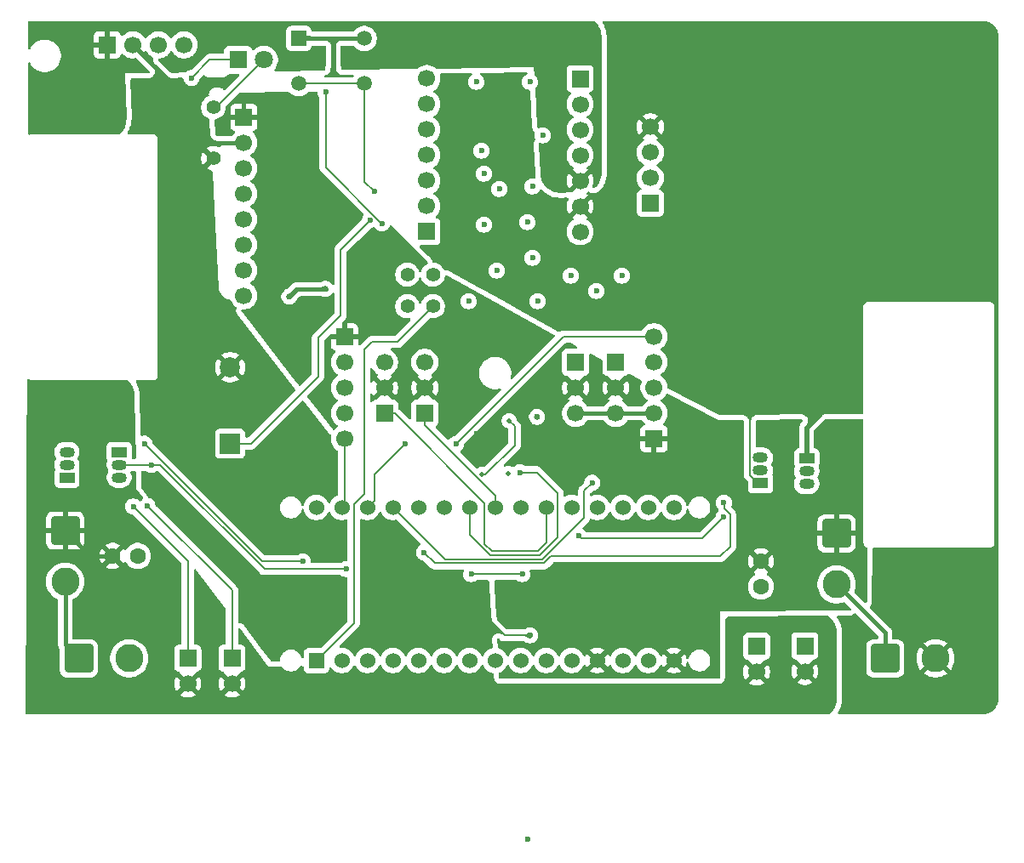
<source format=gbr>
%TF.GenerationSoftware,KiCad,Pcbnew,9.0.3*%
%TF.CreationDate,2025-11-23T12:22:54-05:00*%
%TF.ProjectId,Caretaker,43617265-7461-46b6-9572-2e6b69636164,rev?*%
%TF.SameCoordinates,Original*%
%TF.FileFunction,Copper,L2,Bot*%
%TF.FilePolarity,Positive*%
%FSLAX46Y46*%
G04 Gerber Fmt 4.6, Leading zero omitted, Abs format (unit mm)*
G04 Created by KiCad (PCBNEW 9.0.3) date 2025-11-23 12:22:54*
%MOMM*%
%LPD*%
G01*
G04 APERTURE LIST*
G04 Aperture macros list*
%AMRoundRect*
0 Rectangle with rounded corners*
0 $1 Rounding radius*
0 $2 $3 $4 $5 $6 $7 $8 $9 X,Y pos of 4 corners*
0 Add a 4 corners polygon primitive as box body*
4,1,4,$2,$3,$4,$5,$6,$7,$8,$9,$2,$3,0*
0 Add four circle primitives for the rounded corners*
1,1,$1+$1,$2,$3*
1,1,$1+$1,$4,$5*
1,1,$1+$1,$6,$7*
1,1,$1+$1,$8,$9*
0 Add four rect primitives between the rounded corners*
20,1,$1+$1,$2,$3,$4,$5,0*
20,1,$1+$1,$4,$5,$6,$7,0*
20,1,$1+$1,$6,$7,$8,$9,0*
20,1,$1+$1,$8,$9,$2,$3,0*%
G04 Aperture macros list end*
%TA.AperFunction,ComponentPad*%
%ADD10R,1.500000X1.050000*%
%TD*%
%TA.AperFunction,ComponentPad*%
%ADD11O,1.500000X1.050000*%
%TD*%
%TA.AperFunction,ComponentPad*%
%ADD12C,1.400000*%
%TD*%
%TA.AperFunction,ComponentPad*%
%ADD13R,1.508000X1.508000*%
%TD*%
%TA.AperFunction,ComponentPad*%
%ADD14C,1.508000*%
%TD*%
%TA.AperFunction,ComponentPad*%
%ADD15RoundRect,0.250001X-1.149999X1.149999X-1.149999X-1.149999X1.149999X-1.149999X1.149999X1.149999X0*%
%TD*%
%TA.AperFunction,ComponentPad*%
%ADD16C,2.800000*%
%TD*%
%TA.AperFunction,ComponentPad*%
%ADD17R,1.700000X1.700000*%
%TD*%
%TA.AperFunction,ComponentPad*%
%ADD18C,1.700000*%
%TD*%
%TA.AperFunction,ComponentPad*%
%ADD19R,1.800000X1.800000*%
%TD*%
%TA.AperFunction,ComponentPad*%
%ADD20C,1.800000*%
%TD*%
%TA.AperFunction,ComponentPad*%
%ADD21RoundRect,0.250001X-1.149999X-1.149999X1.149999X-1.149999X1.149999X1.149999X-1.149999X1.149999X0*%
%TD*%
%TA.AperFunction,ComponentPad*%
%ADD22C,1.600000*%
%TD*%
%TA.AperFunction,ComponentPad*%
%ADD23R,2.000000X2.000000*%
%TD*%
%TA.AperFunction,ComponentPad*%
%ADD24C,2.000000*%
%TD*%
%TA.AperFunction,ComponentPad*%
%ADD25R,1.524000X1.524000*%
%TD*%
%TA.AperFunction,ComponentPad*%
%ADD26C,1.524000*%
%TD*%
%TA.AperFunction,ViaPad*%
%ADD27C,0.600000*%
%TD*%
%TA.AperFunction,ViaPad*%
%ADD28C,0.500000*%
%TD*%
%TA.AperFunction,Conductor*%
%ADD29C,0.400000*%
%TD*%
%TA.AperFunction,Conductor*%
%ADD30C,0.200000*%
%TD*%
G04 APERTURE END LIST*
D10*
%TO.P,Q4,1,S*%
%TO.N,GND*%
X101521971Y-107704600D03*
D11*
%TO.P,Q4,2,G*%
%TO.N,H_3*%
X101521971Y-106434600D03*
%TO.P,Q4,3,D*%
%TO.N,Net-(J14-Pin_1)*%
X101521971Y-105164600D03*
%TD*%
D12*
%TO.P,R1,1*%
%TO.N,Net-(D1-A)*%
X116071971Y-70840600D03*
%TO.P,R1,2*%
%TO.N,GND*%
X116071971Y-75920600D03*
%TD*%
D13*
%TO.P,S1,1*%
%TO.N,GND*%
X124591971Y-63984600D03*
D14*
%TO.P,S1,2*%
X131091971Y-63984600D03*
%TO.P,S1,3*%
%TO.N,D2*%
X124591971Y-68484600D03*
%TO.P,S1,4*%
X131091971Y-68484600D03*
%TD*%
D15*
%TO.P,D3,1,K*%
%TO.N,3V3*%
X101339971Y-112978650D03*
D16*
%TO.P,D3,2,A*%
%TO.N,3V3_RAW*%
X101339971Y-118058650D03*
%TD*%
D17*
%TO.P,J2,1,Pin_1*%
%TO.N,RX_ESP*%
X152561971Y-67984600D03*
D18*
%TO.P,J2,2,Pin_2*%
%TO.N,D8*%
X152561971Y-70524600D03*
%TO.P,J2,3,Pin_3*%
%TO.N,D9*%
X152561971Y-73064600D03*
%TO.P,J2,4,Pin_4*%
%TO.N,D10*%
X152561971Y-75604600D03*
%TO.P,J2,5,Pin_5*%
%TO.N,3V3*%
X152561971Y-78144600D03*
%TO.P,J2,6,Pin_6*%
%TO.N,GND*%
X152561971Y-80684600D03*
%TO.P,J2,7,Pin_7*%
%TO.N,5V*%
X152561971Y-83224600D03*
%TD*%
D17*
%TO.P,J16,1,Pin_1*%
%TO.N,5V*%
X119111971Y-71824600D03*
D18*
%TO.P,J16,2,Pin_2*%
%TO.N,GND*%
X119111971Y-74364600D03*
%TO.P,J16,3,Pin_3*%
%TO.N,SCL_NANO*%
X119111971Y-76904600D03*
%TO.P,J16,4,Pin_4*%
%TO.N,SDA_NANO*%
X119111971Y-79444600D03*
%TO.P,J16,5,Pin_5*%
%TO.N,Net-(J16-Pin_5)*%
X119111971Y-81984600D03*
%TO.P,J16,6,Pin_6*%
%TO.N,Net-(J16-Pin_6)*%
X119111971Y-84524600D03*
%TO.P,J16,7,Pin_7*%
%TO.N,Net-(J16-Pin_7)*%
X119111971Y-87064600D03*
%TO.P,J16,8,Pin_8*%
%TO.N,Net-(J16-Pin_8)*%
X119111971Y-89604600D03*
%TD*%
D17*
%TO.P,J17,1,Pin_1*%
%TO.N,3V3*%
X105541971Y-64614600D03*
D18*
%TO.P,J17,2,Pin_2*%
%TO.N,GND*%
X108081971Y-64614600D03*
%TO.P,J17,3,Pin_3*%
%TO.N,SDA_ESP*%
X110621971Y-64614600D03*
%TO.P,J17,4,Pin_4*%
%TO.N,SCL_ESP*%
X113161971Y-64614600D03*
%TD*%
D19*
%TO.P,D1,1,K*%
%TO.N,D0*%
X118561971Y-66114600D03*
D20*
%TO.P,D1,2,A*%
%TO.N,Net-(D1-A)*%
X121101971Y-66114600D03*
%TD*%
D17*
%TO.P,J1,1,Pin_1*%
%TO.N,D0*%
X137311971Y-83216600D03*
D18*
%TO.P,J1,2,Pin_2*%
%TO.N,D1*%
X137311971Y-80676600D03*
%TO.P,J1,3,Pin_3*%
%TO.N,D2*%
X137311971Y-78136600D03*
%TO.P,J1,4,Pin_4*%
%TO.N,D3*%
X137311971Y-75596600D03*
%TO.P,J1,5,Pin_5*%
%TO.N,SDA_ESP*%
X137311971Y-73056600D03*
%TO.P,J1,6,Pin_6*%
%TO.N,SCL_ESP*%
X137311971Y-70516600D03*
%TO.P,J1,7,Pin_7*%
%TO.N,TX_ESP*%
X137311971Y-67976600D03*
%TD*%
D12*
%TO.P,R2,1*%
%TO.N,GND*%
X135375971Y-87502600D03*
%TO.P,R2,2*%
%TO.N,D3*%
X137915971Y-87502600D03*
%TD*%
%TO.P,R3,1*%
%TO.N,D3*%
X135375971Y-90652600D03*
%TO.P,R3,2*%
%TO.N,D_13*%
X137915971Y-90652600D03*
%TD*%
D21*
%TO.P,J4,1,Pin_1*%
%TO.N,3V3_RAW*%
X102711971Y-125704600D03*
D16*
%TO.P,J4,2,Pin_2*%
%TO.N,GND*%
X107711971Y-125704600D03*
%TD*%
D22*
%TO.P,C2,1*%
%TO.N,3V3*%
X106061971Y-115504600D03*
%TO.P,C2,2*%
%TO.N,GND*%
X108561971Y-115504600D03*
%TD*%
D10*
%TO.P,Q2,1,S*%
%TO.N,GND*%
X106711971Y-105164600D03*
D11*
%TO.P,Q2,2,G*%
%TO.N,H_2*%
X106711971Y-106434600D03*
%TO.P,Q2,3,D*%
%TO.N,Net-(J15-Pin_1)*%
X106711971Y-107704600D03*
%TD*%
D17*
%TO.P,J5,1,Pin_1*%
%TO.N,3V3*%
X159545757Y-80400386D03*
D18*
%TO.P,J5,2,Pin_2*%
%TO.N,TX_ESP*%
X159545757Y-77860386D03*
%TO.P,J5,3,Pin_3*%
%TO.N,RX_ESP*%
X159545757Y-75320386D03*
%TO.P,J5,4,Pin_4*%
%TO.N,GND*%
X159545757Y-72780386D03*
%TD*%
D23*
%TO.P,BZ1,1,+*%
%TO.N,D1*%
X117741971Y-104314600D03*
D24*
%TO.P,BZ1,2,-*%
%TO.N,GND*%
X117741971Y-96714600D03*
%TD*%
D10*
%TO.P,Q1,1,S*%
%TO.N,GND*%
X175101971Y-105784600D03*
D11*
%TO.P,Q1,2,G*%
%TO.N,H_4*%
X175101971Y-107054600D03*
%TO.P,Q1,3,D*%
%TO.N,Net-(J13-Pin_1)*%
X175101971Y-108324600D03*
%TD*%
D15*
%TO.P,D2,1,K*%
%TO.N,5V*%
X178075971Y-113258600D03*
D16*
%TO.P,D2,2,A*%
%TO.N,5V_RAW*%
X178075971Y-118338600D03*
%TD*%
D10*
%TO.P,Q3,1,S*%
%TO.N,GND*%
X170501971Y-108264600D03*
D11*
%TO.P,Q3,2,G*%
%TO.N,H_1*%
X170501971Y-106994600D03*
%TO.P,Q3,3,D*%
%TO.N,Net-(J12-Pin_1)*%
X170501971Y-105724600D03*
%TD*%
D25*
%TO.P,U1,1,D13*%
%TO.N,D_13*%
X126331971Y-125924600D03*
D26*
%TO.P,U1,2,+3V3*%
%TO.N,Net-(JP1-A)*%
X128871971Y-125924600D03*
%TO.P,U1,3,AREF*%
%TO.N,Net-(U1-AREF)*%
X131411971Y-125924600D03*
%TO.P,U1,4,A0/DAC0*%
%TO.N,Net-(U1-A0{slash}DAC0)*%
X133951971Y-125924600D03*
%TO.P,U1,5,A1*%
%TO.N,Net-(U1-A1)*%
X136491971Y-125924600D03*
%TO.P,U1,6,A2*%
%TO.N,Net-(U1-A2)*%
X139031971Y-125924600D03*
%TO.P,U1,7,A3*%
%TO.N,Net-(U1-A3)*%
X141571971Y-125924600D03*
%TO.P,U1,8,A4/SDA*%
%TO.N,SDA_NANO*%
X144111971Y-125924600D03*
%TO.P,U1,9,A5/SCL*%
%TO.N,SCL_NANO*%
X146651971Y-125924600D03*
%TO.P,U1,10,A6*%
%TO.N,Net-(U1-A6)*%
X149191971Y-125924600D03*
%TO.P,U1,11,A7*%
%TO.N,Net-(U1-A7)*%
X151731971Y-125924600D03*
%TO.P,U1,12,+5V*%
%TO.N,5V*%
X154271971Y-125924600D03*
%TO.P,U1,13,~{RESET}*%
%TO.N,Net-(TP29-Pad1)*%
X156811971Y-125924600D03*
%TO.P,U1,14,GND*%
%TO.N,GND*%
X159351971Y-125924600D03*
%TO.P,U1,15,VIN*%
%TO.N,5V*%
X161891971Y-125924600D03*
%TO.P,U1,16,TX*%
%TO.N,Net-(U1-TX)*%
X161891971Y-110684600D03*
%TO.P,U1,17,RX*%
%TO.N,Net-(U1-RX)*%
X159351971Y-110684600D03*
%TO.P,U1,18,~{RESET}*%
%TO.N,Net-(TP29-Pad1)*%
X156811971Y-110684600D03*
%TO.P,U1,19,GND*%
%TO.N,GND*%
X154271971Y-110684600D03*
%TO.P,U1,20,D2*%
%TO.N,H_1*%
X151731971Y-110684600D03*
%TO.P,U1,21,D3/PWM*%
%TO.N,PWM1*%
X149191971Y-110684600D03*
%TO.P,U1,22,D4*%
%TO.N,H_2*%
X146651971Y-110684600D03*
%TO.P,U1,23,D5/PWM*%
%TO.N,PWM2*%
X144111971Y-110684600D03*
%TO.P,U1,24,D6/PWM*%
%TO.N,PWM3*%
X141571971Y-110684600D03*
%TO.P,U1,25,D7*%
%TO.N,H_3*%
X139031971Y-110684600D03*
%TO.P,U1,26,D8*%
%TO.N,H_4*%
X136491971Y-110684600D03*
%TO.P,U1,27,D9/PWM*%
%TO.N,PWM4*%
X133951971Y-110684600D03*
%TO.P,U1,28,D10/PWM*%
%TO.N,XSHUT0*%
X131411971Y-110684600D03*
%TO.P,U1,29,D11/MOSI*%
%TO.N,XSHUT1*%
X128871971Y-110684600D03*
%TO.P,U1,30,D12/MISO*%
%TO.N,Net-(U1-D12{slash}MISO)*%
X126331971Y-110684600D03*
%TD*%
D17*
%TO.P,J9,1,Pin_1*%
%TO.N,PWM4*%
X156111971Y-96224600D03*
D18*
%TO.P,J9,2,Pin_2*%
%TO.N,5V*%
X156111971Y-98764600D03*
%TO.P,J9,3,Pin_3*%
%TO.N,GND*%
X156111971Y-101304600D03*
%TD*%
D21*
%TO.P,J3,1,Pin_1*%
%TO.N,5V_RAW*%
X182911971Y-125704600D03*
D16*
%TO.P,J3,2,Pin_2*%
%TO.N,GND*%
X187911971Y-125704600D03*
%TD*%
D17*
%TO.P,J10,1,Pin_1*%
%TO.N,5V*%
X159911971Y-103844600D03*
D18*
%TO.P,J10,2,Pin_2*%
%TO.N,GND*%
X159911971Y-101304600D03*
%TO.P,J10,3,Pin_3*%
%TO.N,SCL_NANO*%
X159911971Y-98764600D03*
%TO.P,J10,4,Pin_4*%
%TO.N,SDA_NANO*%
X159911971Y-96224600D03*
%TO.P,J10,5,Pin_5*%
%TO.N,XSHUT0*%
X159911971Y-93684600D03*
%TD*%
D22*
%TO.P,C1,1*%
%TO.N,5V*%
X170554971Y-116052600D03*
%TO.P,C1,2*%
%TO.N,GND*%
X170554971Y-118552600D03*
%TD*%
D17*
%TO.P,J8,1,Pin_1*%
%TO.N,PWM3*%
X152111971Y-96224600D03*
D18*
%TO.P,J8,2,Pin_2*%
%TO.N,5V*%
X152111971Y-98764600D03*
%TO.P,J8,3,Pin_3*%
%TO.N,GND*%
X152111971Y-101304600D03*
%TD*%
D17*
%TO.P,J6,1,Pin_1*%
%TO.N,PWM1*%
X133111971Y-101304600D03*
D18*
%TO.P,J6,2,Pin_2*%
%TO.N,5V*%
X133111971Y-98764600D03*
%TO.P,J6,3,Pin_3*%
%TO.N,GND*%
X133111971Y-96224600D03*
%TD*%
D17*
%TO.P,J15,1,Pin_1*%
%TO.N,Net-(J15-Pin_1)*%
X117931971Y-125699600D03*
D18*
%TO.P,J15,2,Pin_2*%
%TO.N,3V3*%
X117931971Y-128239600D03*
%TD*%
D17*
%TO.P,J12,1,Pin_1*%
%TO.N,Net-(J12-Pin_1)*%
X170111971Y-124510800D03*
D18*
%TO.P,J12,2,Pin_2*%
%TO.N,3V3*%
X170111971Y-127050800D03*
%TD*%
D17*
%TO.P,J7,1,Pin_1*%
%TO.N,PWM2*%
X137111971Y-101304600D03*
D18*
%TO.P,J7,2,Pin_2*%
%TO.N,5V*%
X137111971Y-98764600D03*
%TO.P,J7,3,Pin_3*%
%TO.N,GND*%
X137111971Y-96224600D03*
%TD*%
D17*
%TO.P,J14,1,Pin_1*%
%TO.N,Net-(J14-Pin_1)*%
X113531971Y-125699600D03*
D18*
%TO.P,J14,2,Pin_2*%
%TO.N,3V3*%
X113531971Y-128239600D03*
%TD*%
D17*
%TO.P,J11,1,Pin_1*%
%TO.N,5V*%
X129111971Y-93684600D03*
D18*
%TO.P,J11,2,Pin_2*%
%TO.N,GND*%
X129111971Y-96224600D03*
%TO.P,J11,3,Pin_3*%
%TO.N,SCL_NANO*%
X129111971Y-98764600D03*
%TO.P,J11,4,Pin_4*%
%TO.N,SDA_NANO*%
X129111971Y-101304600D03*
%TO.P,J11,5,Pin_5*%
%TO.N,XSHUT1*%
X129111971Y-103844600D03*
%TD*%
D17*
%TO.P,J13,1,Pin_1*%
%TO.N,Net-(J13-Pin_1)*%
X174911971Y-124462100D03*
D18*
%TO.P,J13,2,Pin_2*%
%TO.N,3V3*%
X174911971Y-127002100D03*
%TD*%
D27*
%TO.N,3V3*%
X149879371Y-75463400D03*
%TO.N,Net-(J15-Pin_1)*%
X109520771Y-110513400D03*
%TO.N,Net-(J14-Pin_1)*%
X108109071Y-110578900D03*
%TO.N,3V3*%
X129610171Y-128193800D03*
%TO.N,D0*%
X113912971Y-67919600D03*
%TO.N,GND*%
X123641171Y-89687400D03*
X127222571Y-88925400D03*
X139465371Y-85648800D03*
X178327371Y-95580200D03*
X173298171Y-96774000D03*
X166109971Y-95986600D03*
%TO.N,*%
X144265971Y-87096600D03*
X154171971Y-89128600D03*
X148837971Y-73634600D03*
X147821971Y-85826600D03*
X142995971Y-77444600D03*
X142233971Y-68300600D03*
X142741971Y-75158600D03*
X141471971Y-90144600D03*
X151631971Y-87604600D03*
X142995971Y-82524600D03*
X147567971Y-68300600D03*
X147313971Y-82270600D03*
X144519971Y-78968600D03*
X147821971Y-78714600D03*
X147313971Y-143738600D03*
X156711971Y-87604600D03*
%TO.N,GND*%
X112515971Y-92176600D03*
X128009971Y-67030600D03*
X111753971Y-86334600D03*
X112515971Y-77444600D03*
X112515971Y-85318600D03*
X112007971Y-88874600D03*
X112007971Y-93700600D03*
X112515971Y-74142600D03*
X111499971Y-96494600D03*
X112515971Y-83032600D03*
X112515971Y-80746600D03*
X112261971Y-79222600D03*
X112261971Y-81762600D03*
X112515971Y-75666600D03*
%TO.N,D1*%
X131657971Y-82080100D03*
%TO.N,D0*%
X127247971Y-69316600D03*
X132835971Y-82397600D03*
%TO.N,D2*%
X132073971Y-79222600D03*
D28*
%TO.N,3V3*%
X149726971Y-63474600D03*
D27*
%TO.N,5V*%
X131057971Y-85064600D03*
X148329971Y-90144600D03*
X128517971Y-81762600D03*
X130295971Y-85826600D03*
X127755971Y-82524600D03*
D28*
X146551971Y-94208600D03*
D27*
%TO.N,GND*%
X147567971Y-123418600D03*
%TO.N,H_2*%
X141725971Y-117322600D03*
%TO.N,XSHUT0*%
X135121971Y-104368600D03*
%TO.N,H_3*%
X124961971Y-116052600D03*
%TO.N,H_2*%
X129279971Y-116814600D03*
X146805971Y-117322600D03*
%TO.N,H_1*%
X152393971Y-113512600D03*
%TO.N,GND*%
X131819971Y-113004600D03*
D28*
%TO.N,SDA_NANO*%
X145510571Y-102031800D03*
D27*
%TO.N,5V*%
X140709971Y-100304600D03*
X165551171Y-119989600D03*
%TO.N,H_1*%
X166860771Y-111605250D03*
%TO.N,GND*%
X128263971Y-118846600D03*
D28*
%TO.N,SDA_NANO*%
X142769409Y-107389162D03*
D27*
%TO.N,5V*%
X166160771Y-108559600D03*
%TO.N,GND*%
X131819971Y-118338600D03*
X170046971Y-99974400D03*
%TO.N,5V*%
X139693971Y-101066600D03*
%TO.N,GND*%
X131565971Y-119608600D03*
X127755971Y-122656600D03*
X143503971Y-121894600D03*
%TO.N,5V*%
X142995971Y-103098600D03*
X165220971Y-118872000D03*
X149345971Y-99288600D03*
%TO.N,PWM4*%
X153765571Y-108229400D03*
%TO.N,GND*%
X128009971Y-121386600D03*
%TO.N,H_4*%
X137026971Y-115163600D03*
%TO.N,GND*%
X130549971Y-123926600D03*
%TO.N,PWM3*%
X146551971Y-107188000D03*
%TO.N,H_4*%
X166860771Y-110210600D03*
%TO.N,GND*%
X131819971Y-121132600D03*
X128263971Y-119862600D03*
%TO.N,5V*%
X165500371Y-108864400D03*
%TO.N,GND*%
X128771971Y-113004600D03*
D28*
%TO.N,SCL_NANO*%
X145408971Y-107289600D03*
D27*
%TO.N,GND*%
X177616171Y-100203000D03*
%TO.N,5V*%
X142233971Y-103352600D03*
%TO.N,XSHUT0*%
X140201971Y-104368600D03*
%TO.N,GND*%
X148279171Y-101650800D03*
%TO.N,H_3*%
X109239371Y-104338600D03*
%TO.N,H_2*%
X109925171Y-106434600D03*
%TD*%
D29*
%TO.N,GND*%
X175101971Y-105784600D02*
X175101971Y-102717200D01*
X175101971Y-102717200D02*
X177616171Y-100203000D01*
D30*
X170501971Y-108264600D02*
X170276971Y-108264600D01*
X170276971Y-108264600D02*
X169450971Y-107438600D01*
X169450971Y-107438600D02*
X169450971Y-100570400D01*
X169450971Y-100570400D02*
X170046971Y-99974400D01*
%TO.N,Net-(J15-Pin_1)*%
X109520771Y-110513400D02*
X117931971Y-118924600D01*
%TO.N,Net-(J14-Pin_1)*%
X108109071Y-110578900D02*
X113531971Y-116001800D01*
X113531971Y-116001800D02*
X113531971Y-125699600D01*
%TO.N,H_2*%
X109925171Y-106434600D02*
X106711971Y-106434600D01*
%TO.N,H_3*%
X109239371Y-104338600D02*
X109243071Y-104338600D01*
%TO.N,D0*%
X115717971Y-66114600D02*
X113912971Y-67919600D01*
X118561971Y-66114600D02*
X115717971Y-66114600D01*
D29*
%TO.N,GND*%
X124403171Y-88925400D02*
X123641171Y-89687400D01*
X127222571Y-88925400D02*
X124403171Y-88925400D01*
D30*
%TO.N,D1*%
X131657971Y-82080100D02*
X128721171Y-85016900D01*
X128721171Y-85016900D02*
X128721171Y-91567000D01*
X126485971Y-93802200D02*
X126485971Y-97637600D01*
X126485971Y-97637600D02*
X119808971Y-104314600D01*
X128721171Y-91567000D02*
X126485971Y-93802200D01*
X119808971Y-104314600D02*
X117741971Y-104314600D01*
D29*
%TO.N,GND*%
X156111971Y-101304600D02*
X159911971Y-101304600D01*
X152111971Y-101304600D02*
X156111971Y-101304600D01*
D30*
%TO.N,H_1*%
X166860771Y-111605250D02*
X166631237Y-111834785D01*
X166631237Y-111834785D02*
X166631237Y-111836200D01*
X166631237Y-111836200D02*
X164700837Y-113766600D01*
X164700837Y-113766600D02*
X152647971Y-113766600D01*
X152647971Y-113766600D02*
X152393971Y-113512600D01*
%TO.N,H_4*%
X166910711Y-110260540D02*
X166910711Y-110806663D01*
X166910711Y-110806663D02*
X167461771Y-111357723D01*
X167461771Y-111357723D02*
X167461771Y-114571660D01*
X166860771Y-110210600D02*
X166910711Y-110260540D01*
X167461771Y-114571660D02*
X166488831Y-115544600D01*
X148964071Y-116239600D02*
X138102971Y-116239600D01*
X166488831Y-115544600D02*
X149659071Y-115544600D01*
X149659071Y-115544600D02*
X148964071Y-116239600D01*
X138102971Y-116239600D02*
X137026971Y-115163600D01*
%TO.N,GND*%
X170501971Y-108264600D02*
X170726971Y-108264600D01*
%TO.N,PWM4*%
X133951971Y-110684600D02*
X139105971Y-115838600D01*
X139105971Y-115838600D02*
X148797971Y-115838600D01*
X148797971Y-115838600D02*
X152952771Y-111683800D01*
X152952771Y-111683800D02*
X152952771Y-109042200D01*
X152952771Y-109042200D02*
X153765571Y-108229400D01*
%TO.N,SDA_NANO*%
X146043971Y-102565200D02*
X146043971Y-104495600D01*
X145510571Y-102031800D02*
X146043971Y-102565200D01*
X146043971Y-104495600D02*
X143150409Y-107389162D01*
X143150409Y-107389162D02*
X142769409Y-107389162D01*
%TO.N,PWM4*%
X155762771Y-96224600D02*
X156111971Y-96224600D01*
%TO.N,PWM3*%
X146551971Y-107188000D02*
X148253771Y-107188000D01*
X148253771Y-107188000D02*
X150311171Y-109245400D01*
X150311171Y-113622500D02*
X148496071Y-115437600D01*
X150311171Y-109245400D02*
X150311171Y-113622500D01*
X148496071Y-115437600D02*
X143591871Y-115437600D01*
X143591871Y-115437600D02*
X141571971Y-113417700D01*
X141571971Y-113417700D02*
X141571971Y-110684600D01*
%TO.N,GND*%
X145027971Y-123418600D02*
X143503971Y-121894600D01*
D29*
X119111971Y-74364600D02*
X113817971Y-74364600D01*
X128009971Y-63984600D02*
X131091971Y-63984600D01*
X119111971Y-74364600D02*
X112737971Y-74364600D01*
X112515971Y-69048600D02*
X112515971Y-74142600D01*
X108081971Y-64614600D02*
X112515971Y-69048600D01*
X128009971Y-63984600D02*
X128009971Y-67030600D01*
X112737971Y-74364600D02*
X112515971Y-74142600D01*
D30*
X147567971Y-123418600D02*
X145027971Y-123418600D01*
D29*
X113817971Y-74364600D02*
X112515971Y-75666600D01*
X124591971Y-63984600D02*
X128009971Y-63984600D01*
%TO.N,5V_RAW*%
X182911971Y-123174600D02*
X178075971Y-118338600D01*
X182911971Y-125704600D02*
X182911971Y-123174600D01*
%TO.N,3V3_RAW*%
X101339971Y-118058650D02*
X101339971Y-124332600D01*
X101339971Y-124332600D02*
X102711971Y-125704600D01*
D30*
%TO.N,D0*%
X132825414Y-82397600D02*
X132835971Y-82397600D01*
X127247971Y-69316600D02*
X127247971Y-76820157D01*
X127247971Y-76820157D02*
X132825414Y-82397600D01*
%TO.N,D2*%
X131091971Y-78240600D02*
X131091971Y-68484600D01*
X132073971Y-79222600D02*
X131091971Y-78240600D01*
X124591971Y-68484600D02*
X131091971Y-68484600D01*
D29*
%TO.N,3V3*%
X103865921Y-115504600D02*
X101339971Y-112978650D01*
X106061971Y-115504600D02*
X103865921Y-115504600D01*
D30*
%TO.N,PWM1*%
X143757971Y-115036600D02*
X148329971Y-115036600D01*
X149191971Y-114174600D02*
X149191971Y-110684600D01*
X134109281Y-101304600D02*
X143048971Y-110244290D01*
X143048971Y-114327600D02*
X143757971Y-115036600D01*
X148329971Y-115036600D02*
X149191971Y-114174600D01*
X143048971Y-110244290D02*
X143048971Y-114327600D01*
X133111971Y-101304600D02*
X134109281Y-101304600D01*
%TO.N,PWM2*%
X137111971Y-102509543D02*
X144111971Y-109509543D01*
X144111971Y-109509543D02*
X144111971Y-110684600D01*
X137111971Y-101304600D02*
X137111971Y-102509543D01*
%TO.N,XSHUT0*%
X132073971Y-107416600D02*
X135121971Y-104368600D01*
X132073971Y-110022600D02*
X132073971Y-107416600D01*
X131411971Y-110684600D02*
X132073971Y-110022600D01*
%TO.N,XSHUT1*%
X129111971Y-103844600D02*
X129111971Y-110444600D01*
X129111971Y-110444600D02*
X128871971Y-110684600D01*
%TO.N,Net-(D1-A)*%
X116375971Y-70840600D02*
X116071971Y-70840600D01*
X121101971Y-66114600D02*
X116375971Y-70840600D01*
%TO.N,Net-(J15-Pin_1)*%
X117931971Y-118924600D02*
X117931971Y-125699600D01*
%TO.N,H_4*%
X174978831Y-107054600D02*
X175101971Y-107054600D01*
%TO.N,H_2*%
X141725971Y-117322600D02*
X146805971Y-117322600D01*
X110771971Y-106434600D02*
X109925171Y-106434600D01*
X129279971Y-116814600D02*
X121151971Y-116814600D01*
X121151971Y-116814600D02*
X110771971Y-106434600D01*
%TO.N,H_3*%
X101521971Y-106434600D02*
X101746971Y-106434600D01*
X120957071Y-116052600D02*
X124961971Y-116052600D01*
X109243071Y-104338600D02*
X120957071Y-116052600D01*
%TO.N,D_13*%
X130801316Y-109621600D02*
X130041971Y-110380945D01*
X131057971Y-109364945D02*
X130801316Y-109621600D01*
X131057971Y-94970600D02*
X131057971Y-109364945D01*
X137915971Y-90652600D02*
X134359971Y-94208600D01*
X130041971Y-122214600D02*
X126331971Y-125924600D01*
X131819971Y-94208600D02*
X131057971Y-94970600D01*
X130041971Y-110380945D02*
X130041971Y-122214600D01*
X134359971Y-94208600D02*
X131819971Y-94208600D01*
%TO.N,XSHUT0*%
X140201971Y-104368600D02*
X150885971Y-93684600D01*
X150885971Y-93684600D02*
X159911971Y-93684600D01*
%TD*%
%TA.AperFunction,Conductor*%
%TO.N,GND*%
G36*
X192616086Y-62249101D02*
G01*
X192677554Y-62249100D01*
X192686397Y-62249416D01*
X192886532Y-62263727D01*
X192904043Y-62266244D01*
X193095785Y-62307952D01*
X193112744Y-62312931D01*
X193296593Y-62381501D01*
X193312680Y-62388848D01*
X193484897Y-62482884D01*
X193499780Y-62492449D01*
X193656851Y-62610028D01*
X193670223Y-62621614D01*
X193808969Y-62760358D01*
X193820555Y-62773729D01*
X193938139Y-62930801D01*
X193947704Y-62945684D01*
X194041740Y-63117895D01*
X194049090Y-63133989D01*
X194117661Y-63317832D01*
X194122644Y-63334806D01*
X194122645Y-63334808D01*
X194164351Y-63526530D01*
X194166869Y-63544041D01*
X194176304Y-63675953D01*
X194181023Y-63741936D01*
X194181155Y-63743774D01*
X194181471Y-63752621D01*
X194181471Y-129744172D01*
X194181155Y-129753019D01*
X194166840Y-129953154D01*
X194164322Y-129970665D01*
X194122615Y-130162389D01*
X194117631Y-130179365D01*
X194049065Y-130363195D01*
X194041715Y-130379288D01*
X193947682Y-130551495D01*
X193938117Y-130566379D01*
X193820533Y-130723451D01*
X193808947Y-130736822D01*
X193670207Y-130875560D01*
X193656836Y-130887146D01*
X193499760Y-131004730D01*
X193484875Y-131014295D01*
X193312672Y-131108322D01*
X193296579Y-131115671D01*
X193112744Y-131184236D01*
X193095768Y-131189221D01*
X192904039Y-131230926D01*
X192886527Y-131233443D01*
X192685992Y-131247783D01*
X192677150Y-131248099D01*
X192645987Y-131248099D01*
X192616086Y-131248099D01*
X192616082Y-131248099D01*
X192608478Y-131248100D01*
X192608477Y-131248099D01*
X192608476Y-131248100D01*
X178329484Y-131248100D01*
X178262445Y-131228415D01*
X178216690Y-131175611D01*
X178206746Y-131106453D01*
X178220652Y-131064674D01*
X178320486Y-130881839D01*
X178349078Y-130829476D01*
X178365224Y-130797223D01*
X178372574Y-130781130D01*
X178386389Y-130747779D01*
X178479916Y-130497025D01*
X178491316Y-130462770D01*
X178496300Y-130445794D01*
X178505220Y-130410845D01*
X178562105Y-130149348D01*
X178568511Y-130113841D01*
X178571029Y-130096329D01*
X178571029Y-130096324D01*
X178571032Y-130096307D01*
X178574886Y-130060461D01*
X178581308Y-129970666D01*
X178594296Y-129789081D01*
X178595262Y-129771064D01*
X178595578Y-129762218D01*
X178595750Y-129752607D01*
X178595900Y-129744172D01*
X178595900Y-123128104D01*
X178595579Y-123110122D01*
X178595578Y-123110110D01*
X178595578Y-123110078D01*
X178595262Y-123101232D01*
X178594296Y-123083215D01*
X178574887Y-122811848D01*
X178574886Y-122811834D01*
X178571032Y-122775988D01*
X178568510Y-122758450D01*
X178563026Y-122728054D01*
X178562105Y-122722948D01*
X178556052Y-122695121D01*
X178505222Y-122461458D01*
X178496298Y-122426496D01*
X178491313Y-122409516D01*
X178479923Y-122375292D01*
X178479922Y-122375291D01*
X178479916Y-122375271D01*
X178386389Y-122124517D01*
X178385429Y-122122200D01*
X178372573Y-122091164D01*
X178365224Y-122075072D01*
X178357151Y-122058946D01*
X178349078Y-122042820D01*
X178220825Y-121807941D01*
X178202416Y-121776913D01*
X178196753Y-121768102D01*
X178192851Y-121762028D01*
X178172268Y-121732383D01*
X178172266Y-121732380D01*
X178112087Y-121651991D01*
X178087671Y-121586529D01*
X178102522Y-121518256D01*
X178151927Y-121468850D01*
X178210124Y-121453688D01*
X179390122Y-121442006D01*
X179403933Y-121441656D01*
X179405631Y-121441614D01*
X179405631Y-121441613D01*
X179405670Y-121441613D01*
X179413288Y-121441303D01*
X179413299Y-121441302D01*
X179413333Y-121441301D01*
X179428793Y-121440434D01*
X179428795Y-121440433D01*
X179428798Y-121440433D01*
X179569390Y-121409849D01*
X179634854Y-121385432D01*
X179761129Y-121316481D01*
X179824484Y-121253126D01*
X179885807Y-121219644D01*
X179955498Y-121224630D01*
X179999844Y-121253130D01*
X182175152Y-123428438D01*
X182189855Y-123455365D01*
X182206448Y-123481184D01*
X182207339Y-123487384D01*
X182208637Y-123489761D01*
X182211471Y-123516119D01*
X182211471Y-123680100D01*
X182191786Y-123747139D01*
X182138982Y-123792894D01*
X182087471Y-123804100D01*
X181711955Y-123804100D01*
X181609175Y-123814600D01*
X181609174Y-123814601D01*
X181442635Y-123869786D01*
X181442633Y-123869787D01*
X181293319Y-123961886D01*
X181293315Y-123961889D01*
X181169260Y-124085944D01*
X181169257Y-124085948D01*
X181077158Y-124235262D01*
X181077157Y-124235264D01*
X181021972Y-124401803D01*
X181021971Y-124401804D01*
X181011471Y-124504584D01*
X181011471Y-126904615D01*
X181021971Y-127007395D01*
X181021972Y-127007397D01*
X181028933Y-127028403D01*
X181077157Y-127173935D01*
X181077158Y-127173937D01*
X181169257Y-127323251D01*
X181169260Y-127323255D01*
X181293315Y-127447310D01*
X181293319Y-127447313D01*
X181442633Y-127539412D01*
X181442635Y-127539413D01*
X181442637Y-127539414D01*
X181609174Y-127594599D01*
X181711963Y-127605100D01*
X181711968Y-127605100D01*
X184111974Y-127605100D01*
X184111979Y-127605100D01*
X184214768Y-127594599D01*
X184381305Y-127539414D01*
X184530626Y-127447311D01*
X184654682Y-127323255D01*
X184746785Y-127173934D01*
X184801970Y-127007397D01*
X184812471Y-126904608D01*
X184812471Y-125580066D01*
X186011971Y-125580066D01*
X186011971Y-125829133D01*
X186044479Y-126076063D01*
X186108944Y-126316649D01*
X186204254Y-126546748D01*
X186204259Y-126546759D01*
X186328784Y-126762441D01*
X186328790Y-126762449D01*
X186403371Y-126859645D01*
X187310929Y-125952087D01*
X187335949Y-126012490D01*
X187407083Y-126118951D01*
X187497620Y-126209488D01*
X187604081Y-126280622D01*
X187664482Y-126305641D01*
X186756924Y-127213198D01*
X186854121Y-127287780D01*
X186854129Y-127287786D01*
X187069811Y-127412311D01*
X187069822Y-127412316D01*
X187299921Y-127507626D01*
X187540507Y-127572091D01*
X187787437Y-127604600D01*
X188036505Y-127604600D01*
X188283434Y-127572091D01*
X188524020Y-127507626D01*
X188754119Y-127412316D01*
X188754130Y-127412311D01*
X188969826Y-127287778D01*
X189067016Y-127213200D01*
X189067016Y-127213197D01*
X188159459Y-126305641D01*
X188219861Y-126280622D01*
X188326322Y-126209488D01*
X188416859Y-126118951D01*
X188487993Y-126012490D01*
X188513012Y-125952089D01*
X189420568Y-126859645D01*
X189420571Y-126859645D01*
X189495149Y-126762455D01*
X189619682Y-126546759D01*
X189619687Y-126546748D01*
X189714997Y-126316649D01*
X189779462Y-126076063D01*
X189811971Y-125829133D01*
X189811971Y-125580066D01*
X189779462Y-125333136D01*
X189714997Y-125092550D01*
X189619687Y-124862451D01*
X189619682Y-124862440D01*
X189495157Y-124646758D01*
X189495151Y-124646750D01*
X189420569Y-124549553D01*
X188513012Y-125457110D01*
X188487993Y-125396710D01*
X188416859Y-125290249D01*
X188326322Y-125199712D01*
X188219861Y-125128578D01*
X188159458Y-125103557D01*
X189067016Y-124196000D01*
X188969820Y-124121419D01*
X188969812Y-124121413D01*
X188754130Y-123996888D01*
X188754119Y-123996883D01*
X188524020Y-123901573D01*
X188283434Y-123837108D01*
X188036505Y-123804600D01*
X187787437Y-123804600D01*
X187540507Y-123837108D01*
X187299921Y-123901573D01*
X187069822Y-123996883D01*
X187069818Y-123996885D01*
X186854114Y-124121423D01*
X186756924Y-124195999D01*
X186756924Y-124196000D01*
X187664482Y-125103558D01*
X187604081Y-125128578D01*
X187497620Y-125199712D01*
X187407083Y-125290249D01*
X187335949Y-125396710D01*
X187310929Y-125457111D01*
X186403371Y-124549553D01*
X186403370Y-124549553D01*
X186328794Y-124646743D01*
X186204256Y-124862447D01*
X186204254Y-124862451D01*
X186108944Y-125092550D01*
X186044479Y-125333136D01*
X186011971Y-125580066D01*
X184812471Y-125580066D01*
X184812471Y-124504592D01*
X184801970Y-124401803D01*
X184746785Y-124235266D01*
X184722565Y-124196000D01*
X184654684Y-124085948D01*
X184654681Y-124085944D01*
X184530626Y-123961889D01*
X184530622Y-123961886D01*
X184381308Y-123869787D01*
X184381306Y-123869786D01*
X184298036Y-123842193D01*
X184214768Y-123814601D01*
X184214766Y-123814600D01*
X184111986Y-123804100D01*
X184111979Y-123804100D01*
X183736471Y-123804100D01*
X183669432Y-123784415D01*
X183623677Y-123731611D01*
X183612471Y-123680100D01*
X183612471Y-123105604D01*
X183585552Y-122970277D01*
X183585551Y-122970276D01*
X183585551Y-122970272D01*
X183532746Y-122842789D01*
X183476396Y-122758455D01*
X183456085Y-122728057D01*
X183456083Y-122728054D01*
X183456080Y-122728051D01*
X181411098Y-120683070D01*
X181377613Y-120621747D01*
X181382597Y-120552055D01*
X181405526Y-120513659D01*
X181496985Y-120409318D01*
X181557500Y-120278782D01*
X181577566Y-120211856D01*
X181598853Y-120069560D01*
X181628773Y-114818391D01*
X181648839Y-114751467D01*
X181701903Y-114706014D01*
X181752771Y-114695100D01*
X193317861Y-114695100D01*
X193317863Y-114695100D01*
X193445157Y-114660992D01*
X193559285Y-114595100D01*
X193652471Y-114501914D01*
X193718363Y-114387786D01*
X193752471Y-114260492D01*
X193752471Y-90628708D01*
X193718363Y-90501414D01*
X193652471Y-90387286D01*
X193559285Y-90294100D01*
X193502221Y-90261154D01*
X193445158Y-90228208D01*
X193381510Y-90211154D01*
X193317863Y-90194100D01*
X181317863Y-90194100D01*
X181186079Y-90194100D01*
X181058783Y-90228208D01*
X180944657Y-90294100D01*
X180944654Y-90294102D01*
X180851473Y-90387283D01*
X180851471Y-90387286D01*
X180785579Y-90501412D01*
X180751471Y-90628708D01*
X180751471Y-101230288D01*
X180731786Y-101297327D01*
X180678982Y-101343082D01*
X180625437Y-101353032D01*
X180625448Y-101354080D01*
X176957579Y-101391699D01*
X176957555Y-101391699D01*
X176957550Y-101391700D01*
X176928155Y-101393502D01*
X176906107Y-101394854D01*
X176881040Y-101397679D01*
X176830214Y-101406050D01*
X176830210Y-101406052D01*
X176695399Y-101456334D01*
X176643829Y-101484494D01*
X176637529Y-101487236D01*
X176518905Y-101576038D01*
X176518893Y-101576048D01*
X175481356Y-102613586D01*
X175481325Y-102613618D01*
X175445167Y-102653874D01*
X175428555Y-102674489D01*
X175428529Y-102674523D01*
X175396903Y-102718382D01*
X175396902Y-102718384D01*
X175337135Y-102849252D01*
X175317447Y-102916300D01*
X175296971Y-103058719D01*
X175296971Y-104637253D01*
X175303478Y-104718097D01*
X175303482Y-104718126D01*
X175309822Y-104757254D01*
X175309826Y-104757272D01*
X175329181Y-104836033D01*
X175329182Y-104836035D01*
X175329183Y-104836039D01*
X175338856Y-104855363D01*
X175351971Y-104910864D01*
X175351971Y-105504270D01*
X175332226Y-105484525D01*
X175246716Y-105435156D01*
X175151341Y-105409600D01*
X175052601Y-105409600D01*
X174957226Y-105435156D01*
X174871716Y-105484525D01*
X174851971Y-105504270D01*
X174851971Y-104906171D01*
X174863178Y-104854657D01*
X174866809Y-104846707D01*
X174886494Y-104779668D01*
X174886495Y-104779664D01*
X174906971Y-104637248D01*
X174906971Y-102710209D01*
X174909353Y-102686022D01*
X174912084Y-102672290D01*
X174919136Y-102649036D01*
X174924491Y-102636108D01*
X174935945Y-102614681D01*
X174943720Y-102603044D01*
X174959134Y-102584262D01*
X175052942Y-102490455D01*
X175067251Y-102475550D01*
X175074110Y-102468106D01*
X175087768Y-102452663D01*
X175164309Y-102330831D01*
X175192680Y-102266981D01*
X175231796Y-102128526D01*
X175230321Y-101984653D01*
X175219669Y-101915600D01*
X175219669Y-101915599D01*
X175177719Y-101777969D01*
X175098695Y-101657734D01*
X175097081Y-101655910D01*
X175077658Y-101633953D01*
X175052401Y-101605402D01*
X175052398Y-101605399D01*
X175045486Y-101599533D01*
X174942699Y-101512298D01*
X174942697Y-101512296D01*
X174811216Y-101453874D01*
X174811209Y-101453872D01*
X174743983Y-101434880D01*
X174743971Y-101434877D01*
X174601364Y-101415865D01*
X170169022Y-101461325D01*
X170169010Y-101461326D01*
X170064200Y-101473411D01*
X170064194Y-101473413D01*
X170013978Y-101484607D01*
X170013959Y-101484612D01*
X169913965Y-101518179D01*
X169913963Y-101518180D01*
X169792933Y-101595962D01*
X169792922Y-101595971D01*
X169740130Y-101641715D01*
X169645904Y-101750456D01*
X169645901Y-101750460D01*
X169586132Y-101881332D01*
X169569028Y-101939581D01*
X169531253Y-101998359D01*
X169467696Y-102027382D01*
X169398538Y-102017437D01*
X169345735Y-101971681D01*
X169332702Y-101944706D01*
X169332120Y-101943002D01*
X169296372Y-101838290D01*
X169296371Y-101838289D01*
X169296371Y-101838287D01*
X169236686Y-101747478D01*
X169217348Y-101718055D01*
X169171054Y-101665723D01*
X169171049Y-101665718D01*
X169109217Y-101613242D01*
X169061349Y-101572617D01*
X169061347Y-101572616D01*
X168929865Y-101514194D01*
X168929858Y-101514192D01*
X168862643Y-101495203D01*
X168862628Y-101495200D01*
X168720019Y-101476187D01*
X166465833Y-101499307D01*
X166407176Y-101485237D01*
X166405969Y-101484607D01*
X161494381Y-98920520D01*
X161494380Y-98920519D01*
X161494377Y-98920518D01*
X161391350Y-98880376D01*
X161354358Y-98870458D01*
X161294703Y-98834083D01*
X161264184Y-98771231D01*
X161262471Y-98750688D01*
X161262471Y-98658313D01*
X161245640Y-98552050D01*
X161229217Y-98448357D01*
X161163528Y-98246188D01*
X161067022Y-98056784D01*
X161067020Y-98056781D01*
X161067019Y-98056779D01*
X160942080Y-97884813D01*
X160791757Y-97734490D01*
X160619791Y-97609551D01*
X160619086Y-97609191D01*
X160611025Y-97605085D01*
X160560230Y-97557112D01*
X160543434Y-97489292D01*
X160565970Y-97423156D01*
X160611025Y-97384115D01*
X160619787Y-97379651D01*
X160647196Y-97359737D01*
X160791757Y-97254709D01*
X160791759Y-97254706D01*
X160791763Y-97254704D01*
X160942075Y-97104392D01*
X160942077Y-97104388D01*
X160942080Y-97104386D01*
X161067019Y-96932420D01*
X161067018Y-96932420D01*
X161067022Y-96932416D01*
X161163528Y-96743012D01*
X161229217Y-96540843D01*
X161262471Y-96330887D01*
X161262471Y-96118313D01*
X161229217Y-95908357D01*
X161163528Y-95706188D01*
X161067022Y-95516784D01*
X161067020Y-95516781D01*
X161067019Y-95516779D01*
X160942080Y-95344813D01*
X160791757Y-95194490D01*
X160619791Y-95069551D01*
X160619086Y-95069191D01*
X160611025Y-95065085D01*
X160560230Y-95017112D01*
X160543434Y-94949292D01*
X160565970Y-94883156D01*
X160611025Y-94844115D01*
X160619787Y-94839651D01*
X160672145Y-94801611D01*
X160791757Y-94714709D01*
X160791759Y-94714706D01*
X160791763Y-94714704D01*
X160942075Y-94564392D01*
X160942077Y-94564388D01*
X160942080Y-94564386D01*
X161067019Y-94392420D01*
X161067018Y-94392420D01*
X161067022Y-94392416D01*
X161163528Y-94203012D01*
X161229217Y-94000843D01*
X161262471Y-93790887D01*
X161262471Y-93578313D01*
X161229217Y-93368357D01*
X161163528Y-93166188D01*
X161067022Y-92976784D01*
X161067020Y-92976781D01*
X161067019Y-92976779D01*
X160942080Y-92804813D01*
X160791757Y-92654490D01*
X160619791Y-92529551D01*
X160430385Y-92433044D01*
X160430384Y-92433043D01*
X160430383Y-92433043D01*
X160228214Y-92367354D01*
X160228212Y-92367353D01*
X160228211Y-92367353D01*
X160066928Y-92341808D01*
X160018258Y-92334100D01*
X159805684Y-92334100D01*
X159757013Y-92341808D01*
X159595731Y-92367353D01*
X159393556Y-92433044D01*
X159204150Y-92529551D01*
X159032184Y-92654490D01*
X158881861Y-92804813D01*
X158756919Y-92976784D01*
X158756918Y-92976785D01*
X158736736Y-93016395D01*
X158688762Y-93067191D01*
X158626252Y-93084100D01*
X150972641Y-93084100D01*
X150972625Y-93084099D01*
X150965029Y-93084099D01*
X150806914Y-93084099D01*
X150705096Y-93111381D01*
X150654186Y-93125023D01*
X150545182Y-93187956D01*
X150519206Y-93194257D01*
X150494335Y-93204066D01*
X150485766Y-93202368D01*
X150477282Y-93204427D01*
X150452023Y-93195684D01*
X150425797Y-93190490D01*
X150415410Y-93183013D01*
X150411255Y-93181575D01*
X150397157Y-93169873D01*
X150357296Y-93131473D01*
X150354159Y-93128138D01*
X150236112Y-93043161D01*
X150236111Y-93043160D01*
X150236105Y-93043156D01*
X150236102Y-93043154D01*
X150236100Y-93043153D01*
X148698730Y-92240571D01*
X148695670Y-92238918D01*
X146981270Y-91281799D01*
X144803077Y-90065753D01*
X147529471Y-90065753D01*
X147529471Y-90223446D01*
X147560232Y-90378089D01*
X147560235Y-90378101D01*
X147620573Y-90523772D01*
X147620580Y-90523785D01*
X147708181Y-90654888D01*
X147708184Y-90654892D01*
X147819678Y-90766386D01*
X147819682Y-90766389D01*
X147950785Y-90853990D01*
X147950798Y-90853997D01*
X148053102Y-90896372D01*
X148096474Y-90914337D01*
X148251124Y-90945099D01*
X148251127Y-90945100D01*
X148251129Y-90945100D01*
X148408815Y-90945100D01*
X148408816Y-90945099D01*
X148563468Y-90914337D01*
X148709150Y-90853994D01*
X148840260Y-90766389D01*
X148951760Y-90654889D01*
X149039365Y-90523779D01*
X149099708Y-90378097D01*
X149130471Y-90223442D01*
X149130471Y-90065758D01*
X149130471Y-90065755D01*
X149130470Y-90065753D01*
X149116022Y-89993118D01*
X149099708Y-89911103D01*
X149099706Y-89911098D01*
X149039368Y-89765427D01*
X149039361Y-89765414D01*
X148951760Y-89634311D01*
X148951757Y-89634307D01*
X148840263Y-89522813D01*
X148840259Y-89522810D01*
X148709156Y-89435209D01*
X148709143Y-89435202D01*
X148563472Y-89374864D01*
X148563460Y-89374861D01*
X148408816Y-89344100D01*
X148408813Y-89344100D01*
X148251129Y-89344100D01*
X148251126Y-89344100D01*
X148096481Y-89374861D01*
X148096469Y-89374864D01*
X147950798Y-89435202D01*
X147950785Y-89435209D01*
X147819682Y-89522810D01*
X147819678Y-89522813D01*
X147708184Y-89634307D01*
X147708181Y-89634311D01*
X147620580Y-89765414D01*
X147620573Y-89765427D01*
X147560235Y-89911098D01*
X147560232Y-89911110D01*
X147529471Y-90065753D01*
X144803077Y-90065753D01*
X142983209Y-89049753D01*
X153371471Y-89049753D01*
X153371471Y-89207446D01*
X153402232Y-89362089D01*
X153402235Y-89362101D01*
X153462573Y-89507772D01*
X153462580Y-89507785D01*
X153550181Y-89638888D01*
X153550184Y-89638892D01*
X153661678Y-89750386D01*
X153661682Y-89750389D01*
X153792785Y-89837990D01*
X153792798Y-89837997D01*
X153938469Y-89898335D01*
X153938474Y-89898337D01*
X154093124Y-89929099D01*
X154093127Y-89929100D01*
X154093129Y-89929100D01*
X154250815Y-89929100D01*
X154250816Y-89929099D01*
X154405468Y-89898337D01*
X154551150Y-89837994D01*
X154682260Y-89750389D01*
X154793760Y-89638889D01*
X154881365Y-89507779D01*
X154941708Y-89362097D01*
X154972471Y-89207442D01*
X154972471Y-89049758D01*
X154972471Y-89049755D01*
X154972470Y-89049753D01*
X154944564Y-88909462D01*
X154941708Y-88895103D01*
X154934816Y-88878463D01*
X154881368Y-88749427D01*
X154881361Y-88749414D01*
X154793760Y-88618311D01*
X154793757Y-88618307D01*
X154682263Y-88506813D01*
X154682259Y-88506810D01*
X154551156Y-88419209D01*
X154551143Y-88419202D01*
X154405472Y-88358864D01*
X154405460Y-88358861D01*
X154250816Y-88328100D01*
X154250813Y-88328100D01*
X154093129Y-88328100D01*
X154093126Y-88328100D01*
X153938481Y-88358861D01*
X153938469Y-88358864D01*
X153792798Y-88419202D01*
X153792785Y-88419209D01*
X153661682Y-88506810D01*
X153661678Y-88506813D01*
X153550184Y-88618307D01*
X153550181Y-88618311D01*
X153462580Y-88749414D01*
X153462573Y-88749427D01*
X153402235Y-88895098D01*
X153402232Y-88895110D01*
X153371471Y-89049753D01*
X142983209Y-89049753D01*
X142481400Y-88769602D01*
X139536503Y-87125518D01*
X139536485Y-87125509D01*
X139531282Y-87122952D01*
X139531280Y-87122950D01*
X139531279Y-87122950D01*
X139489071Y-87102204D01*
X139489045Y-87102192D01*
X139465238Y-87092000D01*
X139465231Y-87091997D01*
X139415608Y-87073759D01*
X139415603Y-87073758D01*
X139415604Y-87073758D01*
X139273502Y-87051251D01*
X139273494Y-87051250D01*
X139217926Y-87050456D01*
X139217916Y-87050456D01*
X139203636Y-87050253D01*
X139203628Y-87050252D01*
X139128692Y-87059937D01*
X139127293Y-87060086D01*
X139094258Y-87054083D01*
X139061076Y-87048828D01*
X139059984Y-87047854D01*
X139058549Y-87047594D01*
X139034000Y-87024681D01*
X139026232Y-87017753D01*
X143465471Y-87017753D01*
X143465471Y-87175446D01*
X143496232Y-87330089D01*
X143496235Y-87330101D01*
X143556573Y-87475772D01*
X143556580Y-87475785D01*
X143644181Y-87606888D01*
X143644184Y-87606892D01*
X143755678Y-87718386D01*
X143755682Y-87718389D01*
X143886785Y-87805990D01*
X143886798Y-87805997D01*
X144032469Y-87866335D01*
X144032474Y-87866337D01*
X144187124Y-87897099D01*
X144187127Y-87897100D01*
X144187129Y-87897100D01*
X144344815Y-87897100D01*
X144344816Y-87897099D01*
X144499468Y-87866337D01*
X144645150Y-87805994D01*
X144776260Y-87718389D01*
X144887760Y-87606889D01*
X144941973Y-87525753D01*
X150831471Y-87525753D01*
X150831471Y-87683446D01*
X150862232Y-87838089D01*
X150862235Y-87838101D01*
X150922573Y-87983772D01*
X150922580Y-87983785D01*
X151010181Y-88114888D01*
X151010184Y-88114892D01*
X151121678Y-88226386D01*
X151121682Y-88226389D01*
X151252785Y-88313990D01*
X151252798Y-88313997D01*
X151398469Y-88374335D01*
X151398474Y-88374337D01*
X151553124Y-88405099D01*
X151553127Y-88405100D01*
X151553129Y-88405100D01*
X151710815Y-88405100D01*
X151710816Y-88405099D01*
X151865468Y-88374337D01*
X152011150Y-88313994D01*
X152142260Y-88226389D01*
X152253760Y-88114889D01*
X152341365Y-87983779D01*
X152401708Y-87838097D01*
X152432471Y-87683442D01*
X152432471Y-87525758D01*
X152432471Y-87525755D01*
X152432470Y-87525753D01*
X155911471Y-87525753D01*
X155911471Y-87683446D01*
X155942232Y-87838089D01*
X155942235Y-87838101D01*
X156002573Y-87983772D01*
X156002580Y-87983785D01*
X156090181Y-88114888D01*
X156090184Y-88114892D01*
X156201678Y-88226386D01*
X156201682Y-88226389D01*
X156332785Y-88313990D01*
X156332798Y-88313997D01*
X156478469Y-88374335D01*
X156478474Y-88374337D01*
X156633124Y-88405099D01*
X156633127Y-88405100D01*
X156633129Y-88405100D01*
X156790815Y-88405100D01*
X156790816Y-88405099D01*
X156945468Y-88374337D01*
X157091150Y-88313994D01*
X157222260Y-88226389D01*
X157333760Y-88114889D01*
X157421365Y-87983779D01*
X157481708Y-87838097D01*
X157512471Y-87683442D01*
X157512471Y-87525758D01*
X157512471Y-87525755D01*
X157512470Y-87525753D01*
X157501821Y-87472216D01*
X157481708Y-87371103D01*
X157425669Y-87235811D01*
X157421368Y-87225427D01*
X157421361Y-87225414D01*
X157333760Y-87094311D01*
X157333757Y-87094307D01*
X157222263Y-86982813D01*
X157222259Y-86982810D01*
X157091156Y-86895209D01*
X157091143Y-86895202D01*
X156945472Y-86834864D01*
X156945460Y-86834861D01*
X156790816Y-86804100D01*
X156790813Y-86804100D01*
X156633129Y-86804100D01*
X156633126Y-86804100D01*
X156478481Y-86834861D01*
X156478469Y-86834864D01*
X156332798Y-86895202D01*
X156332785Y-86895209D01*
X156201682Y-86982810D01*
X156201678Y-86982813D01*
X156090184Y-87094307D01*
X156090181Y-87094311D01*
X156002580Y-87225414D01*
X156002573Y-87225427D01*
X155942235Y-87371098D01*
X155942232Y-87371110D01*
X155911471Y-87525753D01*
X152432470Y-87525753D01*
X152421821Y-87472216D01*
X152401708Y-87371103D01*
X152345669Y-87235811D01*
X152341368Y-87225427D01*
X152341361Y-87225414D01*
X152253760Y-87094311D01*
X152253757Y-87094307D01*
X152142263Y-86982813D01*
X152142259Y-86982810D01*
X152011156Y-86895209D01*
X152011143Y-86895202D01*
X151865472Y-86834864D01*
X151865460Y-86834861D01*
X151710816Y-86804100D01*
X151710813Y-86804100D01*
X151553129Y-86804100D01*
X151553126Y-86804100D01*
X151398481Y-86834861D01*
X151398469Y-86834864D01*
X151252798Y-86895202D01*
X151252785Y-86895209D01*
X151121682Y-86982810D01*
X151121678Y-86982813D01*
X151010184Y-87094307D01*
X151010181Y-87094311D01*
X150922580Y-87225414D01*
X150922573Y-87225427D01*
X150862235Y-87371098D01*
X150862232Y-87371110D01*
X150831471Y-87525753D01*
X144941973Y-87525753D01*
X144975365Y-87475779D01*
X144983342Y-87456522D01*
X145035706Y-87330101D01*
X145035708Y-87330097D01*
X145066471Y-87175442D01*
X145066471Y-87017758D01*
X145066471Y-87017755D01*
X145066470Y-87017753D01*
X145059520Y-86982813D01*
X145035708Y-86863103D01*
X145035706Y-86863098D01*
X144975368Y-86717427D01*
X144975361Y-86717414D01*
X144887760Y-86586311D01*
X144887757Y-86586307D01*
X144776263Y-86474813D01*
X144776259Y-86474810D01*
X144645156Y-86387209D01*
X144645143Y-86387202D01*
X144499472Y-86326864D01*
X144499460Y-86326861D01*
X144344816Y-86296100D01*
X144344813Y-86296100D01*
X144187129Y-86296100D01*
X144187126Y-86296100D01*
X144032481Y-86326861D01*
X144032469Y-86326864D01*
X143886798Y-86387202D01*
X143886785Y-86387209D01*
X143755682Y-86474810D01*
X143755678Y-86474813D01*
X143644184Y-86586307D01*
X143644181Y-86586311D01*
X143556580Y-86717414D01*
X143556573Y-86717427D01*
X143496235Y-86863098D01*
X143496232Y-86863110D01*
X143465471Y-87017753D01*
X139026232Y-87017753D01*
X139008931Y-87002324D01*
X139007687Y-87000121D01*
X139007471Y-86999920D01*
X139007387Y-86999590D01*
X139003707Y-86993074D01*
X138942732Y-86873402D01*
X138907356Y-86824712D01*
X138831661Y-86720527D01*
X138698044Y-86586910D01*
X138545170Y-86475840D01*
X138543149Y-86474810D01*
X138376807Y-86390054D01*
X138197089Y-86331659D01*
X138005640Y-86301337D01*
X138005954Y-86299352D01*
X137948573Y-86277452D01*
X137907128Y-86221201D01*
X137903848Y-86209724D01*
X137902410Y-86205785D01*
X137853528Y-86071915D01*
X137820467Y-86010362D01*
X137735040Y-85894587D01*
X137590219Y-85747753D01*
X147021471Y-85747753D01*
X147021471Y-85905446D01*
X147052232Y-86060089D01*
X147052235Y-86060101D01*
X147112573Y-86205772D01*
X147112580Y-86205785D01*
X147200181Y-86336888D01*
X147200184Y-86336892D01*
X147311678Y-86448386D01*
X147311682Y-86448389D01*
X147442785Y-86535990D01*
X147442798Y-86535997D01*
X147564259Y-86586307D01*
X147588474Y-86596337D01*
X147743124Y-86627099D01*
X147743127Y-86627100D01*
X147743129Y-86627100D01*
X147900815Y-86627100D01*
X147900816Y-86627099D01*
X148055468Y-86596337D01*
X148201150Y-86535994D01*
X148332260Y-86448389D01*
X148443760Y-86336889D01*
X148531365Y-86205779D01*
X148591708Y-86060097D01*
X148622471Y-85905442D01*
X148622471Y-85747758D01*
X148622471Y-85747755D01*
X148622470Y-85747753D01*
X148591709Y-85593110D01*
X148591708Y-85593103D01*
X148591706Y-85593098D01*
X148531368Y-85447427D01*
X148531361Y-85447414D01*
X148443760Y-85316311D01*
X148443757Y-85316307D01*
X148332263Y-85204813D01*
X148332259Y-85204810D01*
X148201156Y-85117209D01*
X148201143Y-85117202D01*
X148055472Y-85056864D01*
X148055460Y-85056861D01*
X147900816Y-85026100D01*
X147900813Y-85026100D01*
X147743129Y-85026100D01*
X147743126Y-85026100D01*
X147588481Y-85056861D01*
X147588469Y-85056864D01*
X147442798Y-85117202D01*
X147442785Y-85117209D01*
X147311682Y-85204810D01*
X147311678Y-85204813D01*
X147200184Y-85316307D01*
X147200181Y-85316311D01*
X147112580Y-85447414D01*
X147112573Y-85447427D01*
X147052235Y-85593098D01*
X147052232Y-85593110D01*
X147021471Y-85747753D01*
X137590219Y-85747753D01*
X137437689Y-85593103D01*
X136633932Y-84778173D01*
X136600871Y-84716620D01*
X136606336Y-84646965D01*
X136648592Y-84591321D01*
X136714224Y-84567357D01*
X136722216Y-84567099D01*
X138209842Y-84567099D01*
X138209843Y-84567099D01*
X138269454Y-84560691D01*
X138404302Y-84510396D01*
X138519517Y-84424146D01*
X138605767Y-84308931D01*
X138656062Y-84174083D01*
X138662471Y-84114473D01*
X138662470Y-82445753D01*
X142195471Y-82445753D01*
X142195471Y-82603446D01*
X142226232Y-82758089D01*
X142226235Y-82758101D01*
X142286573Y-82903772D01*
X142286580Y-82903785D01*
X142374181Y-83034888D01*
X142374184Y-83034892D01*
X142485678Y-83146386D01*
X142485682Y-83146389D01*
X142616785Y-83233990D01*
X142616798Y-83233997D01*
X142762469Y-83294335D01*
X142762474Y-83294337D01*
X142917124Y-83325099D01*
X142917127Y-83325100D01*
X142917129Y-83325100D01*
X143074815Y-83325100D01*
X143074816Y-83325099D01*
X143229468Y-83294337D01*
X143375150Y-83233994D01*
X143506260Y-83146389D01*
X143617760Y-83034889D01*
X143705365Y-82903779D01*
X143765708Y-82758097D01*
X143796471Y-82603442D01*
X143796471Y-82445758D01*
X143796471Y-82445755D01*
X143796470Y-82445753D01*
X143777312Y-82349442D01*
X143765708Y-82291103D01*
X143724556Y-82191753D01*
X146513471Y-82191753D01*
X146513471Y-82349446D01*
X146544232Y-82504089D01*
X146544235Y-82504101D01*
X146604573Y-82649772D01*
X146604580Y-82649785D01*
X146692181Y-82780888D01*
X146692184Y-82780892D01*
X146803678Y-82892386D01*
X146803682Y-82892389D01*
X146934785Y-82979990D01*
X146934798Y-82979997D01*
X147080469Y-83040335D01*
X147080474Y-83040337D01*
X147235124Y-83071099D01*
X147235127Y-83071100D01*
X147235129Y-83071100D01*
X147392815Y-83071100D01*
X147392816Y-83071099D01*
X147547468Y-83040337D01*
X147588651Y-83023278D01*
X147647556Y-82998880D01*
X147693143Y-82979997D01*
X147693143Y-82979996D01*
X147693150Y-82979994D01*
X147824260Y-82892389D01*
X147935760Y-82780889D01*
X148023365Y-82649779D01*
X148083708Y-82504097D01*
X148114471Y-82349442D01*
X148114471Y-82191758D01*
X148114471Y-82191755D01*
X148114470Y-82191753D01*
X148105254Y-82145421D01*
X148083708Y-82037103D01*
X148057174Y-81973043D01*
X148023368Y-81891427D01*
X148023361Y-81891414D01*
X147935760Y-81760311D01*
X147935757Y-81760307D01*
X147824263Y-81648813D01*
X147824259Y-81648810D01*
X147693156Y-81561209D01*
X147693143Y-81561202D01*
X147547472Y-81500864D01*
X147547460Y-81500861D01*
X147392816Y-81470100D01*
X147392813Y-81470100D01*
X147235129Y-81470100D01*
X147235126Y-81470100D01*
X147080481Y-81500861D01*
X147080469Y-81500864D01*
X146934798Y-81561202D01*
X146934785Y-81561209D01*
X146803682Y-81648810D01*
X146803678Y-81648813D01*
X146692184Y-81760307D01*
X146692181Y-81760311D01*
X146604580Y-81891414D01*
X146604573Y-81891427D01*
X146544235Y-82037098D01*
X146544232Y-82037110D01*
X146513471Y-82191753D01*
X143724556Y-82191753D01*
X143705368Y-82145426D01*
X143705361Y-82145414D01*
X143617760Y-82014311D01*
X143617757Y-82014307D01*
X143506263Y-81902813D01*
X143506259Y-81902810D01*
X143375156Y-81815209D01*
X143375143Y-81815202D01*
X143229472Y-81754864D01*
X143229460Y-81754861D01*
X143074816Y-81724100D01*
X143074813Y-81724100D01*
X142917129Y-81724100D01*
X142917126Y-81724100D01*
X142762481Y-81754861D01*
X142762469Y-81754864D01*
X142616798Y-81815202D01*
X142616785Y-81815209D01*
X142485682Y-81902810D01*
X142485678Y-81902813D01*
X142374184Y-82014307D01*
X142374181Y-82014311D01*
X142286580Y-82145414D01*
X142286573Y-82145427D01*
X142226235Y-82291098D01*
X142226232Y-82291110D01*
X142195471Y-82445753D01*
X138662470Y-82445753D01*
X138662470Y-82318728D01*
X138656805Y-82266025D01*
X138656062Y-82259116D01*
X138605768Y-82124271D01*
X138605764Y-82124264D01*
X138519518Y-82009055D01*
X138519515Y-82009052D01*
X138404306Y-81922806D01*
X138404299Y-81922802D01*
X138272888Y-81873789D01*
X138216954Y-81831918D01*
X138192537Y-81766453D01*
X138207389Y-81698180D01*
X138228534Y-81669932D01*
X138342075Y-81556392D01*
X138388340Y-81492714D01*
X138467019Y-81384420D01*
X138467018Y-81384420D01*
X138467022Y-81384416D01*
X138563528Y-81195012D01*
X138629217Y-80992843D01*
X138662471Y-80782887D01*
X138662471Y-80570313D01*
X138629217Y-80360357D01*
X138563528Y-80158188D01*
X138467022Y-79968784D01*
X138467020Y-79968781D01*
X138467019Y-79968779D01*
X138342080Y-79796813D01*
X138191757Y-79646490D01*
X138019791Y-79521551D01*
X138018882Y-79521088D01*
X138011025Y-79517085D01*
X137960230Y-79469112D01*
X137943434Y-79401292D01*
X137965970Y-79335156D01*
X138011025Y-79296115D01*
X138019787Y-79291651D01*
X138082831Y-79245847D01*
X138191757Y-79166709D01*
X138191759Y-79166706D01*
X138191763Y-79166704D01*
X138342075Y-79016392D01*
X138342077Y-79016388D01*
X138342080Y-79016386D01*
X138429649Y-78895855D01*
X138434082Y-78889753D01*
X143719471Y-78889753D01*
X143719471Y-79047446D01*
X143750232Y-79202089D01*
X143750235Y-79202101D01*
X143810573Y-79347772D01*
X143810580Y-79347785D01*
X143898181Y-79478888D01*
X143898184Y-79478892D01*
X144009678Y-79590386D01*
X144009682Y-79590389D01*
X144140785Y-79677990D01*
X144140798Y-79677997D01*
X144286469Y-79738335D01*
X144286474Y-79738337D01*
X144419934Y-79764884D01*
X144441124Y-79769099D01*
X144441127Y-79769100D01*
X144441129Y-79769100D01*
X144598815Y-79769100D01*
X144598816Y-79769099D01*
X144753468Y-79738337D01*
X144899150Y-79677994D01*
X145030260Y-79590389D01*
X145141760Y-79478889D01*
X145229365Y-79347779D01*
X145237337Y-79328534D01*
X145262569Y-79267616D01*
X145289708Y-79202097D01*
X145320471Y-79047442D01*
X145320471Y-78889758D01*
X145320471Y-78889755D01*
X145320470Y-78889753D01*
X145311254Y-78843421D01*
X145289708Y-78735103D01*
X145286845Y-78728190D01*
X145229368Y-78589427D01*
X145229361Y-78589414D01*
X145141760Y-78458311D01*
X145141757Y-78458307D01*
X145030263Y-78346813D01*
X145030259Y-78346810D01*
X144899156Y-78259209D01*
X144899143Y-78259202D01*
X144753472Y-78198864D01*
X144753460Y-78198861D01*
X144598816Y-78168100D01*
X144598813Y-78168100D01*
X144441129Y-78168100D01*
X144441126Y-78168100D01*
X144286481Y-78198861D01*
X144286469Y-78198864D01*
X144140798Y-78259202D01*
X144140785Y-78259209D01*
X144009682Y-78346810D01*
X144009678Y-78346813D01*
X143898184Y-78458307D01*
X143898181Y-78458311D01*
X143810580Y-78589414D01*
X143810573Y-78589427D01*
X143750235Y-78735098D01*
X143750232Y-78735110D01*
X143719471Y-78889753D01*
X138434082Y-78889753D01*
X138467022Y-78844416D01*
X138470778Y-78837043D01*
X138475708Y-78827370D01*
X138522716Y-78735110D01*
X138563528Y-78655012D01*
X138629217Y-78452843D01*
X138662471Y-78242887D01*
X138662471Y-78030313D01*
X138629217Y-77820357D01*
X138563528Y-77618188D01*
X138467022Y-77428784D01*
X138467018Y-77428779D01*
X138467018Y-77428778D01*
X138421228Y-77365753D01*
X142195471Y-77365753D01*
X142195471Y-77523446D01*
X142226232Y-77678089D01*
X142226235Y-77678101D01*
X142286573Y-77823772D01*
X142286580Y-77823785D01*
X142374181Y-77954888D01*
X142374184Y-77954892D01*
X142485678Y-78066386D01*
X142485682Y-78066389D01*
X142616785Y-78153990D01*
X142616798Y-78153997D01*
X142738259Y-78204307D01*
X142762474Y-78214337D01*
X142905999Y-78242886D01*
X142917124Y-78245099D01*
X142917127Y-78245100D01*
X142917129Y-78245100D01*
X143074815Y-78245100D01*
X143074816Y-78245099D01*
X143229468Y-78214337D01*
X143375150Y-78153994D01*
X143506260Y-78066389D01*
X143617760Y-77954889D01*
X143705365Y-77823779D01*
X143706783Y-77820357D01*
X143765706Y-77678101D01*
X143765708Y-77678097D01*
X143796471Y-77523442D01*
X143796471Y-77365758D01*
X143796471Y-77365755D01*
X143796470Y-77365753D01*
X143788763Y-77327009D01*
X143765708Y-77211103D01*
X143758710Y-77194207D01*
X143705368Y-77065427D01*
X143705361Y-77065414D01*
X143617760Y-76934311D01*
X143617757Y-76934307D01*
X143506263Y-76822813D01*
X143506259Y-76822810D01*
X143375156Y-76735209D01*
X143375143Y-76735202D01*
X143229472Y-76674864D01*
X143229460Y-76674861D01*
X143074816Y-76644100D01*
X143074813Y-76644100D01*
X142917129Y-76644100D01*
X142917126Y-76644100D01*
X142762481Y-76674861D01*
X142762469Y-76674864D01*
X142616798Y-76735202D01*
X142616785Y-76735209D01*
X142485682Y-76822810D01*
X142485678Y-76822813D01*
X142374184Y-76934307D01*
X142374181Y-76934311D01*
X142286580Y-77065414D01*
X142286573Y-77065427D01*
X142226235Y-77211098D01*
X142226232Y-77211110D01*
X142195471Y-77365753D01*
X138421228Y-77365753D01*
X138342080Y-77256814D01*
X138342076Y-77256809D01*
X138191757Y-77106490D01*
X138019791Y-76981551D01*
X138019086Y-76981191D01*
X138011025Y-76977085D01*
X137960230Y-76929112D01*
X137943434Y-76861292D01*
X137965970Y-76795156D01*
X138011025Y-76756115D01*
X138019787Y-76751651D01*
X138125476Y-76674864D01*
X138191757Y-76626709D01*
X138191759Y-76626706D01*
X138191763Y-76626704D01*
X138342075Y-76476392D01*
X138342077Y-76476388D01*
X138342080Y-76476386D01*
X138467019Y-76304420D01*
X138467018Y-76304420D01*
X138467022Y-76304416D01*
X138563528Y-76115012D01*
X138629217Y-75912843D01*
X138662471Y-75702887D01*
X138662471Y-75490313D01*
X138629217Y-75280357D01*
X138564037Y-75079753D01*
X141941471Y-75079753D01*
X141941471Y-75237446D01*
X141972232Y-75392089D01*
X141972235Y-75392101D01*
X142032573Y-75537772D01*
X142032580Y-75537785D01*
X142120181Y-75668888D01*
X142120184Y-75668892D01*
X142231678Y-75780386D01*
X142231682Y-75780389D01*
X142362785Y-75867990D01*
X142362798Y-75867997D01*
X142489795Y-75920600D01*
X142508474Y-75928337D01*
X142663124Y-75959099D01*
X142663127Y-75959100D01*
X142663129Y-75959100D01*
X142820815Y-75959100D01*
X142820816Y-75959099D01*
X142975468Y-75928337D01*
X143121150Y-75867994D01*
X143252260Y-75780389D01*
X143363760Y-75668889D01*
X143451365Y-75537779D01*
X143511708Y-75392097D01*
X143542471Y-75237442D01*
X143542471Y-75079758D01*
X143542471Y-75079755D01*
X143542470Y-75079753D01*
X143511709Y-74925110D01*
X143511708Y-74925103D01*
X143471320Y-74827596D01*
X143451368Y-74779427D01*
X143451361Y-74779414D01*
X143363760Y-74648311D01*
X143363757Y-74648307D01*
X143252263Y-74536813D01*
X143252259Y-74536810D01*
X143121156Y-74449209D01*
X143121143Y-74449202D01*
X142975472Y-74388864D01*
X142975460Y-74388861D01*
X142820816Y-74358100D01*
X142820813Y-74358100D01*
X142663129Y-74358100D01*
X142663126Y-74358100D01*
X142508481Y-74388861D01*
X142508469Y-74388864D01*
X142362798Y-74449202D01*
X142362785Y-74449209D01*
X142231682Y-74536810D01*
X142231678Y-74536813D01*
X142120184Y-74648307D01*
X142120181Y-74648311D01*
X142032580Y-74779414D01*
X142032573Y-74779427D01*
X141972235Y-74925098D01*
X141972232Y-74925110D01*
X141941471Y-75079753D01*
X138564037Y-75079753D01*
X138563528Y-75078188D01*
X138563526Y-75078185D01*
X138563526Y-75078183D01*
X138479216Y-74912716D01*
X138467022Y-74888784D01*
X138467020Y-74888781D01*
X138467019Y-74888779D01*
X138342080Y-74716813D01*
X138191757Y-74566490D01*
X138019791Y-74441551D01*
X138019086Y-74441191D01*
X138011025Y-74437085D01*
X137960230Y-74389112D01*
X137943434Y-74321292D01*
X137965970Y-74255156D01*
X138011025Y-74216115D01*
X138019787Y-74211651D01*
X138105850Y-74149123D01*
X138191757Y-74086709D01*
X138191759Y-74086706D01*
X138191763Y-74086704D01*
X138342075Y-73936392D01*
X138342077Y-73936388D01*
X138342080Y-73936386D01*
X138467019Y-73764420D01*
X138467018Y-73764420D01*
X138467022Y-73764416D01*
X138563528Y-73575012D01*
X138629217Y-73372843D01*
X138662471Y-73162887D01*
X138662471Y-72950313D01*
X138629217Y-72740357D01*
X138563528Y-72538188D01*
X138467022Y-72348784D01*
X138467020Y-72348781D01*
X138467019Y-72348779D01*
X138342080Y-72176813D01*
X138191757Y-72026490D01*
X138019791Y-71901551D01*
X138019086Y-71901191D01*
X138011025Y-71897085D01*
X137960230Y-71849112D01*
X137943434Y-71781292D01*
X137965970Y-71715156D01*
X138011025Y-71676115D01*
X138019787Y-71671651D01*
X138087200Y-71622673D01*
X138191757Y-71546709D01*
X138191759Y-71546706D01*
X138191763Y-71546704D01*
X138342075Y-71396392D01*
X138342077Y-71396388D01*
X138342080Y-71396386D01*
X138467019Y-71224420D01*
X138467018Y-71224420D01*
X138467022Y-71224416D01*
X138563528Y-71035012D01*
X138629217Y-70832843D01*
X138662471Y-70622887D01*
X138662471Y-70410313D01*
X138629217Y-70200357D01*
X138563528Y-69998188D01*
X138467022Y-69808784D01*
X138467020Y-69808781D01*
X138467019Y-69808779D01*
X138342080Y-69636813D01*
X138191757Y-69486490D01*
X138019791Y-69361551D01*
X138019086Y-69361191D01*
X138011025Y-69357085D01*
X137960230Y-69309112D01*
X137943434Y-69241292D01*
X137965970Y-69175156D01*
X138011025Y-69136115D01*
X138019787Y-69131651D01*
X138081360Y-69086916D01*
X138191757Y-69006709D01*
X138191759Y-69006706D01*
X138191763Y-69006704D01*
X138342075Y-68856392D01*
X138342077Y-68856388D01*
X138342080Y-68856386D01*
X138467019Y-68684420D01*
X138467018Y-68684420D01*
X138467022Y-68684416D01*
X138563528Y-68495012D01*
X138629217Y-68292843D01*
X138662471Y-68082887D01*
X138662471Y-67870313D01*
X138629217Y-67660357D01*
X138618068Y-67626046D01*
X138616074Y-67556209D01*
X138652154Y-67496376D01*
X138714854Y-67465547D01*
X138733964Y-67463748D01*
X141707725Y-67414998D01*
X141775077Y-67433581D01*
X141821691Y-67485628D01*
X141832767Y-67554614D01*
X141804787Y-67618637D01*
X141778648Y-67642082D01*
X141723684Y-67678808D01*
X141723678Y-67678813D01*
X141612184Y-67790307D01*
X141612181Y-67790311D01*
X141524580Y-67921414D01*
X141524573Y-67921427D01*
X141464235Y-68067098D01*
X141464232Y-68067110D01*
X141433471Y-68221753D01*
X141433471Y-68379446D01*
X141464232Y-68534089D01*
X141464235Y-68534101D01*
X141524573Y-68679772D01*
X141524580Y-68679785D01*
X141612181Y-68810888D01*
X141612184Y-68810892D01*
X141723678Y-68922386D01*
X141723682Y-68922389D01*
X141854785Y-69009990D01*
X141854798Y-69009997D01*
X141947800Y-69048519D01*
X142000474Y-69070337D01*
X142155124Y-69101099D01*
X142155127Y-69101100D01*
X142155129Y-69101100D01*
X142312815Y-69101100D01*
X142312816Y-69101099D01*
X142467468Y-69070337D01*
X142613150Y-69009994D01*
X142744260Y-68922389D01*
X142855760Y-68810889D01*
X142943365Y-68679779D01*
X143003708Y-68534097D01*
X143034471Y-68379442D01*
X143034471Y-68221758D01*
X143034471Y-68221755D01*
X143034470Y-68221753D01*
X143009415Y-68095796D01*
X143003708Y-68067103D01*
X142977172Y-68003038D01*
X142943368Y-67921427D01*
X142943361Y-67921414D01*
X142855760Y-67790311D01*
X142855757Y-67790307D01*
X142744263Y-67678813D01*
X142744259Y-67678810D01*
X142664187Y-67625307D01*
X142619382Y-67571694D01*
X142610675Y-67502369D01*
X142640830Y-67439342D01*
X142700273Y-67402623D01*
X142731038Y-67398223D01*
X147206437Y-67324856D01*
X147273788Y-67343439D01*
X147320402Y-67395486D01*
X147331478Y-67464472D01*
X147303498Y-67528495D01*
X147255920Y-67563400D01*
X147188795Y-67591204D01*
X147188785Y-67591209D01*
X147057682Y-67678810D01*
X147057678Y-67678813D01*
X146946184Y-67790307D01*
X146946181Y-67790311D01*
X146858580Y-67921414D01*
X146858573Y-67921427D01*
X146798235Y-68067098D01*
X146798232Y-68067110D01*
X146767471Y-68221753D01*
X146767471Y-68379446D01*
X146798232Y-68534089D01*
X146798235Y-68534101D01*
X146858573Y-68679772D01*
X146858580Y-68679785D01*
X146946181Y-68810888D01*
X146946184Y-68810892D01*
X147057678Y-68922386D01*
X147057682Y-68922389D01*
X147188785Y-69009990D01*
X147188798Y-69009997D01*
X147281800Y-69048519D01*
X147334474Y-69070337D01*
X147489129Y-69101100D01*
X147489370Y-69101148D01*
X147551281Y-69133533D01*
X147585855Y-69194248D01*
X147588946Y-69215174D01*
X147811111Y-72837529D01*
X147811113Y-72837553D01*
X147816265Y-72884897D01*
X147819887Y-72907997D01*
X147829481Y-72954680D01*
X147829482Y-72954682D01*
X147829483Y-72954684D01*
X147884543Y-73087612D01*
X147920195Y-73147701D01*
X148010471Y-73259729D01*
X148019470Y-73265977D01*
X148063309Y-73320383D01*
X148070775Y-73389852D01*
X148069032Y-73397084D01*
X148037471Y-73555753D01*
X148037471Y-73713446D01*
X148068232Y-73868089D01*
X148068235Y-73868101D01*
X148106349Y-73960116D01*
X148113818Y-74029585D01*
X148086396Y-74084365D01*
X148087753Y-74085403D01*
X148082576Y-74092174D01*
X148082575Y-74092175D01*
X148039037Y-74149123D01*
X147995186Y-74206479D01*
X147943545Y-74340760D01*
X147943540Y-74340777D01*
X147927999Y-74408879D01*
X147916280Y-74552281D01*
X147916279Y-74552299D01*
X148096447Y-77489895D01*
X148097820Y-77507329D01*
X148098643Y-77515889D01*
X148100642Y-77533454D01*
X148134858Y-77793600D01*
X148124084Y-77862634D01*
X148077697Y-77914884D01*
X148010426Y-77933761D01*
X147987726Y-77931387D01*
X147900817Y-77914100D01*
X147900813Y-77914100D01*
X147743129Y-77914100D01*
X147743126Y-77914100D01*
X147588481Y-77944861D01*
X147588469Y-77944864D01*
X147442798Y-78005202D01*
X147442785Y-78005209D01*
X147311682Y-78092810D01*
X147311678Y-78092813D01*
X147200184Y-78204307D01*
X147200181Y-78204311D01*
X147112580Y-78335414D01*
X147112573Y-78335427D01*
X147052235Y-78481098D01*
X147052232Y-78481110D01*
X147021471Y-78635753D01*
X147021471Y-78793446D01*
X147052232Y-78948089D01*
X147052235Y-78948101D01*
X147112573Y-79093772D01*
X147112580Y-79093785D01*
X147200181Y-79224888D01*
X147200184Y-79224892D01*
X147311678Y-79336386D01*
X147311682Y-79336389D01*
X147442785Y-79423990D01*
X147442798Y-79423997D01*
X147588469Y-79484335D01*
X147588474Y-79484337D01*
X147679891Y-79502521D01*
X147743124Y-79515099D01*
X147743127Y-79515100D01*
X147743129Y-79515100D01*
X147900815Y-79515100D01*
X147900816Y-79515099D01*
X148055468Y-79484337D01*
X148168137Y-79437667D01*
X148201143Y-79423997D01*
X148201143Y-79423996D01*
X148201150Y-79423994D01*
X148332260Y-79336389D01*
X148443760Y-79224889D01*
X148531365Y-79093779D01*
X148542790Y-79066194D01*
X148586628Y-79011793D01*
X148652921Y-78989726D01*
X148720621Y-79007003D01*
X148750434Y-79031723D01*
X148769849Y-79053783D01*
X148781654Y-79066292D01*
X148804864Y-79089233D01*
X148806646Y-79090994D01*
X148863869Y-79143753D01*
X148998211Y-79267616D01*
X148998224Y-79267627D01*
X149024860Y-79290526D01*
X149038305Y-79301295D01*
X149052564Y-79311924D01*
X149066474Y-79322294D01*
X149138952Y-79372498D01*
X149280693Y-79470680D01*
X149280704Y-79470687D01*
X149310255Y-79489672D01*
X149319388Y-79495100D01*
X149325068Y-79498476D01*
X149332435Y-79502515D01*
X149355389Y-79515100D01*
X149355873Y-79515365D01*
X149588583Y-79632626D01*
X149620489Y-79647336D01*
X149636361Y-79653995D01*
X149669212Y-79666453D01*
X149915945Y-79750338D01*
X149936578Y-79756561D01*
X149949577Y-79760483D01*
X149949588Y-79760486D01*
X149949595Y-79760488D01*
X149966242Y-79764884D01*
X150000490Y-79772666D01*
X150256448Y-79821543D01*
X150291169Y-79826930D01*
X150308274Y-79828978D01*
X150343284Y-79831940D01*
X150492013Y-79839329D01*
X150607863Y-79845086D01*
X150618362Y-79845424D01*
X150625371Y-79845651D01*
X150633988Y-79845780D01*
X150651600Y-79845737D01*
X151275774Y-79833331D01*
X151343189Y-79851680D01*
X151389984Y-79903564D01*
X151401300Y-79972512D01*
X151388721Y-80013602D01*
X151310875Y-80166382D01*
X151245213Y-80368469D01*
X151245213Y-80368472D01*
X151211971Y-80578353D01*
X151211971Y-80790846D01*
X151245213Y-81000727D01*
X151245213Y-81000730D01*
X151310875Y-81202817D01*
X151407346Y-81392150D01*
X151446699Y-81446316D01*
X152079008Y-80814008D01*
X152096046Y-80877593D01*
X152161872Y-80991607D01*
X152254964Y-81084699D01*
X152368978Y-81150525D01*
X152432561Y-81167562D01*
X151800253Y-81799869D01*
X151800253Y-81799870D01*
X151854423Y-81839226D01*
X151854422Y-81839226D01*
X151863466Y-81843834D01*
X151914263Y-81891808D01*
X151931058Y-81959629D01*
X151908521Y-82025764D01*
X151863470Y-82064802D01*
X151854153Y-82069549D01*
X151682184Y-82194490D01*
X151531861Y-82344813D01*
X151406922Y-82516779D01*
X151310415Y-82706185D01*
X151244724Y-82908360D01*
X151211471Y-83118313D01*
X151211471Y-83330886D01*
X151244724Y-83540839D01*
X151310415Y-83743014D01*
X151406922Y-83932420D01*
X151531861Y-84104386D01*
X151682184Y-84254709D01*
X151854150Y-84379648D01*
X151854152Y-84379649D01*
X151854155Y-84379651D01*
X152043559Y-84476157D01*
X152245728Y-84541846D01*
X152455684Y-84575100D01*
X152455685Y-84575100D01*
X152668257Y-84575100D01*
X152668258Y-84575100D01*
X152878214Y-84541846D01*
X153080383Y-84476157D01*
X153269787Y-84379651D01*
X153367120Y-84308935D01*
X153441757Y-84254709D01*
X153441759Y-84254706D01*
X153441763Y-84254704D01*
X153592075Y-84104392D01*
X153592077Y-84104388D01*
X153592080Y-84104386D01*
X153717019Y-83932420D01*
X153717018Y-83932420D01*
X153717022Y-83932416D01*
X153813528Y-83743012D01*
X153879217Y-83540843D01*
X153912471Y-83330887D01*
X153912471Y-83118313D01*
X153879217Y-82908357D01*
X153813528Y-82706188D01*
X153717022Y-82516784D01*
X153717020Y-82516781D01*
X153717019Y-82516779D01*
X153592080Y-82344813D01*
X153441757Y-82194490D01*
X153269788Y-82069549D01*
X153260475Y-82064804D01*
X153209678Y-82016830D01*
X153192883Y-81949009D01*
X153215420Y-81882874D01*
X153260478Y-81843832D01*
X153269526Y-81839222D01*
X153323687Y-81799870D01*
X153323688Y-81799870D01*
X152691379Y-81167562D01*
X152754964Y-81150525D01*
X152868978Y-81084699D01*
X152962070Y-80991607D01*
X153027896Y-80877593D01*
X153044933Y-80814008D01*
X153677241Y-81446317D01*
X153677241Y-81446316D01*
X153716593Y-81392154D01*
X153813066Y-81202817D01*
X153878728Y-81000730D01*
X153878728Y-81000727D01*
X153911971Y-80790846D01*
X153911971Y-80578353D01*
X153878728Y-80368472D01*
X153878728Y-80368469D01*
X153813066Y-80166382D01*
X153716595Y-79977049D01*
X153677241Y-79922882D01*
X153677240Y-79922882D01*
X153044933Y-80555190D01*
X153027896Y-80491607D01*
X152962070Y-80377593D01*
X152868978Y-80284501D01*
X152754964Y-80218675D01*
X152691379Y-80201637D01*
X153323687Y-79569328D01*
X153269518Y-79529973D01*
X153269518Y-79529972D01*
X153260471Y-79525363D01*
X153257166Y-79522241D01*
X153252771Y-79521088D01*
X153232003Y-79498475D01*
X153209677Y-79477388D01*
X153208584Y-79472975D01*
X153205510Y-79469628D01*
X153200264Y-79439374D01*
X153192883Y-79409566D01*
X153194349Y-79405263D01*
X153193573Y-79400786D01*
X153205515Y-79372498D01*
X153215422Y-79343432D01*
X153219475Y-79339435D01*
X153220749Y-79336418D01*
X153230528Y-79328534D01*
X153246744Y-79312545D01*
X153253342Y-79308029D01*
X153269787Y-79299651D01*
X153337760Y-79250265D01*
X153339199Y-79249281D01*
X153370803Y-79239000D01*
X153402144Y-79227818D01*
X153403914Y-79228229D01*
X153405642Y-79227668D01*
X153437790Y-79236107D01*
X153470198Y-79243643D01*
X153472749Y-79245283D01*
X153473222Y-79245408D01*
X153473625Y-79245847D01*
X153482183Y-79251351D01*
X153509646Y-79271335D01*
X153598592Y-79336058D01*
X153734069Y-79384509D01*
X153802537Y-79398435D01*
X153802542Y-79398436D01*
X153803973Y-79398580D01*
X153806115Y-79398642D01*
X153814344Y-79399118D01*
X153946181Y-79406754D01*
X154086346Y-79374268D01*
X154151474Y-79348966D01*
X154276809Y-79278306D01*
X154380497Y-79198471D01*
X154408015Y-79175690D01*
X154421106Y-79164049D01*
X154446954Y-79139374D01*
X154632043Y-78949734D01*
X154656079Y-78923299D01*
X154667399Y-78909929D01*
X154689510Y-78881859D01*
X154793215Y-78740178D01*
X154846024Y-78668032D01*
X154866109Y-78638452D01*
X154867805Y-78635753D01*
X154875434Y-78623615D01*
X154893357Y-78592729D01*
X155018172Y-78358984D01*
X155033870Y-78326908D01*
X155041010Y-78310911D01*
X155054416Y-78277773D01*
X155145051Y-78028758D01*
X155156076Y-77994775D01*
X155160890Y-77977931D01*
X155169490Y-77943246D01*
X155224127Y-77683946D01*
X155230254Y-77648740D01*
X155230254Y-77648736D01*
X155230257Y-77648722D01*
X155232646Y-77631386D01*
X155236269Y-77595856D01*
X155239701Y-77544146D01*
X155254111Y-77327048D01*
X155254979Y-77309201D01*
X155255250Y-77300441D01*
X155255487Y-77282576D01*
X155253140Y-76751648D01*
X155246344Y-75214099D01*
X158195257Y-75214099D01*
X158195257Y-75426673D01*
X158201525Y-75466248D01*
X158215439Y-75554100D01*
X158228511Y-75636629D01*
X158254776Y-75717465D01*
X158294201Y-75838800D01*
X158390708Y-76028206D01*
X158515647Y-76200172D01*
X158665970Y-76350495D01*
X158837939Y-76475436D01*
X158846703Y-76479902D01*
X158897499Y-76527877D01*
X158914293Y-76595698D01*
X158891755Y-76661833D01*
X158846703Y-76700870D01*
X158837939Y-76705335D01*
X158665970Y-76830276D01*
X158515647Y-76980599D01*
X158390708Y-77152565D01*
X158294201Y-77341971D01*
X158228510Y-77544146D01*
X158207294Y-77678101D01*
X158195257Y-77754099D01*
X158195257Y-77966673D01*
X158201359Y-78005202D01*
X158226121Y-78161543D01*
X158228511Y-78176629D01*
X158287767Y-78359000D01*
X158294201Y-78378800D01*
X158390708Y-78568206D01*
X158515647Y-78740172D01*
X158629187Y-78853712D01*
X158662672Y-78915035D01*
X158657688Y-78984727D01*
X158615816Y-79040660D01*
X158584840Y-79057575D01*
X158453426Y-79106589D01*
X158453421Y-79106592D01*
X158338212Y-79192838D01*
X158338209Y-79192841D01*
X158251963Y-79308050D01*
X158251959Y-79308057D01*
X158201665Y-79442903D01*
X158196637Y-79489674D01*
X158195258Y-79502509D01*
X158195257Y-79502521D01*
X158195257Y-81298256D01*
X158195258Y-81298262D01*
X158201665Y-81357869D01*
X158251959Y-81492714D01*
X158251963Y-81492721D01*
X158338209Y-81607930D01*
X158338212Y-81607933D01*
X158453421Y-81694179D01*
X158453428Y-81694183D01*
X158588274Y-81744477D01*
X158588273Y-81744477D01*
X158595201Y-81745221D01*
X158647884Y-81750886D01*
X160443629Y-81750885D01*
X160503240Y-81744477D01*
X160638088Y-81694182D01*
X160753303Y-81607932D01*
X160839553Y-81492717D01*
X160889848Y-81357869D01*
X160896257Y-81298259D01*
X160896256Y-79502514D01*
X160889848Y-79442903D01*
X160882795Y-79423994D01*
X160839554Y-79308057D01*
X160839550Y-79308050D01*
X160753304Y-79192841D01*
X160753301Y-79192838D01*
X160638092Y-79106592D01*
X160638085Y-79106588D01*
X160506674Y-79057575D01*
X160450740Y-79015704D01*
X160426323Y-78950239D01*
X160441175Y-78881966D01*
X160462320Y-78853718D01*
X160575861Y-78740178D01*
X160584575Y-78728185D01*
X160700805Y-78568206D01*
X160700804Y-78568206D01*
X160700808Y-78568202D01*
X160797314Y-78378798D01*
X160863003Y-78176629D01*
X160896257Y-77966673D01*
X160896257Y-77754099D01*
X160863003Y-77544143D01*
X160797314Y-77341974D01*
X160700808Y-77152570D01*
X160700806Y-77152567D01*
X160700805Y-77152565D01*
X160575866Y-76980599D01*
X160425543Y-76830276D01*
X160253577Y-76705337D01*
X160252872Y-76704977D01*
X160244811Y-76700871D01*
X160194016Y-76652898D01*
X160177220Y-76585078D01*
X160199756Y-76518942D01*
X160244811Y-76479901D01*
X160253573Y-76475437D01*
X160287599Y-76450716D01*
X160425543Y-76350495D01*
X160425545Y-76350492D01*
X160425549Y-76350490D01*
X160575861Y-76200178D01*
X160575863Y-76200174D01*
X160575866Y-76200172D01*
X160700805Y-76028206D01*
X160700804Y-76028206D01*
X160700808Y-76028202D01*
X160797314Y-75838798D01*
X160863003Y-75636629D01*
X160896257Y-75426673D01*
X160896257Y-75214099D01*
X160863003Y-75004143D01*
X160797314Y-74801974D01*
X160700808Y-74612570D01*
X160700806Y-74612567D01*
X160700805Y-74612565D01*
X160575866Y-74440599D01*
X160425543Y-74290276D01*
X160253574Y-74165335D01*
X160244261Y-74160590D01*
X160193464Y-74112616D01*
X160176669Y-74044795D01*
X160199206Y-73978660D01*
X160244264Y-73939618D01*
X160253312Y-73935008D01*
X160307473Y-73895656D01*
X160307474Y-73895656D01*
X159675165Y-73263348D01*
X159738750Y-73246311D01*
X159852764Y-73180485D01*
X159945856Y-73087393D01*
X160011682Y-72973379D01*
X160028719Y-72909794D01*
X160661027Y-73542103D01*
X160661027Y-73542102D01*
X160700379Y-73487940D01*
X160796852Y-73298603D01*
X160862514Y-73096516D01*
X160862514Y-73096513D01*
X160895757Y-72886632D01*
X160895757Y-72674139D01*
X160862514Y-72464258D01*
X160862514Y-72464255D01*
X160796852Y-72262168D01*
X160700381Y-72072835D01*
X160661027Y-72018668D01*
X160661026Y-72018668D01*
X160028719Y-72650976D01*
X160011682Y-72587393D01*
X159945856Y-72473379D01*
X159852764Y-72380287D01*
X159738750Y-72314461D01*
X159675166Y-72297423D01*
X160307473Y-71665114D01*
X160253307Y-71625761D01*
X160063974Y-71529290D01*
X159861886Y-71463628D01*
X159652003Y-71430386D01*
X159439511Y-71430386D01*
X159229629Y-71463628D01*
X159229626Y-71463628D01*
X159027539Y-71529290D01*
X158838196Y-71625766D01*
X158784039Y-71665113D01*
X158784039Y-71665114D01*
X159416348Y-72297423D01*
X159352764Y-72314461D01*
X159238750Y-72380287D01*
X159145658Y-72473379D01*
X159079832Y-72587393D01*
X159062794Y-72650977D01*
X158430485Y-72018668D01*
X158430484Y-72018668D01*
X158391137Y-72072825D01*
X158294661Y-72262168D01*
X158228999Y-72464255D01*
X158228999Y-72464258D01*
X158195757Y-72674139D01*
X158195757Y-72886632D01*
X158228999Y-73096513D01*
X158228999Y-73096516D01*
X158294661Y-73298603D01*
X158391132Y-73487936D01*
X158430485Y-73542102D01*
X159062794Y-72909794D01*
X159079832Y-72973379D01*
X159145658Y-73087393D01*
X159238750Y-73180485D01*
X159352764Y-73246311D01*
X159416347Y-73263348D01*
X158784039Y-73895655D01*
X158784039Y-73895656D01*
X158838209Y-73935012D01*
X158838208Y-73935012D01*
X158847252Y-73939620D01*
X158898049Y-73987594D01*
X158914844Y-74055415D01*
X158892307Y-74121550D01*
X158847256Y-74160588D01*
X158837939Y-74165335D01*
X158665970Y-74290276D01*
X158515647Y-74440599D01*
X158390708Y-74612565D01*
X158294201Y-74801971D01*
X158228510Y-75004146D01*
X158211352Y-75112478D01*
X158195257Y-75214099D01*
X155246344Y-75214099D01*
X155246325Y-75209775D01*
X155236150Y-72907984D01*
X155195633Y-63741936D01*
X155195234Y-63723955D01*
X155194881Y-63715135D01*
X155193840Y-63697161D01*
X155173345Y-63426645D01*
X155169351Y-63390879D01*
X155166770Y-63373427D01*
X155160243Y-63338046D01*
X155102521Y-63077494D01*
X155093490Y-63042654D01*
X155088458Y-63025744D01*
X155076977Y-62991649D01*
X154994848Y-62773729D01*
X154982867Y-62741938D01*
X154973894Y-62720478D01*
X154968982Y-62708729D01*
X154961601Y-62692704D01*
X154945396Y-62660583D01*
X154820153Y-62432854D01*
X154805096Y-62364627D01*
X154829315Y-62299089D01*
X154885122Y-62257049D01*
X154928806Y-62249100D01*
X192616082Y-62249100D01*
X192616086Y-62249101D01*
G37*
%TD.AperFunction*%
%TA.AperFunction,Conductor*%
G36*
X109412444Y-107054785D02*
G01*
X109414296Y-107055998D01*
X109545985Y-107143990D01*
X109545998Y-107143997D01*
X109691669Y-107204335D01*
X109691674Y-107204337D01*
X109846324Y-107235099D01*
X109846327Y-107235100D01*
X109846329Y-107235100D01*
X110004015Y-107235100D01*
X110004016Y-107235099D01*
X110158668Y-107204337D01*
X110304350Y-107143994D01*
X110416226Y-107069241D01*
X110482903Y-107048363D01*
X110550284Y-107066847D01*
X110572797Y-107084661D01*
X120783255Y-117295120D01*
X120783257Y-117295121D01*
X120783261Y-117295124D01*
X120883680Y-117353100D01*
X120920187Y-117374177D01*
X121072914Y-117415101D01*
X121072916Y-117415101D01*
X121238625Y-117415101D01*
X121238641Y-117415100D01*
X128700205Y-117415100D01*
X128767244Y-117434785D01*
X128769096Y-117435998D01*
X128900785Y-117523990D01*
X128900798Y-117523997D01*
X129046469Y-117584335D01*
X129046474Y-117584337D01*
X129201124Y-117615099D01*
X129201127Y-117615100D01*
X129317471Y-117615100D01*
X129384510Y-117634785D01*
X129430265Y-117687589D01*
X129441471Y-117739100D01*
X129441471Y-121914502D01*
X129421786Y-121981541D01*
X129405152Y-122002183D01*
X126781553Y-124625781D01*
X126720230Y-124659266D01*
X126693872Y-124662100D01*
X125522100Y-124662100D01*
X125522094Y-124662101D01*
X125462487Y-124668508D01*
X125327642Y-124718802D01*
X125327635Y-124718806D01*
X125212426Y-124805052D01*
X125212423Y-124805055D01*
X125126177Y-124920264D01*
X125126173Y-124920271D01*
X125075879Y-125055117D01*
X125069472Y-125114716D01*
X125069471Y-125114735D01*
X125069471Y-125591425D01*
X125049786Y-125658464D01*
X124996982Y-125704219D01*
X124927824Y-125714163D01*
X124864268Y-125685138D01*
X124827540Y-125629743D01*
X124789140Y-125511561D01*
X124748532Y-125431863D01*
X124712249Y-125360653D01*
X124612698Y-125223633D01*
X124492938Y-125103873D01*
X124355918Y-125004322D01*
X124205009Y-124927430D01*
X124043938Y-124875095D01*
X123918474Y-124855223D01*
X123876654Y-124848600D01*
X123707288Y-124848600D01*
X123651527Y-124857431D01*
X123540005Y-124875095D01*
X123540002Y-124875095D01*
X123378932Y-124927430D01*
X123228023Y-125004322D01*
X123158822Y-125054600D01*
X123091004Y-125103873D01*
X123091002Y-125103875D01*
X123091001Y-125103875D01*
X122971246Y-125223630D01*
X122971246Y-125223631D01*
X122971244Y-125223633D01*
X122932360Y-125277152D01*
X122871693Y-125360652D01*
X122794801Y-125511561D01*
X122742466Y-125672631D01*
X122742466Y-125672634D01*
X122715971Y-125839917D01*
X122715971Y-125881266D01*
X122696286Y-125948305D01*
X122643482Y-125994060D01*
X122593594Y-126005255D01*
X121883684Y-126014548D01*
X121816393Y-125995743D01*
X121782615Y-125964630D01*
X120789586Y-124631416D01*
X119161313Y-122445341D01*
X119126305Y-122403296D01*
X119126295Y-122403285D01*
X119108068Y-122383659D01*
X119108057Y-122383648D01*
X119068709Y-122345635D01*
X119068706Y-122345632D01*
X119068704Y-122345630D01*
X119068702Y-122345629D01*
X119032343Y-122322263D01*
X118947666Y-122267845D01*
X118884603Y-122239045D01*
X118884123Y-122238823D01*
X118884107Y-122238818D01*
X118746054Y-122198284D01*
X118746053Y-122198284D01*
X118656471Y-122198284D01*
X118589432Y-122178599D01*
X118543677Y-122125795D01*
X118532471Y-122074284D01*
X118532471Y-118845545D01*
X118532471Y-118845543D01*
X118491548Y-118692816D01*
X118491548Y-118692815D01*
X118417103Y-118563873D01*
X118412491Y-118555884D01*
X118300687Y-118444080D01*
X118300686Y-118444079D01*
X118296356Y-118439749D01*
X118296345Y-118439739D01*
X110355345Y-110498739D01*
X110321860Y-110437416D01*
X110321409Y-110435249D01*
X110303366Y-110344547D01*
X110290508Y-110279903D01*
X110267532Y-110224433D01*
X110230168Y-110134227D01*
X110230161Y-110134214D01*
X110142560Y-110003111D01*
X110142557Y-110003107D01*
X110031063Y-109891613D01*
X110031059Y-109891610D01*
X109899956Y-109804009D01*
X109899943Y-109804002D01*
X109754272Y-109743664D01*
X109754262Y-109743661D01*
X109646910Y-109722307D01*
X109584999Y-109689922D01*
X109554937Y-109644068D01*
X109551774Y-109635597D01*
X109544357Y-109601102D01*
X109520098Y-109535579D01*
X109520097Y-109535579D01*
X109451447Y-109409132D01*
X108947274Y-108732243D01*
X108923016Y-108666722D01*
X108922734Y-108659963D01*
X108901470Y-107160856D01*
X108920202Y-107093547D01*
X108972352Y-107047048D01*
X109025458Y-107035100D01*
X109345405Y-107035100D01*
X109412444Y-107054785D01*
G37*
%TD.AperFunction*%
%TA.AperFunction,Conductor*%
G36*
X132699199Y-111126289D02*
G01*
X132711778Y-111125750D01*
X132731641Y-111137344D01*
X132753417Y-111144765D01*
X132762691Y-111155468D01*
X132772120Y-111160972D01*
X132792454Y-111189817D01*
X132872184Y-111346294D01*
X132988990Y-111507064D01*
X133129507Y-111647581D01*
X133290277Y-111764387D01*
X133338718Y-111789069D01*
X133467338Y-111854605D01*
X133467341Y-111854606D01*
X133561837Y-111885309D01*
X133656335Y-111916013D01*
X133852610Y-111947100D01*
X133852611Y-111947100D01*
X134051331Y-111947100D01*
X134051332Y-111947100D01*
X134247607Y-111916013D01*
X134247617Y-111916009D01*
X134249862Y-111915471D01*
X134250749Y-111915515D01*
X134252419Y-111915251D01*
X134252474Y-111915601D01*
X134319645Y-111918957D01*
X134366498Y-111948362D01*
X136675899Y-114257764D01*
X136709384Y-114319087D01*
X136704400Y-114388779D01*
X136662528Y-114444712D01*
X136651365Y-114451817D01*
X136516682Y-114541810D01*
X136516678Y-114541813D01*
X136405184Y-114653307D01*
X136405181Y-114653311D01*
X136317580Y-114784414D01*
X136317573Y-114784427D01*
X136257235Y-114930098D01*
X136257232Y-114930110D01*
X136226471Y-115084753D01*
X136226471Y-115242446D01*
X136257232Y-115397089D01*
X136257235Y-115397101D01*
X136317573Y-115542772D01*
X136317580Y-115542785D01*
X136405181Y-115673888D01*
X136405184Y-115673892D01*
X136516678Y-115785386D01*
X136516682Y-115785389D01*
X136647785Y-115872990D01*
X136647798Y-115872997D01*
X136793469Y-115933335D01*
X136793474Y-115933337D01*
X136858118Y-115946195D01*
X136948820Y-115964238D01*
X137010731Y-115996623D01*
X137012307Y-115998171D01*
X137734255Y-116720120D01*
X137871186Y-116799177D01*
X138023914Y-116840101D01*
X138023917Y-116840101D01*
X138189625Y-116840101D01*
X138189641Y-116840100D01*
X140873795Y-116840100D01*
X140940834Y-116859785D01*
X140986589Y-116912589D01*
X140996533Y-116981747D01*
X140988356Y-117011552D01*
X140956235Y-117089098D01*
X140956232Y-117089110D01*
X140925471Y-117243753D01*
X140925471Y-117401446D01*
X140956232Y-117556089D01*
X140956235Y-117556101D01*
X141016573Y-117701772D01*
X141016580Y-117701785D01*
X141104181Y-117832888D01*
X141104184Y-117832892D01*
X141215678Y-117944386D01*
X141215682Y-117944389D01*
X141346785Y-118031990D01*
X141346798Y-118031997D01*
X141492469Y-118092335D01*
X141492474Y-118092337D01*
X141647124Y-118123099D01*
X141647127Y-118123100D01*
X141647129Y-118123100D01*
X141804815Y-118123100D01*
X141804816Y-118123099D01*
X141959468Y-118092337D01*
X142105150Y-118031994D01*
X142159634Y-117995589D01*
X142236846Y-117943998D01*
X142303524Y-117923120D01*
X142305737Y-117923100D01*
X143383982Y-117923100D01*
X143451021Y-117942785D01*
X143496776Y-117995589D01*
X143507464Y-118058422D01*
X143505537Y-118079433D01*
X143525944Y-118476211D01*
X143526655Y-118490033D01*
X143526655Y-118490034D01*
X143679743Y-121466807D01*
X143679743Y-121466808D01*
X143679744Y-121466810D01*
X143681595Y-121476656D01*
X143704773Y-121599965D01*
X143704775Y-121599970D01*
X143725508Y-121662487D01*
X143734472Y-121680828D01*
X143737627Y-121687825D01*
X143782961Y-121797272D01*
X143790017Y-121820531D01*
X143808840Y-121915157D01*
X143809687Y-121919318D01*
X143810178Y-121921682D01*
X143811111Y-121926064D01*
X143811112Y-121926068D01*
X143861394Y-122060877D01*
X143894879Y-122122200D01*
X143981103Y-122237381D01*
X143981107Y-122237385D01*
X143981112Y-122237391D01*
X144815827Y-123072106D01*
X144820761Y-123081143D01*
X144828882Y-123087480D01*
X144837222Y-123111288D01*
X144849312Y-123133429D01*
X144848577Y-123143702D01*
X144851982Y-123153421D01*
X144846127Y-123177956D01*
X144844328Y-123203121D01*
X144838155Y-123211365D01*
X144835766Y-123221382D01*
X144817574Y-123238858D01*
X144802456Y-123259054D01*
X144792806Y-123262652D01*
X144785380Y-123269788D01*
X144760627Y-123274655D01*
X144736992Y-123283471D01*
X144725106Y-123281640D01*
X144716824Y-123283269D01*
X144682493Y-123275077D01*
X144670303Y-123270250D01*
X144642823Y-123259368D01*
X144642820Y-123259368D01*
X144629939Y-123254268D01*
X144625980Y-123253323D01*
X144621780Y-123252320D01*
X144615606Y-123250677D01*
X144611374Y-123249433D01*
X144599407Y-123244970D01*
X144587033Y-123242278D01*
X144586975Y-123242261D01*
X144548396Y-123233872D01*
X144548388Y-123233870D01*
X144531104Y-123230110D01*
X144530693Y-123230051D01*
X144519576Y-123227929D01*
X144490041Y-123220882D01*
X144490038Y-123220882D01*
X144446412Y-123223120D01*
X144431219Y-123222967D01*
X144387632Y-123219851D01*
X144387627Y-123219851D01*
X144357975Y-123226301D01*
X144346798Y-123228202D01*
X144346318Y-123228261D01*
X144323984Y-123232654D01*
X144323969Y-123232657D01*
X144290285Y-123239277D01*
X144290210Y-123239297D01*
X144277730Y-123241752D01*
X144265672Y-123245975D01*
X144261397Y-123247139D01*
X144260618Y-123247123D01*
X144255206Y-123248654D01*
X144247043Y-123250430D01*
X144247038Y-123250431D01*
X144247036Y-123250432D01*
X144241968Y-123252322D01*
X144239284Y-123253323D01*
X144239260Y-123253324D01*
X144198487Y-123268537D01*
X144191170Y-123271324D01*
X144191152Y-123271275D01*
X144181506Y-123274874D01*
X144180701Y-123275312D01*
X144176142Y-123277050D01*
X144170658Y-123279258D01*
X144142001Y-123289297D01*
X144106516Y-123314763D01*
X144093653Y-123322848D01*
X144055295Y-123343795D01*
X144055294Y-123343796D01*
X144033839Y-123365249D01*
X144025479Y-123372877D01*
X144025096Y-123373195D01*
X144016929Y-123381043D01*
X144016915Y-123381057D01*
X143983878Y-123412790D01*
X143983819Y-123412855D01*
X143974674Y-123421642D01*
X143966818Y-123431708D01*
X143963861Y-123434988D01*
X143963195Y-123435397D01*
X143959455Y-123439627D01*
X143953560Y-123445521D01*
X143953542Y-123445542D01*
X143948602Y-123452141D01*
X143948594Y-123452146D01*
X143923471Y-123485709D01*
X143917878Y-123493284D01*
X143917829Y-123493248D01*
X143911658Y-123501492D01*
X143911199Y-123502331D01*
X143908300Y-123506259D01*
X143904867Y-123511101D01*
X143886186Y-123535041D01*
X143886184Y-123535046D01*
X143870101Y-123575655D01*
X143870018Y-123575864D01*
X143867299Y-123582732D01*
X143842714Y-123627759D01*
X143834480Y-123665605D01*
X143833209Y-123668817D01*
X143832777Y-123670626D01*
X143832775Y-123670632D01*
X143819930Y-123724456D01*
X143819921Y-123724510D01*
X143816990Y-123736795D01*
X143815824Y-123749506D01*
X143815110Y-123753864D01*
X143814771Y-123754567D01*
X143813912Y-123760148D01*
X143812130Y-123768343D01*
X143812129Y-123768351D01*
X143806727Y-123843868D01*
X143806825Y-123847659D01*
X143803854Y-123880069D01*
X143803854Y-123880074D01*
X143840307Y-124588884D01*
X143824092Y-124656846D01*
X143773708Y-124705253D01*
X143754789Y-124713184D01*
X143627341Y-124754593D01*
X143627338Y-124754594D01*
X143450276Y-124844813D01*
X143289504Y-124961621D01*
X143148992Y-125102133D01*
X143032184Y-125262905D01*
X142952456Y-125419380D01*
X142904481Y-125470176D01*
X142836660Y-125486971D01*
X142770525Y-125464433D01*
X142731486Y-125419380D01*
X142665690Y-125290249D01*
X142651758Y-125262906D01*
X142534952Y-125102136D01*
X142394435Y-124961619D01*
X142233665Y-124844813D01*
X142056603Y-124754594D01*
X142056600Y-124754593D01*
X141867608Y-124693187D01*
X141769469Y-124677643D01*
X141671332Y-124662100D01*
X141472610Y-124662100D01*
X141407185Y-124672462D01*
X141276333Y-124693187D01*
X141087341Y-124754593D01*
X141087338Y-124754594D01*
X140910276Y-124844813D01*
X140749504Y-124961621D01*
X140608992Y-125102133D01*
X140492184Y-125262905D01*
X140412456Y-125419380D01*
X140364481Y-125470176D01*
X140296660Y-125486971D01*
X140230525Y-125464433D01*
X140191486Y-125419380D01*
X140125690Y-125290249D01*
X140111758Y-125262906D01*
X139994952Y-125102136D01*
X139854435Y-124961619D01*
X139693665Y-124844813D01*
X139516603Y-124754594D01*
X139516600Y-124754593D01*
X139327608Y-124693187D01*
X139229469Y-124677643D01*
X139131332Y-124662100D01*
X138932610Y-124662100D01*
X138867185Y-124672462D01*
X138736333Y-124693187D01*
X138547341Y-124754593D01*
X138547338Y-124754594D01*
X138370276Y-124844813D01*
X138209504Y-124961621D01*
X138068992Y-125102133D01*
X137952184Y-125262905D01*
X137872456Y-125419380D01*
X137824481Y-125470176D01*
X137756660Y-125486971D01*
X137690525Y-125464433D01*
X137651486Y-125419380D01*
X137585690Y-125290249D01*
X137571758Y-125262906D01*
X137454952Y-125102136D01*
X137314435Y-124961619D01*
X137153665Y-124844813D01*
X136976603Y-124754594D01*
X136976600Y-124754593D01*
X136787608Y-124693187D01*
X136689469Y-124677643D01*
X136591332Y-124662100D01*
X136392610Y-124662100D01*
X136327185Y-124672462D01*
X136196333Y-124693187D01*
X136007341Y-124754593D01*
X136007338Y-124754594D01*
X135830276Y-124844813D01*
X135669504Y-124961621D01*
X135528992Y-125102133D01*
X135412184Y-125262905D01*
X135332456Y-125419380D01*
X135284481Y-125470176D01*
X135216660Y-125486971D01*
X135150525Y-125464433D01*
X135111486Y-125419380D01*
X135045690Y-125290249D01*
X135031758Y-125262906D01*
X134914952Y-125102136D01*
X134774435Y-124961619D01*
X134613665Y-124844813D01*
X134436603Y-124754594D01*
X134436600Y-124754593D01*
X134247608Y-124693187D01*
X134149469Y-124677643D01*
X134051332Y-124662100D01*
X133852610Y-124662100D01*
X133787185Y-124672462D01*
X133656333Y-124693187D01*
X133467341Y-124754593D01*
X133467338Y-124754594D01*
X133290276Y-124844813D01*
X133129504Y-124961621D01*
X132988992Y-125102133D01*
X132872184Y-125262905D01*
X132792456Y-125419380D01*
X132744481Y-125470176D01*
X132676660Y-125486971D01*
X132610525Y-125464433D01*
X132571486Y-125419380D01*
X132505690Y-125290249D01*
X132491758Y-125262906D01*
X132374952Y-125102136D01*
X132234435Y-124961619D01*
X132073665Y-124844813D01*
X131896603Y-124754594D01*
X131896600Y-124754593D01*
X131707608Y-124693187D01*
X131609469Y-124677643D01*
X131511332Y-124662100D01*
X131312610Y-124662100D01*
X131247185Y-124672462D01*
X131116333Y-124693187D01*
X130927341Y-124754593D01*
X130927338Y-124754594D01*
X130750276Y-124844813D01*
X130589504Y-124961621D01*
X130448992Y-125102133D01*
X130332184Y-125262905D01*
X130252456Y-125419380D01*
X130204481Y-125470176D01*
X130136660Y-125486971D01*
X130070525Y-125464433D01*
X130031486Y-125419380D01*
X129965690Y-125290249D01*
X129951758Y-125262906D01*
X129834952Y-125102136D01*
X129694435Y-124961619D01*
X129533665Y-124844813D01*
X129356603Y-124754594D01*
X129356600Y-124754593D01*
X129167608Y-124693187D01*
X129069469Y-124677643D01*
X128971332Y-124662100D01*
X128772610Y-124662100D01*
X128768891Y-124662689D01*
X128758736Y-124664297D01*
X128689443Y-124655339D01*
X128635993Y-124610341D01*
X128615356Y-124543589D01*
X128634084Y-124476276D01*
X128651658Y-124454146D01*
X130400477Y-122705328D01*
X130400482Y-122705324D01*
X130410685Y-122695120D01*
X130410687Y-122695120D01*
X130522491Y-122583316D01*
X130581539Y-122481041D01*
X130601548Y-122446385D01*
X130642471Y-122293658D01*
X130642471Y-122135543D01*
X130642471Y-111911807D01*
X130662156Y-111844768D01*
X130714960Y-111799013D01*
X130784118Y-111789069D01*
X130822766Y-111801322D01*
X130927338Y-111854605D01*
X130927341Y-111854606D01*
X131021837Y-111885309D01*
X131116335Y-111916013D01*
X131312610Y-111947100D01*
X131312611Y-111947100D01*
X131511331Y-111947100D01*
X131511332Y-111947100D01*
X131707607Y-111916013D01*
X131896603Y-111854605D01*
X132073665Y-111764387D01*
X132234435Y-111647581D01*
X132374952Y-111507064D01*
X132491758Y-111346294D01*
X132571486Y-111189818D01*
X132580130Y-111180665D01*
X132584866Y-111168999D01*
X132603667Y-111155744D01*
X132619461Y-111139023D01*
X132631681Y-111135996D01*
X132641973Y-111128742D01*
X132664955Y-111127756D01*
X132687282Y-111122228D01*
X132699199Y-111126289D01*
G37*
%TD.AperFunction*%
%TA.AperFunction,Conductor*%
G36*
X147608998Y-123125981D02*
G01*
X147642050Y-123132556D01*
X147665296Y-123139606D01*
X147696429Y-123152502D01*
X147717861Y-123163959D01*
X147745869Y-123182674D01*
X147764656Y-123198092D01*
X147788473Y-123221908D01*
X147803896Y-123240700D01*
X147822609Y-123268706D01*
X147834069Y-123290146D01*
X147846961Y-123321271D01*
X147854016Y-123344527D01*
X147859316Y-123371170D01*
X147860588Y-123377561D01*
X147862971Y-123401756D01*
X147862971Y-123435439D01*
X147860587Y-123459635D01*
X147854014Y-123492673D01*
X147846959Y-123515929D01*
X147834069Y-123547049D01*
X147822610Y-123568488D01*
X147803891Y-123596503D01*
X147788470Y-123615293D01*
X147764664Y-123639099D01*
X147745874Y-123654520D01*
X147717856Y-123673241D01*
X147696417Y-123684700D01*
X147665299Y-123697589D01*
X147642042Y-123704645D01*
X147625311Y-123707973D01*
X147609002Y-123711217D01*
X147584812Y-123713600D01*
X147551130Y-123713600D01*
X147526939Y-123711217D01*
X147493900Y-123704645D01*
X147470640Y-123697589D01*
X147439516Y-123684697D01*
X147418078Y-123673238D01*
X147338018Y-123619744D01*
X147337999Y-123619731D01*
X147337937Y-123619690D01*
X147334063Y-123617127D01*
X147333980Y-123617072D01*
X147332163Y-123615882D01*
X147328539Y-123613531D01*
X147328536Y-123613530D01*
X147197664Y-123553761D01*
X147143441Y-123537839D01*
X147115755Y-123520045D01*
X147087460Y-123503184D01*
X147086491Y-123501238D01*
X147084663Y-123500064D01*
X147070987Y-123470117D01*
X147056306Y-123440644D01*
X147056542Y-123438483D01*
X147055640Y-123436507D01*
X147060326Y-123403919D01*
X147063909Y-123371189D01*
X147065275Y-123369499D01*
X147065585Y-123367349D01*
X147087150Y-123342462D01*
X147107855Y-123316871D01*
X147110405Y-123315625D01*
X147111341Y-123314546D01*
X147139446Y-123301133D01*
X147141346Y-123300504D01*
X147141467Y-123300485D01*
X147208145Y-123279607D01*
X147208149Y-123279605D01*
X147337939Y-123217508D01*
X147418084Y-123163954D01*
X147439507Y-123152503D01*
X147470646Y-123139606D01*
X147493889Y-123132555D01*
X147526941Y-123125981D01*
X147551125Y-123123600D01*
X147584813Y-123123600D01*
X147608998Y-123125981D01*
G37*
%TD.AperFunction*%
%TA.AperFunction,Conductor*%
G36*
X109165643Y-65344719D02*
G01*
X109282713Y-65266354D01*
X109286470Y-65265174D01*
X109289176Y-65262309D01*
X109319540Y-65254788D01*
X109349373Y-65245420D01*
X109353172Y-65246458D01*
X109356996Y-65245512D01*
X109386598Y-65255598D01*
X109416768Y-65263848D01*
X109419402Y-65266776D01*
X109423132Y-65268047D01*
X109462175Y-65313104D01*
X109466920Y-65322417D01*
X109591861Y-65494386D01*
X109742184Y-65644709D01*
X109914150Y-65769648D01*
X109914152Y-65769649D01*
X109914155Y-65769651D01*
X110033700Y-65830562D01*
X110045156Y-65836399D01*
X110095952Y-65884373D01*
X110112747Y-65952194D01*
X110110028Y-65973239D01*
X110102096Y-66009703D01*
X110102096Y-66009707D01*
X110097112Y-66079398D01*
X110097112Y-66079400D01*
X110107376Y-66222910D01*
X110150875Y-66339535D01*
X110157658Y-66357719D01*
X110191143Y-66419042D01*
X110277367Y-66534223D01*
X110277371Y-66534227D01*
X110277376Y-66534233D01*
X111462181Y-67719038D01*
X111462211Y-67719067D01*
X111462213Y-67719069D01*
X111505701Y-67757813D01*
X111528061Y-67775532D01*
X111575730Y-67809023D01*
X111707571Y-67866639D01*
X111774925Y-67885222D01*
X111917655Y-67903361D01*
X111917658Y-67903360D01*
X111917659Y-67903361D01*
X112009719Y-67901851D01*
X112986959Y-67885830D01*
X113054310Y-67904413D01*
X113100925Y-67956459D01*
X113110967Y-67992530D01*
X113111282Y-67992468D01*
X113112111Y-67996639D01*
X113112392Y-67997646D01*
X113112470Y-67998443D01*
X113143232Y-68153089D01*
X113143235Y-68153101D01*
X113203573Y-68298772D01*
X113203580Y-68298785D01*
X113291181Y-68429888D01*
X113291184Y-68429892D01*
X113402678Y-68541386D01*
X113402682Y-68541389D01*
X113533785Y-68628990D01*
X113533798Y-68628997D01*
X113667603Y-68684420D01*
X113679474Y-68689337D01*
X113834124Y-68720099D01*
X113834127Y-68720100D01*
X113834129Y-68720100D01*
X113991815Y-68720100D01*
X113991816Y-68720099D01*
X114146468Y-68689337D01*
X114292150Y-68628994D01*
X114423260Y-68541389D01*
X114534760Y-68429889D01*
X114622365Y-68298779D01*
X114682708Y-68153097D01*
X114707548Y-68028219D01*
X114713609Y-67997750D01*
X114745994Y-67935839D01*
X114747494Y-67934311D01*
X115026752Y-67655052D01*
X115088073Y-67621569D01*
X115157764Y-67626553D01*
X115194292Y-67651469D01*
X115195824Y-67649643D01*
X115202610Y-67655331D01*
X115202611Y-67655332D01*
X115312879Y-67747758D01*
X115444720Y-67805374D01*
X115512074Y-67823957D01*
X115654804Y-67842096D01*
X115654807Y-67842095D01*
X115654808Y-67842096D01*
X115924552Y-67837673D01*
X117070986Y-67818880D01*
X117120836Y-67815594D01*
X117145159Y-67812778D01*
X117194466Y-67804582D01*
X117329275Y-67754303D01*
X117388682Y-67721865D01*
X117390130Y-67721108D01*
X117390599Y-67720819D01*
X117390601Y-67720818D01*
X117505784Y-67634595D01*
X117558045Y-67564784D01*
X117613975Y-67522917D01*
X117657302Y-67515099D01*
X118552873Y-67515099D01*
X118619912Y-67534784D01*
X118665667Y-67587588D01*
X118675611Y-67656746D01*
X118646586Y-67720302D01*
X118640554Y-67726780D01*
X117284269Y-69083065D01*
X117222946Y-69116550D01*
X117153254Y-69111566D01*
X117114388Y-69086916D01*
X117113892Y-69087504D01*
X117063190Y-69044618D01*
X117000658Y-68991725D01*
X117000659Y-68991725D01*
X116869080Y-68933519D01*
X116869072Y-68933517D01*
X116812853Y-68917734D01*
X116806307Y-68915226D01*
X116773659Y-68910928D01*
X116659158Y-68895857D01*
X116659153Y-68895857D01*
X116659145Y-68895856D01*
X116257117Y-68900648D01*
X116227668Y-68901859D01*
X116213264Y-68902872D01*
X116183955Y-68905796D01*
X116183946Y-68905798D01*
X116045344Y-68944353D01*
X116045334Y-68944356D01*
X115981376Y-68972468D01*
X115981374Y-68972469D01*
X115933255Y-69002430D01*
X115859237Y-69048518D01*
X115763467Y-69155902D01*
X115724860Y-69214130D01*
X115724858Y-69214133D01*
X115663227Y-69344140D01*
X115663224Y-69344150D01*
X115640718Y-69486249D01*
X115640717Y-69486257D01*
X115639719Y-69556107D01*
X115639720Y-69556114D01*
X115639720Y-69556116D01*
X115646423Y-69607990D01*
X115647598Y-69617077D01*
X115636667Y-69686086D01*
X115590162Y-69738231D01*
X115580915Y-69743453D01*
X115442771Y-69813840D01*
X115424006Y-69827474D01*
X115289898Y-69924910D01*
X115289896Y-69924912D01*
X115289895Y-69924912D01*
X115156283Y-70058524D01*
X115156283Y-70058525D01*
X115156281Y-70058527D01*
X115108581Y-70124179D01*
X115045211Y-70211400D01*
X114959425Y-70379763D01*
X114901030Y-70559481D01*
X114871471Y-70746113D01*
X114871471Y-70935086D01*
X114901030Y-71121718D01*
X114959425Y-71301436D01*
X115007805Y-71396386D01*
X115045211Y-71469799D01*
X115156281Y-71622673D01*
X115289898Y-71756290D01*
X115442772Y-71867360D01*
X115611139Y-71953147D01*
X115611141Y-71953147D01*
X115611144Y-71953149D01*
X115637304Y-71961649D01*
X115694980Y-72001086D01*
X115722179Y-72065444D01*
X115722488Y-72090694D01*
X115715178Y-72171922D01*
X115715178Y-72171926D01*
X115715178Y-72171929D01*
X115789592Y-73573475D01*
X115803458Y-73667195D01*
X115814490Y-73712132D01*
X115814494Y-73712147D01*
X115845593Y-73801603D01*
X115845593Y-73801604D01*
X115923377Y-73922637D01*
X115923386Y-73922648D01*
X115969130Y-73975440D01*
X115969133Y-73975443D01*
X115969137Y-73975447D01*
X116077871Y-74069667D01*
X116077874Y-74069668D01*
X116077875Y-74069669D01*
X116202763Y-74126705D01*
X116208748Y-74129438D01*
X116275787Y-74149123D01*
X116275791Y-74149124D01*
X116418207Y-74169600D01*
X116418210Y-74169600D01*
X117637971Y-74169600D01*
X117646656Y-74172150D01*
X117655618Y-74170862D01*
X117679658Y-74181840D01*
X117705010Y-74189285D01*
X117710937Y-74196125D01*
X117719174Y-74199887D01*
X117733463Y-74222121D01*
X117750765Y-74242089D01*
X117753052Y-74252603D01*
X117756948Y-74258665D01*
X117761971Y-74293600D01*
X117761971Y-74435600D01*
X117742286Y-74502639D01*
X117689482Y-74548394D01*
X117637971Y-74559600D01*
X117177677Y-74559600D01*
X117086540Y-74570717D01*
X117056159Y-74574423D01*
X116998294Y-74588753D01*
X116883899Y-74632355D01*
X116767507Y-74716922D01*
X116767500Y-74716927D01*
X116717395Y-74765623D01*
X116704348Y-74782543D01*
X116647821Y-74823609D01*
X116578065Y-74827596D01*
X116549863Y-74817305D01*
X116532611Y-74808515D01*
X116352973Y-74750148D01*
X116166418Y-74720600D01*
X115977524Y-74720600D01*
X115790968Y-74750148D01*
X115611333Y-74808514D01*
X115443031Y-74894269D01*
X115417641Y-74912716D01*
X115417640Y-74912716D01*
X116075524Y-75570600D01*
X116025893Y-75570600D01*
X115936876Y-75594452D01*
X115857066Y-75640530D01*
X115791901Y-75705695D01*
X115745823Y-75785505D01*
X115721971Y-75874522D01*
X115721971Y-75966678D01*
X115745823Y-76055695D01*
X115791901Y-76135505D01*
X115857066Y-76200670D01*
X115936876Y-76246748D01*
X116025893Y-76270600D01*
X116075523Y-76270600D01*
X115417640Y-76928482D01*
X115417641Y-76928483D01*
X115443030Y-76946929D01*
X115611333Y-77032685D01*
X115790968Y-77091051D01*
X115878818Y-77104966D01*
X115941953Y-77134895D01*
X115978884Y-77194207D01*
X115983246Y-77220865D01*
X116183934Y-81000730D01*
X116600445Y-88845547D01*
X116600935Y-88853571D01*
X116600937Y-88853594D01*
X116601197Y-88857374D01*
X116601786Y-88865037D01*
X116634162Y-89005230D01*
X116665932Y-89087196D01*
X116673578Y-89095545D01*
X116710592Y-89161320D01*
X116729973Y-89195761D01*
X116729974Y-89195763D01*
X117157456Y-89751865D01*
X117164377Y-89760665D01*
X117167829Y-89764956D01*
X117174946Y-89773602D01*
X117282329Y-89869371D01*
X117321148Y-89895109D01*
X117340559Y-89907979D01*
X117340561Y-89907980D01*
X117470572Y-89969613D01*
X117470577Y-89969613D01*
X117470578Y-89969614D01*
X117479727Y-89971063D01*
X117612681Y-89992121D01*
X117622317Y-89992258D01*
X117682519Y-89993119D01*
X117682544Y-89993119D01*
X117682545Y-89993119D01*
X117682546Y-89993119D01*
X117710710Y-89989479D01*
X117779718Y-90000408D01*
X117831864Y-90046911D01*
X117844534Y-90074138D01*
X117860415Y-90123014D01*
X117956922Y-90312420D01*
X118081861Y-90484386D01*
X118232184Y-90634709D01*
X118341027Y-90713787D01*
X118354537Y-90731307D01*
X118371466Y-90745548D01*
X118375455Y-90758433D01*
X118383693Y-90769116D01*
X118385586Y-90791157D01*
X118392129Y-90812292D01*
X118389011Y-90831037D01*
X118389672Y-90838730D01*
X118387617Y-90847297D01*
X118386398Y-90851681D01*
X118363497Y-90915564D01*
X118349518Y-90984021D01*
X118349517Y-90984025D01*
X118349486Y-90984547D01*
X118349486Y-90984549D01*
X118341087Y-91127652D01*
X118341087Y-91127657D01*
X118373463Y-91267846D01*
X118398714Y-91332991D01*
X118398719Y-91333003D01*
X118469274Y-91458379D01*
X124143578Y-98839953D01*
X124143588Y-98839965D01*
X124201003Y-98896291D01*
X124235073Y-98957291D01*
X124230756Y-99027027D01*
X124201846Y-99072488D01*
X119596555Y-103677781D01*
X119569627Y-103692484D01*
X119543809Y-103709077D01*
X119537608Y-103709968D01*
X119535232Y-103711266D01*
X119508874Y-103714100D01*
X119366470Y-103714100D01*
X119299431Y-103694415D01*
X119253676Y-103641611D01*
X119242470Y-103590100D01*
X119242470Y-103266729D01*
X119242469Y-103266723D01*
X119242468Y-103266716D01*
X119236062Y-103207117D01*
X119212693Y-103144462D01*
X119185768Y-103072271D01*
X119185764Y-103072264D01*
X119099518Y-102957055D01*
X119099515Y-102957052D01*
X118984306Y-102870806D01*
X118984299Y-102870802D01*
X118849453Y-102820508D01*
X118849454Y-102820508D01*
X118789854Y-102814101D01*
X118789852Y-102814100D01*
X118789844Y-102814100D01*
X118789835Y-102814100D01*
X116694100Y-102814100D01*
X116694094Y-102814101D01*
X116634487Y-102820508D01*
X116499642Y-102870802D01*
X116499635Y-102870806D01*
X116384426Y-102957052D01*
X116384423Y-102957055D01*
X116298177Y-103072264D01*
X116298173Y-103072271D01*
X116247879Y-103207117D01*
X116241472Y-103266716D01*
X116241472Y-103266723D01*
X116241471Y-103266735D01*
X116241471Y-105362470D01*
X116241472Y-105362476D01*
X116247879Y-105422083D01*
X116298173Y-105556928D01*
X116298177Y-105556935D01*
X116384423Y-105672144D01*
X116384426Y-105672147D01*
X116499635Y-105758393D01*
X116499642Y-105758397D01*
X116634488Y-105808691D01*
X116634487Y-105808691D01*
X116641415Y-105809435D01*
X116694098Y-105815100D01*
X118789843Y-105815099D01*
X118849454Y-105808691D01*
X118984302Y-105758396D01*
X119099517Y-105672146D01*
X119185767Y-105556931D01*
X119236062Y-105422083D01*
X119242471Y-105362473D01*
X119242471Y-105039100D01*
X119262156Y-104972061D01*
X119314960Y-104926306D01*
X119366471Y-104915100D01*
X119722302Y-104915100D01*
X119722318Y-104915101D01*
X119729914Y-104915101D01*
X119888025Y-104915101D01*
X119888028Y-104915101D01*
X120040756Y-104874177D01*
X120105834Y-104836604D01*
X120177687Y-104795120D01*
X120289491Y-104683316D01*
X120289491Y-104683314D01*
X120299695Y-104673111D01*
X120299699Y-104673106D01*
X124908258Y-100064546D01*
X124969579Y-100031063D01*
X125039271Y-100036047D01*
X125094247Y-100076657D01*
X127464603Y-103160199D01*
X127521572Y-103234308D01*
X127621996Y-103332827D01*
X127676972Y-103373437D01*
X127730901Y-103402661D01*
X127780462Y-103451907D01*
X127795532Y-103520132D01*
X127794293Y-103531078D01*
X127761471Y-103738312D01*
X127761471Y-103950886D01*
X127785897Y-104105110D01*
X127794725Y-104160843D01*
X127846217Y-104319319D01*
X127860415Y-104363014D01*
X127956922Y-104552420D01*
X128081861Y-104724386D01*
X128232184Y-104874709D01*
X128404155Y-104999651D01*
X128404155Y-104999652D01*
X128443764Y-105019833D01*
X128494561Y-105067806D01*
X128511471Y-105130318D01*
X128511471Y-109384171D01*
X128491786Y-109451210D01*
X128438982Y-109496965D01*
X128425797Y-109502098D01*
X128408534Y-109507708D01*
X128387334Y-109514596D01*
X128210276Y-109604813D01*
X128049504Y-109721621D01*
X127908992Y-109862133D01*
X127792184Y-110022905D01*
X127712456Y-110179380D01*
X127664481Y-110230176D01*
X127596660Y-110246971D01*
X127530525Y-110224433D01*
X127491486Y-110179380D01*
X127468476Y-110134221D01*
X127411758Y-110022906D01*
X127294952Y-109862136D01*
X127154435Y-109721619D01*
X126993665Y-109604813D01*
X126986382Y-109601102D01*
X126816603Y-109514594D01*
X126816600Y-109514593D01*
X126627608Y-109453187D01*
X126529469Y-109437643D01*
X126431332Y-109422100D01*
X126232610Y-109422100D01*
X126167185Y-109432462D01*
X126036333Y-109453187D01*
X125847341Y-109514593D01*
X125847338Y-109514594D01*
X125670276Y-109604813D01*
X125509504Y-109721621D01*
X125368992Y-109862133D01*
X125252184Y-110022905D01*
X125161965Y-110199967D01*
X125161964Y-110199970D01*
X125100558Y-110388962D01*
X125090031Y-110455425D01*
X125060101Y-110518559D01*
X125000789Y-110555490D01*
X124930927Y-110554492D01*
X124872694Y-110515881D01*
X124845085Y-110455425D01*
X124841476Y-110432636D01*
X124841474Y-110432631D01*
X124841474Y-110432628D01*
X124789140Y-110271561D01*
X124752661Y-110199967D01*
X124712249Y-110120653D01*
X124612698Y-109983633D01*
X124492938Y-109863873D01*
X124355918Y-109764322D01*
X124315372Y-109743663D01*
X124205009Y-109687430D01*
X124043938Y-109635095D01*
X123918474Y-109615223D01*
X123876654Y-109608600D01*
X123707288Y-109608600D01*
X123651527Y-109617431D01*
X123540005Y-109635095D01*
X123540002Y-109635095D01*
X123378932Y-109687430D01*
X123228023Y-109764322D01*
X123149848Y-109821119D01*
X123091004Y-109863873D01*
X123091002Y-109863875D01*
X123091001Y-109863875D01*
X122971246Y-109983630D01*
X122971246Y-109983631D01*
X122971244Y-109983633D01*
X122940746Y-110025610D01*
X122871693Y-110120652D01*
X122794801Y-110271561D01*
X122742466Y-110432631D01*
X122742466Y-110432634D01*
X122737393Y-110464665D01*
X122715971Y-110599917D01*
X122715971Y-110769283D01*
X122723008Y-110813710D01*
X122742466Y-110936565D01*
X122742466Y-110936568D01*
X122794801Y-111097638D01*
X122841770Y-111189819D01*
X122871693Y-111248547D01*
X122971244Y-111385567D01*
X123091004Y-111505327D01*
X123228024Y-111604878D01*
X123311828Y-111647578D01*
X123378932Y-111681769D01*
X123540003Y-111734104D01*
X123540004Y-111734104D01*
X123540007Y-111734105D01*
X123707288Y-111760600D01*
X123707289Y-111760600D01*
X123876653Y-111760600D01*
X123876654Y-111760600D01*
X124043935Y-111734105D01*
X124043938Y-111734104D01*
X124043939Y-111734104D01*
X124205009Y-111681769D01*
X124205009Y-111681768D01*
X124205012Y-111681768D01*
X124355918Y-111604878D01*
X124492938Y-111505327D01*
X124612698Y-111385567D01*
X124712249Y-111248547D01*
X124789139Y-111097641D01*
X124841476Y-110936564D01*
X124845085Y-110913774D01*
X124875012Y-110850642D01*
X124934323Y-110813710D01*
X125004186Y-110814706D01*
X125062419Y-110853315D01*
X125090031Y-110913774D01*
X125100558Y-110980237D01*
X125161964Y-111169229D01*
X125161965Y-111169232D01*
X125199497Y-111242891D01*
X125252184Y-111346294D01*
X125368990Y-111507064D01*
X125509507Y-111647581D01*
X125670277Y-111764387D01*
X125718718Y-111789069D01*
X125847338Y-111854605D01*
X125847341Y-111854606D01*
X125941837Y-111885309D01*
X126036335Y-111916013D01*
X126232610Y-111947100D01*
X126232611Y-111947100D01*
X126431331Y-111947100D01*
X126431332Y-111947100D01*
X126627607Y-111916013D01*
X126816603Y-111854605D01*
X126993665Y-111764387D01*
X127154435Y-111647581D01*
X127294952Y-111507064D01*
X127411758Y-111346294D01*
X127491486Y-111189818D01*
X127539461Y-111139023D01*
X127607282Y-111122228D01*
X127673417Y-111144765D01*
X127712455Y-111189818D01*
X127792184Y-111346294D01*
X127908990Y-111507064D01*
X128049507Y-111647581D01*
X128210277Y-111764387D01*
X128258718Y-111789069D01*
X128387338Y-111854605D01*
X128387341Y-111854606D01*
X128481837Y-111885309D01*
X128576335Y-111916013D01*
X128772610Y-111947100D01*
X128772611Y-111947100D01*
X128971331Y-111947100D01*
X128971332Y-111947100D01*
X129167607Y-111916013D01*
X129255281Y-111887526D01*
X129279153Y-111879770D01*
X129348994Y-111877775D01*
X129408827Y-111913855D01*
X129439655Y-111976556D01*
X129441471Y-111997701D01*
X129441471Y-115890100D01*
X129421786Y-115957139D01*
X129368982Y-116002894D01*
X129317471Y-116014100D01*
X129201126Y-116014100D01*
X129046481Y-116044861D01*
X129046469Y-116044864D01*
X128900798Y-116105202D01*
X128900785Y-116105209D01*
X128769096Y-116193202D01*
X128702418Y-116214080D01*
X128700205Y-116214100D01*
X125886471Y-116214100D01*
X125819432Y-116194415D01*
X125773677Y-116141611D01*
X125762471Y-116090100D01*
X125762471Y-115973755D01*
X125762470Y-115973753D01*
X125754430Y-115933335D01*
X125731708Y-115819103D01*
X125731706Y-115819098D01*
X125671368Y-115673427D01*
X125671361Y-115673414D01*
X125583760Y-115542311D01*
X125583757Y-115542307D01*
X125472263Y-115430813D01*
X125472259Y-115430810D01*
X125341156Y-115343209D01*
X125341143Y-115343202D01*
X125195472Y-115282864D01*
X125195460Y-115282861D01*
X125040816Y-115252100D01*
X125040813Y-115252100D01*
X124883129Y-115252100D01*
X124883126Y-115252100D01*
X124728481Y-115282861D01*
X124728469Y-115282864D01*
X124582798Y-115343202D01*
X124582785Y-115343209D01*
X124451096Y-115431202D01*
X124384418Y-115452080D01*
X124382205Y-115452100D01*
X121257169Y-115452100D01*
X121190130Y-115432415D01*
X121169488Y-115415781D01*
X110073026Y-104319319D01*
X110039541Y-104257996D01*
X110039090Y-104255829D01*
X110009109Y-104105110D01*
X110009108Y-104105103D01*
X109988313Y-104054899D01*
X109948768Y-103959427D01*
X109948761Y-103959414D01*
X109861160Y-103828311D01*
X109861157Y-103828307D01*
X109749663Y-103716813D01*
X109749659Y-103716810D01*
X109618556Y-103629209D01*
X109618543Y-103629202D01*
X109472872Y-103568864D01*
X109472860Y-103568861D01*
X109318216Y-103538100D01*
X109318213Y-103538100D01*
X109160529Y-103538100D01*
X109160526Y-103538100D01*
X108999899Y-103570051D01*
X108999501Y-103568053D01*
X108938943Y-103568582D01*
X108879838Y-103531322D01*
X108850259Y-103468022D01*
X108848850Y-103451070D01*
X108844725Y-103160199D01*
X108844723Y-103160186D01*
X108844696Y-103158213D01*
X108844697Y-103158212D01*
X108844697Y-103158193D01*
X108844693Y-103158194D01*
X108844448Y-103144461D01*
X108844448Y-103144462D01*
X108844446Y-103144329D01*
X108844415Y-103142757D01*
X108844396Y-103141849D01*
X108844347Y-103139723D01*
X108843998Y-103125837D01*
X108843975Y-103124942D01*
X108843963Y-103124496D01*
X108843937Y-103123572D01*
X108738287Y-99446974D01*
X108738286Y-99446972D01*
X108738286Y-99446940D01*
X108737867Y-99437903D01*
X108737468Y-99429266D01*
X108736914Y-99420594D01*
X108735476Y-99402949D01*
X108709125Y-99137163D01*
X108704397Y-99102055D01*
X108704396Y-99102046D01*
X108701478Y-99084937D01*
X108694299Y-99050234D01*
X108671652Y-98957291D01*
X108632101Y-98794975D01*
X108622512Y-98760866D01*
X108617228Y-98744320D01*
X108617224Y-98744311D01*
X108617220Y-98744296D01*
X108605277Y-98710979D01*
X108508032Y-98466938D01*
X108508021Y-98466912D01*
X108493771Y-98434500D01*
X108486228Y-98418855D01*
X108469725Y-98387487D01*
X108362899Y-98200646D01*
X108346714Y-98132678D01*
X108369845Y-98066748D01*
X108424948Y-98023789D01*
X108470548Y-98015100D01*
X110127861Y-98015100D01*
X110127863Y-98015100D01*
X110255157Y-97980992D01*
X110369285Y-97915100D01*
X110462471Y-97821914D01*
X110528363Y-97707786D01*
X110562471Y-97580492D01*
X110562471Y-96596547D01*
X116241971Y-96596547D01*
X116241971Y-96832652D01*
X116278905Y-97065847D01*
X116351868Y-97290402D01*
X116459058Y-97500774D01*
X116519309Y-97583704D01*
X116519311Y-97583705D01*
X117259008Y-96844008D01*
X117276046Y-96907593D01*
X117341872Y-97021607D01*
X117434964Y-97114699D01*
X117548978Y-97180525D01*
X117612561Y-97197562D01*
X116872864Y-97937258D01*
X116955799Y-97997514D01*
X117166168Y-98104702D01*
X117390723Y-98177665D01*
X117390722Y-98177665D01*
X117623919Y-98214600D01*
X117860023Y-98214600D01*
X118093218Y-98177665D01*
X118317773Y-98104702D01*
X118528134Y-97997518D01*
X118528140Y-97997514D01*
X118611075Y-97937258D01*
X118611076Y-97937258D01*
X117871379Y-97197562D01*
X117934964Y-97180525D01*
X118048978Y-97114699D01*
X118142070Y-97021607D01*
X118207896Y-96907593D01*
X118224933Y-96844008D01*
X118964629Y-97583705D01*
X118964629Y-97583704D01*
X119024885Y-97500769D01*
X119024889Y-97500763D01*
X119132073Y-97290402D01*
X119205036Y-97065847D01*
X119241971Y-96832652D01*
X119241971Y-96596547D01*
X119205036Y-96363352D01*
X119132073Y-96138797D01*
X119024885Y-95928428D01*
X118964629Y-95845494D01*
X118964629Y-95845493D01*
X118224933Y-96585190D01*
X118207896Y-96521607D01*
X118142070Y-96407593D01*
X118048978Y-96314501D01*
X117934964Y-96248675D01*
X117871380Y-96231637D01*
X118611076Y-95491940D01*
X118611075Y-95491938D01*
X118528145Y-95431687D01*
X118317773Y-95324497D01*
X118093218Y-95251534D01*
X118093219Y-95251534D01*
X117860023Y-95214600D01*
X117623919Y-95214600D01*
X117390723Y-95251534D01*
X117166168Y-95324497D01*
X116955801Y-95431684D01*
X116872865Y-95491940D01*
X117612562Y-96231637D01*
X117548978Y-96248675D01*
X117434964Y-96314501D01*
X117341872Y-96407593D01*
X117276046Y-96521607D01*
X117259008Y-96585191D01*
X116519311Y-95845494D01*
X116459055Y-95928430D01*
X116351868Y-96138797D01*
X116278905Y-96363352D01*
X116241971Y-96596547D01*
X110562471Y-96596547D01*
X110562471Y-75826152D01*
X114871971Y-75826152D01*
X114871971Y-76015047D01*
X114901519Y-76201602D01*
X114959885Y-76381237D01*
X115045637Y-76549533D01*
X115064087Y-76574928D01*
X115718417Y-75920600D01*
X115718417Y-75920599D01*
X115064087Y-75266269D01*
X115064087Y-75266270D01*
X115045640Y-75291660D01*
X114959885Y-75459962D01*
X114901519Y-75639597D01*
X114871971Y-75826152D01*
X110562471Y-75826152D01*
X110562471Y-73948708D01*
X110528363Y-73821414D01*
X110527041Y-73819125D01*
X110495455Y-73764416D01*
X110462471Y-73707286D01*
X110369285Y-73614100D01*
X110298921Y-73573475D01*
X110255158Y-73548208D01*
X110191510Y-73531154D01*
X110127863Y-73514100D01*
X110127862Y-73514100D01*
X107683747Y-73514100D01*
X107616708Y-73494415D01*
X107570953Y-73441611D01*
X107561009Y-73372453D01*
X107578222Y-73324981D01*
X107579579Y-73322781D01*
X107579804Y-73322417D01*
X107597957Y-73290458D01*
X107723844Y-73048777D01*
X107739622Y-73015597D01*
X107746762Y-72999057D01*
X107760090Y-72964811D01*
X107849630Y-72707439D01*
X107860434Y-72672322D01*
X107865102Y-72654922D01*
X107873328Y-72619103D01*
X107924629Y-72351469D01*
X107930230Y-72315149D01*
X107932327Y-72297257D01*
X107935275Y-72260638D01*
X107947454Y-71983885D01*
X107947929Y-71965481D01*
X107947997Y-71956484D01*
X107947802Y-71938144D01*
X107837389Y-68095792D01*
X107855140Y-68028219D01*
X107906608Y-67980966D01*
X107959304Y-67968251D01*
X109623230Y-67940974D01*
X109637107Y-67940556D01*
X109643920Y-67940257D01*
X109657820Y-67939455D01*
X109798412Y-67908871D01*
X109863876Y-67884454D01*
X109990151Y-67815503D01*
X110091891Y-67713766D01*
X110133763Y-67657833D01*
X110133769Y-67657825D01*
X110202722Y-67531544D01*
X110233305Y-67390952D01*
X110238289Y-67321260D01*
X110228025Y-67177749D01*
X110177743Y-67042940D01*
X110144258Y-66981617D01*
X110058034Y-66866436D01*
X110058029Y-66866431D01*
X110058024Y-66866425D01*
X108809264Y-65617666D01*
X108809263Y-65617665D01*
X108737144Y-65557829D01*
X108699358Y-65531992D01*
X108699354Y-65531989D01*
X108699350Y-65531987D01*
X108617444Y-65486501D01*
X108611446Y-65484042D01*
X108570811Y-65456994D01*
X108211379Y-65097562D01*
X108274964Y-65080525D01*
X108388978Y-65014699D01*
X108482070Y-64921607D01*
X108547896Y-64807593D01*
X108564933Y-64744009D01*
X109165643Y-65344719D01*
G37*
%TD.AperFunction*%
%TA.AperFunction,Conductor*%
G36*
X148320198Y-101358181D02*
G01*
X148353250Y-101364756D01*
X148376496Y-101371806D01*
X148407629Y-101384702D01*
X148429061Y-101396159D01*
X148457069Y-101414874D01*
X148475856Y-101430292D01*
X148499673Y-101454108D01*
X148515096Y-101472900D01*
X148533809Y-101500906D01*
X148545269Y-101522346D01*
X148558161Y-101553471D01*
X148565216Y-101576726D01*
X148569044Y-101595971D01*
X148571788Y-101609761D01*
X148574171Y-101633956D01*
X148574171Y-101667639D01*
X148571787Y-101691835D01*
X148565214Y-101724873D01*
X148558159Y-101748129D01*
X148545269Y-101779249D01*
X148533810Y-101800688D01*
X148515091Y-101828703D01*
X148499673Y-101847489D01*
X148499670Y-101847493D01*
X148475864Y-101871299D01*
X148457074Y-101886720D01*
X148429056Y-101905441D01*
X148407617Y-101916900D01*
X148376499Y-101929789D01*
X148353242Y-101936845D01*
X148336511Y-101940173D01*
X148320202Y-101943417D01*
X148296012Y-101945800D01*
X148262330Y-101945800D01*
X148238141Y-101943417D01*
X148205095Y-101936844D01*
X148181838Y-101929788D01*
X148150718Y-101916898D01*
X148129278Y-101905438D01*
X148101270Y-101886723D01*
X148082483Y-101871305D01*
X148058666Y-101847489D01*
X148043245Y-101828699D01*
X148024528Y-101800688D01*
X148013072Y-101779255D01*
X148004719Y-101759090D01*
X148000178Y-101748126D01*
X147993125Y-101724873D01*
X147986552Y-101691831D01*
X147984171Y-101667644D01*
X147984171Y-101633953D01*
X147986553Y-101609764D01*
X147987421Y-101605402D01*
X147993127Y-101576714D01*
X148000177Y-101553474D01*
X148013073Y-101522339D01*
X148024522Y-101500919D01*
X148043250Y-101472890D01*
X148058659Y-101454116D01*
X148082485Y-101430289D01*
X148101269Y-101414874D01*
X148129282Y-101396156D01*
X148150716Y-101384700D01*
X148181839Y-101371808D01*
X148205089Y-101364755D01*
X148238141Y-101358181D01*
X148262325Y-101355800D01*
X148296013Y-101355800D01*
X148320198Y-101358181D01*
G37*
%TD.AperFunction*%
%TA.AperFunction,Conductor*%
G36*
X154705010Y-101129285D02*
G01*
X154750765Y-101182089D01*
X154761971Y-101233600D01*
X154761971Y-101375600D01*
X154742286Y-101442639D01*
X154689482Y-101488394D01*
X154637971Y-101499600D01*
X153585971Y-101499600D01*
X153577285Y-101497049D01*
X153568324Y-101498338D01*
X153544283Y-101487359D01*
X153518932Y-101479915D01*
X153513004Y-101473074D01*
X153504768Y-101469313D01*
X153490478Y-101447078D01*
X153473177Y-101427111D01*
X153470889Y-101416596D01*
X153466994Y-101410535D01*
X153461971Y-101375600D01*
X153461971Y-101233600D01*
X153481656Y-101166561D01*
X153534460Y-101120806D01*
X153585971Y-101109600D01*
X154637971Y-101109600D01*
X154705010Y-101129285D01*
G37*
%TD.AperFunction*%
%TA.AperFunction,Conductor*%
G36*
X158505010Y-101129285D02*
G01*
X158550765Y-101182089D01*
X158561971Y-101233600D01*
X158561971Y-101375600D01*
X158542286Y-101442639D01*
X158489482Y-101488394D01*
X158437971Y-101499600D01*
X157585971Y-101499600D01*
X157577285Y-101497049D01*
X157568324Y-101498338D01*
X157544283Y-101487359D01*
X157518932Y-101479915D01*
X157513004Y-101473074D01*
X157504768Y-101469313D01*
X157490478Y-101447078D01*
X157473177Y-101427111D01*
X157470889Y-101416596D01*
X157466994Y-101410535D01*
X157461971Y-101375600D01*
X157461971Y-101233600D01*
X157481656Y-101166561D01*
X157534460Y-101120806D01*
X157585971Y-101109600D01*
X158437971Y-101109600D01*
X158505010Y-101129285D01*
G37*
%TD.AperFunction*%
%TA.AperFunction,Conductor*%
G36*
X127263598Y-88632781D02*
G01*
X127296650Y-88639356D01*
X127319896Y-88646406D01*
X127351029Y-88659302D01*
X127372461Y-88670759D01*
X127400469Y-88689474D01*
X127419256Y-88704892D01*
X127443075Y-88728710D01*
X127458497Y-88747501D01*
X127459780Y-88749421D01*
X127473257Y-88769591D01*
X127473263Y-88769600D01*
X127514506Y-88823183D01*
X127535880Y-88847410D01*
X127550398Y-88878463D01*
X127565275Y-88909462D01*
X127565194Y-88910111D01*
X127565471Y-88910704D01*
X127560890Y-88944718D01*
X127556652Y-88978798D01*
X127556207Y-88979490D01*
X127556146Y-88979948D01*
X127538140Y-89008847D01*
X127536668Y-89010611D01*
X127473262Y-89081201D01*
X127454849Y-89108755D01*
X127450637Y-89113809D01*
X127448932Y-89114951D01*
X127443074Y-89122089D01*
X127419264Y-89145899D01*
X127400474Y-89161320D01*
X127372456Y-89180041D01*
X127351017Y-89191500D01*
X127319899Y-89204389D01*
X127296642Y-89211445D01*
X127279911Y-89214773D01*
X127263602Y-89218017D01*
X127239412Y-89220400D01*
X127205730Y-89220400D01*
X127181539Y-89218017D01*
X127148495Y-89211444D01*
X127125236Y-89204388D01*
X127038152Y-89168317D01*
X127038147Y-89168315D01*
X126943342Y-89139556D01*
X126943333Y-89139553D01*
X126943327Y-89139552D01*
X126919352Y-89134783D01*
X126895871Y-89130112D01*
X126814404Y-89122089D01*
X126797255Y-89120400D01*
X124744690Y-89120400D01*
X124744688Y-89120400D01*
X124690639Y-89123297D01*
X124690638Y-89123297D01*
X124664310Y-89126128D01*
X124610889Y-89134784D01*
X124610887Y-89134785D01*
X124476092Y-89185056D01*
X124476083Y-89185060D01*
X124414981Y-89218422D01*
X124414930Y-89218432D01*
X124414756Y-89218544D01*
X124299569Y-89304773D01*
X124299557Y-89304783D01*
X124079801Y-89524539D01*
X124016920Y-89601160D01*
X124016913Y-89601169D01*
X123990055Y-89641369D01*
X123990042Y-89641391D01*
X123943345Y-89728758D01*
X123943333Y-89728784D01*
X123907268Y-89815852D01*
X123895810Y-89837289D01*
X123877093Y-89865301D01*
X123861672Y-89884091D01*
X123837864Y-89907899D01*
X123819074Y-89923320D01*
X123791056Y-89942041D01*
X123769617Y-89953500D01*
X123738499Y-89966389D01*
X123715242Y-89973445D01*
X123700920Y-89976294D01*
X123682202Y-89980017D01*
X123658012Y-89982400D01*
X123624330Y-89982400D01*
X123600141Y-89980017D01*
X123567095Y-89973444D01*
X123543838Y-89966388D01*
X123512718Y-89953498D01*
X123491278Y-89942038D01*
X123463270Y-89923323D01*
X123444483Y-89907905D01*
X123420666Y-89884089D01*
X123405245Y-89865299D01*
X123386529Y-89837289D01*
X123375072Y-89815855D01*
X123371951Y-89808321D01*
X123362178Y-89784726D01*
X123355125Y-89761475D01*
X123348552Y-89728431D01*
X123346171Y-89704244D01*
X123346171Y-89670553D01*
X123348553Y-89646364D01*
X123355127Y-89613314D01*
X123362177Y-89590074D01*
X123375073Y-89558939D01*
X123386522Y-89537519D01*
X123405250Y-89509490D01*
X123420659Y-89490716D01*
X123444485Y-89466889D01*
X123463263Y-89451478D01*
X123491281Y-89432756D01*
X123512712Y-89421303D01*
X123512830Y-89421253D01*
X123599798Y-89385232D01*
X123687199Y-89338514D01*
X123727427Y-89311634D01*
X123804025Y-89248771D01*
X124270227Y-88782567D01*
X124289007Y-88767156D01*
X124300660Y-88759370D01*
X124322089Y-88747916D01*
X124335012Y-88742564D01*
X124358266Y-88735511D01*
X124371987Y-88732782D01*
X124396176Y-88730400D01*
X126797253Y-88730400D01*
X126797255Y-88730400D01*
X126895875Y-88720687D01*
X126943327Y-88711248D01*
X127038154Y-88682482D01*
X127038164Y-88682478D01*
X127125236Y-88646411D01*
X127148496Y-88639353D01*
X127181537Y-88632781D01*
X127205727Y-88630400D01*
X127239413Y-88630400D01*
X127263598Y-88632781D01*
G37*
%TD.AperFunction*%
%TA.AperFunction,Conductor*%
G36*
X125751341Y-63745806D02*
G01*
X125759293Y-63749438D01*
X125826332Y-63769123D01*
X125826336Y-63769124D01*
X125968752Y-63789600D01*
X125968755Y-63789600D01*
X129713971Y-63789600D01*
X129722656Y-63792150D01*
X129731618Y-63790862D01*
X129755658Y-63801840D01*
X129781010Y-63809285D01*
X129786937Y-63816125D01*
X129795174Y-63819887D01*
X129809463Y-63842121D01*
X129826765Y-63862089D01*
X129829052Y-63872603D01*
X129832948Y-63878665D01*
X129837971Y-63913600D01*
X129837971Y-64055600D01*
X129818286Y-64122639D01*
X129765482Y-64168394D01*
X129713971Y-64179600D01*
X128834471Y-64179600D01*
X128834462Y-64179600D01*
X128834461Y-64179601D01*
X128727020Y-64191152D01*
X128727008Y-64191154D01*
X128675498Y-64202360D01*
X128572973Y-64236483D01*
X128572967Y-64236486D01*
X128451933Y-64314271D01*
X128451922Y-64314279D01*
X128399130Y-64360023D01*
X128304904Y-64468764D01*
X128304901Y-64468768D01*
X128245135Y-64599634D01*
X128225447Y-64666682D01*
X128211796Y-64761628D01*
X128204973Y-64809090D01*
X128204971Y-64809101D01*
X128204971Y-66605281D01*
X128214683Y-66703900D01*
X128224122Y-66751350D01*
X128224127Y-66751371D01*
X128252882Y-66846163D01*
X128252886Y-66846173D01*
X128252888Y-66846180D01*
X128261278Y-66866436D01*
X128288961Y-66933273D01*
X128296016Y-66956530D01*
X128305652Y-67004970D01*
X128307269Y-67015403D01*
X128317418Y-67106297D01*
X128317421Y-67106317D01*
X128329481Y-67159650D01*
X128329485Y-67159664D01*
X128366218Y-67265661D01*
X128366220Y-67265665D01*
X128432689Y-67365459D01*
X128445981Y-67385414D01*
X128486702Y-67430881D01*
X128486719Y-67430903D01*
X128492596Y-67437463D01*
X128492597Y-67437464D01*
X128602865Y-67529890D01*
X128734706Y-67587506D01*
X128802060Y-67606089D01*
X128944790Y-67624228D01*
X128944793Y-67624227D01*
X128944794Y-67624228D01*
X129128499Y-67621216D01*
X129932804Y-67608030D01*
X129945603Y-67611561D01*
X129958830Y-67610356D01*
X129978635Y-67620675D01*
X130000157Y-67626613D01*
X130009015Y-67636503D01*
X130020793Y-67642640D01*
X130031874Y-67662025D01*
X130046772Y-67678659D01*
X130048877Y-67691770D01*
X130055467Y-67703299D01*
X130054308Y-67725598D01*
X130057848Y-67747646D01*
X130052449Y-67761370D01*
X130051841Y-67773075D01*
X130035844Y-67803582D01*
X130035533Y-67804376D01*
X130035251Y-67804767D01*
X130019027Y-67827099D01*
X130018596Y-67827944D01*
X130015349Y-67832463D01*
X129991229Y-67851262D01*
X129968564Y-67871767D01*
X129963411Y-67872945D01*
X129960242Y-67875416D01*
X129947562Y-67876571D01*
X129914653Y-67884100D01*
X127239633Y-67884100D01*
X127172594Y-67864415D01*
X127126839Y-67811611D01*
X127116895Y-67742453D01*
X127145920Y-67678897D01*
X127204698Y-67641123D01*
X127212284Y-67639154D01*
X127248468Y-67630971D01*
X127248468Y-67630970D01*
X127248481Y-67630968D01*
X127346975Y-67597737D01*
X127468014Y-67519949D01*
X127520818Y-67474194D01*
X127615038Y-67365460D01*
X127674809Y-67234583D01*
X127694494Y-67167544D01*
X127694495Y-67167540D01*
X127714971Y-67025124D01*
X127714971Y-67013751D01*
X127717352Y-66989569D01*
X127723925Y-66956521D01*
X127730980Y-66933268D01*
X127758663Y-66866437D01*
X127767053Y-66846183D01*
X127795819Y-66751356D01*
X127805258Y-66703904D01*
X127814971Y-66605284D01*
X127814971Y-64809100D01*
X127803418Y-64701644D01*
X127792212Y-64650133D01*
X127776325Y-64602400D01*
X127758087Y-64547602D01*
X127758084Y-64547596D01*
X127680299Y-64426562D01*
X127680296Y-64426557D01*
X127676007Y-64421607D01*
X127634547Y-64373759D01*
X127634543Y-64373756D01*
X127634541Y-64373753D01*
X127525807Y-64279533D01*
X127525804Y-64279531D01*
X127525802Y-64279530D01*
X127394936Y-64219764D01*
X127394931Y-64219762D01*
X127394930Y-64219762D01*
X127327891Y-64200077D01*
X127327893Y-64200077D01*
X127327888Y-64200076D01*
X127265818Y-64191152D01*
X127185471Y-64179600D01*
X125968752Y-64179600D01*
X125968751Y-64179600D01*
X125887880Y-64186110D01*
X125848731Y-64192455D01*
X125848729Y-64192455D01*
X125769959Y-64211813D01*
X125769955Y-64211814D01*
X125769955Y-64211815D01*
X125750637Y-64221484D01*
X125695135Y-64234600D01*
X125024983Y-64234600D01*
X125057896Y-64177593D01*
X125091971Y-64050426D01*
X125091971Y-63918774D01*
X125057896Y-63791607D01*
X125024983Y-63734600D01*
X125699828Y-63734600D01*
X125751341Y-63745806D01*
G37*
%TD.AperFunction*%
%TD*%
%TA.AperFunction,Conductor*%
%TO.N,5V*%
G36*
X151549744Y-94299177D02*
G01*
X152202940Y-94640177D01*
X152253259Y-94688652D01*
X152269383Y-94756636D01*
X152246192Y-94822544D01*
X152191050Y-94865453D01*
X152145555Y-94874100D01*
X151214100Y-94874100D01*
X151214094Y-94874101D01*
X151154487Y-94880508D01*
X151019642Y-94930802D01*
X151019635Y-94930806D01*
X150904426Y-95017052D01*
X150904423Y-95017055D01*
X150818177Y-95132264D01*
X150818173Y-95132271D01*
X150767879Y-95267117D01*
X150761472Y-95326716D01*
X150761471Y-95326735D01*
X150761471Y-97122470D01*
X150761472Y-97122476D01*
X150767879Y-97182083D01*
X150818173Y-97316928D01*
X150818177Y-97316935D01*
X150904423Y-97432144D01*
X150904426Y-97432147D01*
X151019635Y-97518393D01*
X151019642Y-97518397D01*
X151064589Y-97535161D01*
X151154488Y-97568691D01*
X151214098Y-97575100D01*
X151224656Y-97575099D01*
X151291694Y-97594779D01*
X151312343Y-97611418D01*
X151982562Y-98281637D01*
X151918978Y-98298675D01*
X151804964Y-98364501D01*
X151711872Y-98457593D01*
X151646046Y-98571607D01*
X151629008Y-98635191D01*
X150996699Y-98002882D01*
X150996698Y-98002882D01*
X150957351Y-98057039D01*
X150860875Y-98246382D01*
X150795213Y-98448469D01*
X150795213Y-98448472D01*
X150761971Y-98658353D01*
X150761971Y-98870846D01*
X150795213Y-99080727D01*
X150795213Y-99080730D01*
X150860875Y-99282817D01*
X150957346Y-99472150D01*
X150996699Y-99526316D01*
X151629008Y-98894008D01*
X151646046Y-98957593D01*
X151711872Y-99071607D01*
X151804964Y-99164699D01*
X151918978Y-99230525D01*
X151982561Y-99247562D01*
X151350253Y-99879869D01*
X151350253Y-99879870D01*
X151404423Y-99919226D01*
X151404422Y-99919226D01*
X151413466Y-99923834D01*
X151464263Y-99971808D01*
X151481058Y-100039629D01*
X151458521Y-100105764D01*
X151413470Y-100144802D01*
X151404153Y-100149549D01*
X151232184Y-100274490D01*
X151081861Y-100424813D01*
X150956922Y-100596779D01*
X150860415Y-100786185D01*
X150794724Y-100988360D01*
X150770626Y-101140511D01*
X150761471Y-101198313D01*
X150761471Y-101410887D01*
X150767484Y-101448849D01*
X150786981Y-101571953D01*
X150794725Y-101620843D01*
X150857124Y-101812887D01*
X150860415Y-101823014D01*
X150956922Y-102012420D01*
X151081861Y-102184386D01*
X151232184Y-102334709D01*
X151404150Y-102459648D01*
X151404152Y-102459649D01*
X151404155Y-102459651D01*
X151593559Y-102556157D01*
X151795728Y-102621846D01*
X152005684Y-102655100D01*
X152005685Y-102655100D01*
X152218257Y-102655100D01*
X152218258Y-102655100D01*
X152428214Y-102621846D01*
X152630383Y-102556157D01*
X152819787Y-102459651D01*
X152906109Y-102396935D01*
X152991757Y-102334709D01*
X152991759Y-102334706D01*
X152991763Y-102334704D01*
X153142075Y-102184392D01*
X153235200Y-102056214D01*
X153290529Y-102013549D01*
X153335518Y-102005100D01*
X154888424Y-102005100D01*
X154955463Y-102024785D01*
X154988740Y-102056214D01*
X155013863Y-102090792D01*
X155081863Y-102184388D01*
X155232184Y-102334709D01*
X155404150Y-102459648D01*
X155404152Y-102459649D01*
X155404155Y-102459651D01*
X155593559Y-102556157D01*
X155795728Y-102621846D01*
X156005684Y-102655100D01*
X156005685Y-102655100D01*
X156218257Y-102655100D01*
X156218258Y-102655100D01*
X156428214Y-102621846D01*
X156630383Y-102556157D01*
X156819787Y-102459651D01*
X156906109Y-102396935D01*
X156991757Y-102334709D01*
X156991759Y-102334706D01*
X156991763Y-102334704D01*
X157142075Y-102184392D01*
X157235200Y-102056214D01*
X157290529Y-102013549D01*
X157335518Y-102005100D01*
X158688424Y-102005100D01*
X158755463Y-102024785D01*
X158788740Y-102056214D01*
X158813863Y-102090792D01*
X158881863Y-102184388D01*
X158995789Y-102298314D01*
X159029274Y-102359637D01*
X159024290Y-102429329D01*
X158982418Y-102485262D01*
X158951442Y-102502177D01*
X158819883Y-102551246D01*
X158819877Y-102551249D01*
X158704783Y-102637409D01*
X158704780Y-102637412D01*
X158618620Y-102752506D01*
X158618616Y-102752513D01*
X158568374Y-102887220D01*
X158568372Y-102887227D01*
X158561971Y-102946755D01*
X158561971Y-103594600D01*
X159478959Y-103594600D01*
X159446046Y-103651607D01*
X159411971Y-103778774D01*
X159411971Y-103910426D01*
X159446046Y-104037593D01*
X159478959Y-104094600D01*
X158561971Y-104094600D01*
X158561971Y-104742444D01*
X158568372Y-104801972D01*
X158568374Y-104801979D01*
X158618616Y-104936686D01*
X158618620Y-104936693D01*
X158704780Y-105051787D01*
X158704783Y-105051790D01*
X158819877Y-105137950D01*
X158819884Y-105137954D01*
X158954591Y-105188196D01*
X158954598Y-105188198D01*
X159014126Y-105194599D01*
X159014143Y-105194600D01*
X159661971Y-105194600D01*
X159661971Y-104277612D01*
X159718978Y-104310525D01*
X159846145Y-104344600D01*
X159977797Y-104344600D01*
X160104964Y-104310525D01*
X160161971Y-104277612D01*
X160161971Y-105194600D01*
X160809799Y-105194600D01*
X160809815Y-105194599D01*
X160869343Y-105188198D01*
X160869350Y-105188196D01*
X161004057Y-105137954D01*
X161004064Y-105137950D01*
X161119158Y-105051790D01*
X161119161Y-105051787D01*
X161205321Y-104936693D01*
X161205325Y-104936686D01*
X161255567Y-104801979D01*
X161255569Y-104801972D01*
X161261970Y-104742444D01*
X161261971Y-104742427D01*
X161261971Y-104094600D01*
X160344983Y-104094600D01*
X160377896Y-104037593D01*
X160411971Y-103910426D01*
X160411971Y-103778774D01*
X160377896Y-103651607D01*
X160344983Y-103594600D01*
X161261971Y-103594600D01*
X161261971Y-102946772D01*
X161261970Y-102946755D01*
X161255569Y-102887227D01*
X161255567Y-102887220D01*
X161205325Y-102752513D01*
X161205321Y-102752506D01*
X161119161Y-102637412D01*
X161119158Y-102637409D01*
X161004064Y-102551249D01*
X161004059Y-102551246D01*
X160872499Y-102502177D01*
X160816566Y-102460305D01*
X160792149Y-102394841D01*
X160807001Y-102326568D01*
X160828146Y-102298320D01*
X160942075Y-102184392D01*
X161067022Y-102012416D01*
X161163528Y-101823012D01*
X161229217Y-101620843D01*
X161262471Y-101410887D01*
X161262471Y-101198313D01*
X161229217Y-100988357D01*
X161163528Y-100786188D01*
X161067022Y-100596784D01*
X161067020Y-100596781D01*
X161067019Y-100596779D01*
X160942080Y-100424813D01*
X160791757Y-100274490D01*
X160619791Y-100149551D01*
X160619086Y-100149191D01*
X160611025Y-100145085D01*
X160560230Y-100097112D01*
X160543434Y-100029292D01*
X160565970Y-99963156D01*
X160611025Y-99924115D01*
X160619787Y-99919651D01*
X160751687Y-99823821D01*
X160791757Y-99794709D01*
X160791759Y-99794706D01*
X160791763Y-99794704D01*
X160942075Y-99644392D01*
X160942077Y-99644388D01*
X160942080Y-99644386D01*
X161027861Y-99526317D01*
X161067022Y-99472416D01*
X161092577Y-99422260D01*
X161140550Y-99371466D01*
X161208370Y-99354670D01*
X161260445Y-99368632D01*
X166313171Y-102006400D01*
X168725203Y-101981661D01*
X168792437Y-102000655D01*
X168838731Y-102052987D01*
X168850471Y-102105653D01*
X168850471Y-107351930D01*
X168850470Y-107351948D01*
X168850470Y-107517654D01*
X168850469Y-107517654D01*
X168890040Y-107665335D01*
X168891394Y-107670385D01*
X168912246Y-107706501D01*
X168947763Y-107768019D01*
X168970450Y-107807314D01*
X168970452Y-107807317D01*
X169089320Y-107926185D01*
X169089326Y-107926190D01*
X169215152Y-108052016D01*
X169248637Y-108113339D01*
X169251471Y-108139697D01*
X169251471Y-108837470D01*
X169251472Y-108837476D01*
X169257879Y-108897083D01*
X169308173Y-109031928D01*
X169308177Y-109031935D01*
X169394423Y-109147144D01*
X169394426Y-109147147D01*
X169509635Y-109233393D01*
X169509642Y-109233397D01*
X169644488Y-109283691D01*
X169644487Y-109283691D01*
X169651415Y-109284435D01*
X169704098Y-109290100D01*
X171299843Y-109290099D01*
X171359454Y-109283691D01*
X171494302Y-109233396D01*
X171609517Y-109147146D01*
X171695767Y-109031931D01*
X171746062Y-108897083D01*
X171752471Y-108837473D01*
X171752470Y-107691728D01*
X171746062Y-107632117D01*
X171744905Y-107629016D01*
X171695768Y-107497271D01*
X171695767Y-107497270D01*
X171695767Y-107497269D01*
X171694938Y-107496162D01*
X171694456Y-107494868D01*
X171691517Y-107489486D01*
X171692290Y-107489063D01*
X171670522Y-107430699D01*
X171679646Y-107374398D01*
X171688209Y-107353727D01*
X171713062Y-107293727D01*
X171752471Y-107095603D01*
X171752471Y-106893597D01*
X171713062Y-106695473D01*
X171635757Y-106508844D01*
X171582065Y-106428489D01*
X171561188Y-106361814D01*
X171579672Y-106294434D01*
X171582049Y-106290734D01*
X171635757Y-106210356D01*
X171713062Y-106023727D01*
X171752471Y-105825603D01*
X171752471Y-105623597D01*
X171713062Y-105425473D01*
X171635757Y-105238844D01*
X171635755Y-105238841D01*
X171635753Y-105238837D01*
X171523529Y-105070881D01*
X171380689Y-104928041D01*
X171212733Y-104815817D01*
X171212723Y-104815812D01*
X171026098Y-104738509D01*
X171026090Y-104738507D01*
X170827978Y-104699100D01*
X170827974Y-104699100D01*
X170175968Y-104699100D01*
X170175471Y-104699100D01*
X170108432Y-104679415D01*
X170062677Y-104626611D01*
X170051471Y-104575100D01*
X170051471Y-102090792D01*
X170071156Y-102023753D01*
X170123960Y-101977998D01*
X170174195Y-101966799D01*
X174606548Y-101921339D01*
X174673784Y-101940334D01*
X174720078Y-101992666D01*
X174730730Y-102061719D01*
X174702359Y-102125569D01*
X174695500Y-102133013D01*
X174557857Y-102270656D01*
X174481193Y-102385392D01*
X174428392Y-102512867D01*
X174428392Y-102512869D01*
X174428391Y-102512872D01*
X174402257Y-102644258D01*
X174401901Y-102646047D01*
X174401471Y-102648207D01*
X174401471Y-104637248D01*
X174381786Y-104704287D01*
X174328982Y-104750042D01*
X174290726Y-104760538D01*
X174244487Y-104765509D01*
X174109642Y-104815802D01*
X174109635Y-104815806D01*
X173994426Y-104902052D01*
X173994423Y-104902055D01*
X173908177Y-105017264D01*
X173908173Y-105017271D01*
X173857879Y-105152117D01*
X173852145Y-105205459D01*
X173851472Y-105211723D01*
X173851471Y-105211735D01*
X173851471Y-106357470D01*
X173851472Y-106357476D01*
X173857879Y-106417083D01*
X173908173Y-106551928D01*
X173908174Y-106551930D01*
X173908175Y-106551931D01*
X173908999Y-106553032D01*
X173909480Y-106554321D01*
X173912425Y-106559714D01*
X173911649Y-106560137D01*
X173933419Y-106618495D01*
X173924296Y-106674798D01*
X173890881Y-106755468D01*
X173890878Y-106755480D01*
X173851471Y-106953592D01*
X173851471Y-107155607D01*
X173890878Y-107353719D01*
X173890880Y-107353727D01*
X173968184Y-107540355D01*
X173968185Y-107540356D01*
X174013124Y-107607613D01*
X174021875Y-107620709D01*
X174042753Y-107687387D01*
X174024268Y-107754767D01*
X174021875Y-107758491D01*
X173968184Y-107838844D01*
X173890880Y-108025472D01*
X173890878Y-108025480D01*
X173851471Y-108223592D01*
X173851471Y-108425607D01*
X173890878Y-108623719D01*
X173890880Y-108623727D01*
X173968183Y-108810352D01*
X173968188Y-108810362D01*
X174080412Y-108978318D01*
X174223252Y-109121158D01*
X174391208Y-109233382D01*
X174391212Y-109233384D01*
X174391215Y-109233386D01*
X174577844Y-109310691D01*
X174775963Y-109350099D01*
X174775967Y-109350100D01*
X174775968Y-109350100D01*
X175427975Y-109350100D01*
X175427976Y-109350099D01*
X175626098Y-109310691D01*
X175812727Y-109233386D01*
X175913065Y-109166343D01*
X175980689Y-109121158D01*
X176123529Y-108978318D01*
X176235753Y-108810362D01*
X176235753Y-108810361D01*
X176235757Y-108810356D01*
X176313062Y-108623727D01*
X176352471Y-108425603D01*
X176352471Y-108223597D01*
X176313062Y-108025473D01*
X176235757Y-107838844D01*
X176182065Y-107758489D01*
X176161188Y-107691814D01*
X176179672Y-107624434D01*
X176182049Y-107620734D01*
X176235757Y-107540356D01*
X176313062Y-107353727D01*
X176352471Y-107155603D01*
X176352471Y-106953597D01*
X176313062Y-106755473D01*
X176279644Y-106674798D01*
X176272176Y-106605330D01*
X176291935Y-106559940D01*
X176291518Y-106559712D01*
X176294066Y-106555044D01*
X176294943Y-106553031D01*
X176295767Y-106551931D01*
X176346062Y-106417083D01*
X176352471Y-106357473D01*
X176352470Y-105211728D01*
X176346062Y-105152117D01*
X176343085Y-105144136D01*
X176295768Y-105017271D01*
X176295764Y-105017264D01*
X176209518Y-104902055D01*
X176209515Y-104902052D01*
X176094306Y-104815806D01*
X176094299Y-104815802D01*
X175959454Y-104765508D01*
X175913214Y-104760537D01*
X175848664Y-104733799D01*
X175808816Y-104676406D01*
X175802471Y-104637248D01*
X175802471Y-103058718D01*
X175822156Y-102991679D01*
X175838785Y-102971042D01*
X176876346Y-101933481D01*
X176937664Y-101899999D01*
X176962734Y-101897173D01*
X180626204Y-101859599D01*
X180693437Y-101878593D01*
X180739731Y-101930925D01*
X180751471Y-101983591D01*
X180751471Y-114260492D01*
X180757324Y-114282335D01*
X180785579Y-114387787D01*
X180792504Y-114399781D01*
X180851471Y-114501914D01*
X180944657Y-114595100D01*
X181040983Y-114650714D01*
X181061539Y-114662582D01*
X181109755Y-114713149D01*
X181123537Y-114770676D01*
X181093361Y-120066680D01*
X181073295Y-120133606D01*
X181020231Y-120179059D01*
X180951017Y-120188608D01*
X180887628Y-120159222D01*
X180881682Y-120153654D01*
X179879294Y-119151266D01*
X179845809Y-119089943D01*
X179850793Y-119020251D01*
X179852414Y-119016132D01*
X179864559Y-118986811D01*
X179879473Y-118950807D01*
X179943953Y-118710165D01*
X179976471Y-118463165D01*
X179976471Y-118214035D01*
X179943953Y-117967035D01*
X179879473Y-117726393D01*
X179808931Y-117556089D01*
X179784140Y-117496238D01*
X179784133Y-117496223D01*
X179659570Y-117280473D01*
X179507910Y-117082825D01*
X179507904Y-117082818D01*
X179331752Y-116906666D01*
X179331745Y-116906660D01*
X179134097Y-116755000D01*
X178918347Y-116630437D01*
X178918332Y-116630430D01*
X178688178Y-116535098D01*
X178447532Y-116470617D01*
X178200546Y-116438101D01*
X178200541Y-116438100D01*
X178200536Y-116438100D01*
X177951406Y-116438100D01*
X177951400Y-116438100D01*
X177951395Y-116438101D01*
X177704409Y-116470617D01*
X177463763Y-116535098D01*
X177233609Y-116630430D01*
X177233594Y-116630437D01*
X177017844Y-116755000D01*
X176820196Y-116906660D01*
X176820189Y-116906666D01*
X176644037Y-117082818D01*
X176644031Y-117082825D01*
X176492371Y-117280473D01*
X176367808Y-117496223D01*
X176367801Y-117496238D01*
X176272469Y-117726392D01*
X176207988Y-117967038D01*
X176175472Y-118214024D01*
X176175471Y-118214041D01*
X176175471Y-118463158D01*
X176175472Y-118463175D01*
X176207988Y-118710161D01*
X176272469Y-118950807D01*
X176367801Y-119180961D01*
X176367808Y-119180976D01*
X176492371Y-119396726D01*
X176644031Y-119594374D01*
X176644037Y-119594381D01*
X176820189Y-119770533D01*
X176820196Y-119770539D01*
X177017844Y-119922199D01*
X177233594Y-120046762D01*
X177233609Y-120046769D01*
X177332796Y-120087853D01*
X177463764Y-120142102D01*
X177704406Y-120206582D01*
X177951406Y-120239100D01*
X177951413Y-120239100D01*
X178200529Y-120239100D01*
X178200536Y-120239100D01*
X178447536Y-120206582D01*
X178688178Y-120142102D01*
X178753503Y-120115042D01*
X178822972Y-120107574D01*
X178885452Y-120138849D01*
X178888637Y-120141923D01*
X179471570Y-120724856D01*
X179505055Y-120786179D01*
X179500071Y-120855871D01*
X179458199Y-120911804D01*
X179392735Y-120936221D01*
X179385117Y-120936531D01*
X166465571Y-121064448D01*
X166465571Y-127612600D01*
X166445886Y-127679639D01*
X166393082Y-127725394D01*
X166341571Y-127736600D01*
X144626145Y-127736600D01*
X144559106Y-127716915D01*
X144513351Y-127664111D01*
X144502309Y-127618969D01*
X144501981Y-127612600D01*
X144482217Y-127228283D01*
X144498432Y-127160322D01*
X144548816Y-127111915D01*
X144567734Y-127103984D01*
X144596603Y-127094605D01*
X144773665Y-127004387D01*
X144934435Y-126887581D01*
X145074952Y-126747064D01*
X145191758Y-126586294D01*
X145271486Y-126429818D01*
X145319461Y-126379023D01*
X145387282Y-126362228D01*
X145453417Y-126384765D01*
X145492455Y-126429818D01*
X145572184Y-126586294D01*
X145688990Y-126747064D01*
X145829507Y-126887581D01*
X145990277Y-127004387D01*
X146067415Y-127043691D01*
X146167338Y-127094605D01*
X146167341Y-127094606D01*
X146220614Y-127111915D01*
X146356335Y-127156013D01*
X146552610Y-127187100D01*
X146552611Y-127187100D01*
X146751331Y-127187100D01*
X146751332Y-127187100D01*
X146947607Y-127156013D01*
X147136603Y-127094605D01*
X147313665Y-127004387D01*
X147474435Y-126887581D01*
X147614952Y-126747064D01*
X147731758Y-126586294D01*
X147811486Y-126429818D01*
X147859461Y-126379023D01*
X147927282Y-126362228D01*
X147993417Y-126384765D01*
X148032455Y-126429818D01*
X148112184Y-126586294D01*
X148228990Y-126747064D01*
X148369507Y-126887581D01*
X148530277Y-127004387D01*
X148607415Y-127043691D01*
X148707338Y-127094605D01*
X148707341Y-127094606D01*
X148760614Y-127111915D01*
X148896335Y-127156013D01*
X149092610Y-127187100D01*
X149092611Y-127187100D01*
X149291331Y-127187100D01*
X149291332Y-127187100D01*
X149487607Y-127156013D01*
X149676603Y-127094605D01*
X149853665Y-127004387D01*
X150014435Y-126887581D01*
X150154952Y-126747064D01*
X150271758Y-126586294D01*
X150351486Y-126429818D01*
X150399461Y-126379023D01*
X150467282Y-126362228D01*
X150533417Y-126384765D01*
X150572455Y-126429818D01*
X150652184Y-126586294D01*
X150768990Y-126747064D01*
X150909507Y-126887581D01*
X151070277Y-127004387D01*
X151147415Y-127043691D01*
X151247338Y-127094605D01*
X151247341Y-127094606D01*
X151300614Y-127111915D01*
X151436335Y-127156013D01*
X151632610Y-127187100D01*
X151632611Y-127187100D01*
X151831331Y-127187100D01*
X151831332Y-127187100D01*
X152027607Y-127156013D01*
X152216603Y-127094605D01*
X152393665Y-127004387D01*
X152554435Y-126887581D01*
X152694952Y-126747064D01*
X152811758Y-126586294D01*
X152891767Y-126429267D01*
X152939740Y-126378472D01*
X153007561Y-126361677D01*
X153073696Y-126384214D01*
X153112736Y-126429268D01*
X153192612Y-126586032D01*
X153219701Y-126623315D01*
X153219702Y-126623316D01*
X153782475Y-126060542D01*
X153798590Y-126120681D01*
X153865469Y-126236520D01*
X153960051Y-126331102D01*
X154075890Y-126397981D01*
X154136028Y-126414094D01*
X153573254Y-126976868D01*
X153573254Y-126976869D01*
X153610538Y-127003958D01*
X153787533Y-127094142D01*
X153976448Y-127155524D01*
X154172650Y-127186600D01*
X154371292Y-127186600D01*
X154567491Y-127155524D01*
X154567494Y-127155524D01*
X154756408Y-127094142D01*
X154933396Y-127003962D01*
X154970687Y-126976868D01*
X154407913Y-126414094D01*
X154468052Y-126397981D01*
X154583891Y-126331102D01*
X154678473Y-126236520D01*
X154745352Y-126120681D01*
X154761466Y-126060542D01*
X155324239Y-126623315D01*
X155351335Y-126586022D01*
X155431205Y-126429269D01*
X155479179Y-126378472D01*
X155547000Y-126361677D01*
X155613135Y-126384214D01*
X155652174Y-126429267D01*
X155732184Y-126586294D01*
X155848990Y-126747064D01*
X155989507Y-126887581D01*
X156150277Y-127004387D01*
X156227415Y-127043691D01*
X156327338Y-127094605D01*
X156327341Y-127094606D01*
X156380614Y-127111915D01*
X156516335Y-127156013D01*
X156712610Y-127187100D01*
X156712611Y-127187100D01*
X156911331Y-127187100D01*
X156911332Y-127187100D01*
X157107607Y-127156013D01*
X157296603Y-127094605D01*
X157473665Y-127004387D01*
X157634435Y-126887581D01*
X157774952Y-126747064D01*
X157891758Y-126586294D01*
X157971486Y-126429818D01*
X158019461Y-126379023D01*
X158087282Y-126362228D01*
X158153417Y-126384765D01*
X158192455Y-126429818D01*
X158272184Y-126586294D01*
X158388990Y-126747064D01*
X158529507Y-126887581D01*
X158690277Y-127004387D01*
X158767415Y-127043691D01*
X158867338Y-127094605D01*
X158867341Y-127094606D01*
X158920614Y-127111915D01*
X159056335Y-127156013D01*
X159252610Y-127187100D01*
X159252611Y-127187100D01*
X159451331Y-127187100D01*
X159451332Y-127187100D01*
X159647607Y-127156013D01*
X159836603Y-127094605D01*
X160013665Y-127004387D01*
X160174435Y-126887581D01*
X160314952Y-126747064D01*
X160431758Y-126586294D01*
X160511767Y-126429267D01*
X160559740Y-126378472D01*
X160627561Y-126361677D01*
X160693696Y-126384214D01*
X160732736Y-126429268D01*
X160812612Y-126586032D01*
X160839701Y-126623315D01*
X160839702Y-126623316D01*
X161402475Y-126060542D01*
X161418590Y-126120681D01*
X161485469Y-126236520D01*
X161580051Y-126331102D01*
X161695890Y-126397981D01*
X161756028Y-126414094D01*
X161193254Y-126976868D01*
X161193254Y-126976869D01*
X161230538Y-127003958D01*
X161407533Y-127094142D01*
X161596448Y-127155524D01*
X161792650Y-127186600D01*
X161991292Y-127186600D01*
X162187491Y-127155524D01*
X162187494Y-127155524D01*
X162376408Y-127094142D01*
X162553396Y-127003962D01*
X162590687Y-126976868D01*
X162027913Y-126414094D01*
X162088052Y-126397981D01*
X162203891Y-126331102D01*
X162298473Y-126236520D01*
X162365352Y-126120681D01*
X162381466Y-126060542D01*
X162944239Y-126623315D01*
X162971333Y-126586025D01*
X163061513Y-126409037D01*
X163122895Y-126220123D01*
X163122896Y-126220118D01*
X163133657Y-126152177D01*
X163163586Y-126089042D01*
X163222897Y-126052110D01*
X163292760Y-126053108D01*
X163350993Y-126091717D01*
X163378603Y-126152175D01*
X163382466Y-126176567D01*
X163382466Y-126176568D01*
X163434801Y-126337638D01*
X163481770Y-126429819D01*
X163511693Y-126488547D01*
X163611244Y-126625567D01*
X163731004Y-126745327D01*
X163868024Y-126844878D01*
X163990233Y-126907146D01*
X164018932Y-126921769D01*
X164180003Y-126974104D01*
X164180004Y-126974104D01*
X164180007Y-126974105D01*
X164347288Y-127000600D01*
X164347289Y-127000600D01*
X164516653Y-127000600D01*
X164516654Y-127000600D01*
X164683935Y-126974105D01*
X164683938Y-126974104D01*
X164683939Y-126974104D01*
X164845009Y-126921769D01*
X164845009Y-126921768D01*
X164845012Y-126921768D01*
X164995918Y-126844878D01*
X165132938Y-126745327D01*
X165252698Y-126625567D01*
X165352249Y-126488547D01*
X165429139Y-126337641D01*
X165467323Y-126220123D01*
X165481475Y-126176568D01*
X165481475Y-126176567D01*
X165481476Y-126176564D01*
X165507971Y-126009283D01*
X165507971Y-125839917D01*
X165481476Y-125672636D01*
X165481475Y-125672632D01*
X165481475Y-125672631D01*
X165429140Y-125511561D01*
X165398394Y-125451219D01*
X165352249Y-125360653D01*
X165252698Y-125223633D01*
X165132938Y-125103873D01*
X164995918Y-125004322D01*
X164845009Y-124927430D01*
X164683938Y-124875095D01*
X164558474Y-124855223D01*
X164516654Y-124848600D01*
X164347288Y-124848600D01*
X164291527Y-124857431D01*
X164180005Y-124875095D01*
X164180002Y-124875095D01*
X164018932Y-124927430D01*
X163868023Y-125004322D01*
X163798111Y-125055117D01*
X163731004Y-125103873D01*
X163731002Y-125103875D01*
X163731001Y-125103875D01*
X163611246Y-125223630D01*
X163611246Y-125223631D01*
X163611244Y-125223633D01*
X163582522Y-125263166D01*
X163511693Y-125360652D01*
X163434801Y-125511561D01*
X163382466Y-125672631D01*
X163382466Y-125672633D01*
X163378603Y-125697024D01*
X163348673Y-125760159D01*
X163289361Y-125797089D01*
X163219498Y-125796091D01*
X163161266Y-125757480D01*
X163133657Y-125697023D01*
X163122895Y-125629079D01*
X163122895Y-125629076D01*
X163061513Y-125440162D01*
X162971329Y-125263167D01*
X162944239Y-125225883D01*
X162381465Y-125788657D01*
X162365352Y-125728519D01*
X162298473Y-125612680D01*
X162203891Y-125518098D01*
X162088052Y-125451219D01*
X162027913Y-125435104D01*
X162590687Y-124872331D01*
X162590686Y-124872330D01*
X162553403Y-124845241D01*
X162376408Y-124755057D01*
X162187493Y-124693675D01*
X161991292Y-124662600D01*
X161792650Y-124662600D01*
X161596450Y-124693675D01*
X161596447Y-124693675D01*
X161407533Y-124755057D01*
X161230535Y-124845243D01*
X161193254Y-124872329D01*
X161193253Y-124872330D01*
X161756029Y-125435104D01*
X161695890Y-125451219D01*
X161580051Y-125518098D01*
X161485469Y-125612680D01*
X161418590Y-125728519D01*
X161402475Y-125788657D01*
X160839701Y-125225882D01*
X160839700Y-125225883D01*
X160812612Y-125263166D01*
X160732735Y-125419932D01*
X160684761Y-125470727D01*
X160616940Y-125487522D01*
X160550805Y-125464984D01*
X160511767Y-125419932D01*
X160431758Y-125262906D01*
X160314952Y-125102136D01*
X160174435Y-124961619D01*
X160013665Y-124844813D01*
X159836603Y-124754594D01*
X159836600Y-124754593D01*
X159647608Y-124693187D01*
X159549469Y-124677643D01*
X159451332Y-124662100D01*
X159252610Y-124662100D01*
X159187185Y-124672462D01*
X159056333Y-124693187D01*
X158867341Y-124754593D01*
X158867338Y-124754594D01*
X158690276Y-124844813D01*
X158529504Y-124961621D01*
X158388992Y-125102133D01*
X158272184Y-125262905D01*
X158192456Y-125419380D01*
X158144481Y-125470176D01*
X158076660Y-125486971D01*
X158010525Y-125464433D01*
X157971486Y-125419380D01*
X157941216Y-125359972D01*
X157891758Y-125262906D01*
X157774952Y-125102136D01*
X157634435Y-124961619D01*
X157473665Y-124844813D01*
X157296603Y-124754594D01*
X157296600Y-124754593D01*
X157107608Y-124693187D01*
X157009469Y-124677643D01*
X156911332Y-124662100D01*
X156712610Y-124662100D01*
X156647185Y-124672462D01*
X156516333Y-124693187D01*
X156327341Y-124754593D01*
X156327338Y-124754594D01*
X156150276Y-124844813D01*
X155989504Y-124961621D01*
X155848992Y-125102133D01*
X155732184Y-125262905D01*
X155652175Y-125419931D01*
X155604200Y-125470727D01*
X155536379Y-125487522D01*
X155470244Y-125464984D01*
X155431205Y-125419931D01*
X155351329Y-125263167D01*
X155324239Y-125225883D01*
X154761465Y-125788657D01*
X154745352Y-125728519D01*
X154678473Y-125612680D01*
X154583891Y-125518098D01*
X154468052Y-125451219D01*
X154407913Y-125435104D01*
X154970687Y-124872331D01*
X154970686Y-124872330D01*
X154933403Y-124845241D01*
X154756408Y-124755057D01*
X154567493Y-124693675D01*
X154371292Y-124662600D01*
X154172650Y-124662600D01*
X153976450Y-124693675D01*
X153976447Y-124693675D01*
X153787533Y-124755057D01*
X153610535Y-124845243D01*
X153573254Y-124872329D01*
X153573253Y-124872330D01*
X154136029Y-125435104D01*
X154075890Y-125451219D01*
X153960051Y-125518098D01*
X153865469Y-125612680D01*
X153798590Y-125728519D01*
X153782475Y-125788657D01*
X153219701Y-125225882D01*
X153219700Y-125225883D01*
X153192612Y-125263166D01*
X153112735Y-125419932D01*
X153064761Y-125470727D01*
X152996940Y-125487522D01*
X152930805Y-125464984D01*
X152891767Y-125419932D01*
X152811758Y-125262906D01*
X152694952Y-125102136D01*
X152554435Y-124961619D01*
X152393665Y-124844813D01*
X152216603Y-124754594D01*
X152216600Y-124754593D01*
X152027608Y-124693187D01*
X151929469Y-124677643D01*
X151831332Y-124662100D01*
X151632610Y-124662100D01*
X151567185Y-124672462D01*
X151436333Y-124693187D01*
X151247341Y-124754593D01*
X151247338Y-124754594D01*
X151070276Y-124844813D01*
X150909504Y-124961621D01*
X150768992Y-125102133D01*
X150652184Y-125262905D01*
X150572456Y-125419380D01*
X150524481Y-125470176D01*
X150456660Y-125486971D01*
X150390525Y-125464433D01*
X150351486Y-125419380D01*
X150321216Y-125359972D01*
X150271758Y-125262906D01*
X150154952Y-125102136D01*
X150014435Y-124961619D01*
X149853665Y-124844813D01*
X149676603Y-124754594D01*
X149676600Y-124754593D01*
X149487608Y-124693187D01*
X149389469Y-124677643D01*
X149291332Y-124662100D01*
X149092610Y-124662100D01*
X149027185Y-124672462D01*
X148896333Y-124693187D01*
X148707341Y-124754593D01*
X148707338Y-124754594D01*
X148530276Y-124844813D01*
X148369504Y-124961621D01*
X148228992Y-125102133D01*
X148112184Y-125262905D01*
X148032456Y-125419380D01*
X147984481Y-125470176D01*
X147916660Y-125486971D01*
X147850525Y-125464433D01*
X147811486Y-125419380D01*
X147781216Y-125359972D01*
X147731758Y-125262906D01*
X147614952Y-125102136D01*
X147474435Y-124961619D01*
X147313665Y-124844813D01*
X147136603Y-124754594D01*
X147136600Y-124754593D01*
X146947608Y-124693187D01*
X146849469Y-124677643D01*
X146751332Y-124662100D01*
X146552610Y-124662100D01*
X146487185Y-124672462D01*
X146356333Y-124693187D01*
X146167341Y-124754593D01*
X146167338Y-124754594D01*
X145990276Y-124844813D01*
X145829504Y-124961621D01*
X145688992Y-125102133D01*
X145572184Y-125262905D01*
X145492456Y-125419380D01*
X145444481Y-125470176D01*
X145376660Y-125486971D01*
X145310525Y-125464433D01*
X145271486Y-125419380D01*
X145241216Y-125359972D01*
X145191758Y-125262906D01*
X145074952Y-125102136D01*
X144934435Y-124961619D01*
X144773665Y-124844813D01*
X144596603Y-124754594D01*
X144596597Y-124754592D01*
X144432029Y-124701122D01*
X144374353Y-124661685D01*
X144347154Y-124597327D01*
X144346513Y-124589604D01*
X144308688Y-123854112D01*
X144314541Y-123829581D01*
X144316341Y-123804415D01*
X144322512Y-123796171D01*
X144324902Y-123786156D01*
X144343094Y-123768677D01*
X144358213Y-123748482D01*
X144367859Y-123744883D01*
X144375286Y-123737749D01*
X144400041Y-123732880D01*
X144423677Y-123724065D01*
X144433739Y-123726253D01*
X144443843Y-123724267D01*
X144467298Y-123733554D01*
X144491950Y-123738917D01*
X144504421Y-123748253D01*
X144508805Y-123749989D01*
X144520204Y-123760068D01*
X144543110Y-123782974D01*
X144543120Y-123782985D01*
X144547450Y-123787315D01*
X144547451Y-123787316D01*
X144659255Y-123899120D01*
X144659257Y-123899121D01*
X144659261Y-123899124D01*
X144767975Y-123961889D01*
X144796187Y-123978177D01*
X144897942Y-124005442D01*
X144948913Y-124019100D01*
X144948914Y-124019100D01*
X146988205Y-124019100D01*
X147055244Y-124038785D01*
X147057096Y-124039998D01*
X147188785Y-124127990D01*
X147188798Y-124127997D01*
X147334469Y-124188335D01*
X147334474Y-124188337D01*
X147489124Y-124219099D01*
X147489127Y-124219100D01*
X147489129Y-124219100D01*
X147646815Y-124219100D01*
X147646816Y-124219099D01*
X147801468Y-124188337D01*
X147947150Y-124127994D01*
X148078260Y-124040389D01*
X148189760Y-123928889D01*
X148277365Y-123797779D01*
X148337708Y-123652097D01*
X148368471Y-123497442D01*
X148368471Y-123339758D01*
X148368471Y-123339755D01*
X148368470Y-123339753D01*
X148337708Y-123185103D01*
X148326011Y-123156863D01*
X148277368Y-123039427D01*
X148277361Y-123039414D01*
X148189760Y-122908311D01*
X148189757Y-122908307D01*
X148078263Y-122796813D01*
X148078259Y-122796810D01*
X147947156Y-122709209D01*
X147947143Y-122709202D01*
X147801472Y-122648864D01*
X147801460Y-122648861D01*
X147646816Y-122618100D01*
X147646813Y-122618100D01*
X147489129Y-122618100D01*
X147489126Y-122618100D01*
X147334481Y-122648861D01*
X147334469Y-122648864D01*
X147188798Y-122709202D01*
X147188785Y-122709209D01*
X147057096Y-122797202D01*
X146990418Y-122818080D01*
X146988205Y-122818100D01*
X145328068Y-122818100D01*
X145261029Y-122798415D01*
X145240387Y-122781781D01*
X144338545Y-121879939D01*
X144305060Y-121818616D01*
X144304609Y-121816449D01*
X144273709Y-121661110D01*
X144273708Y-121661103D01*
X144213365Y-121515421D01*
X144205311Y-121503367D01*
X144184577Y-121440848D01*
X144116010Y-120107574D01*
X144030854Y-118451745D01*
X144030777Y-118450248D01*
X169254471Y-118450248D01*
X169254471Y-118654951D01*
X169286493Y-118857134D01*
X169349752Y-119051823D01*
X169400422Y-119151266D01*
X169438388Y-119225779D01*
X169442686Y-119234213D01*
X169562999Y-119399813D01*
X169707757Y-119544571D01*
X169824108Y-119629103D01*
X169873361Y-119664887D01*
X169989578Y-119724103D01*
X170055747Y-119757818D01*
X170055749Y-119757818D01*
X170055752Y-119757820D01*
X170135581Y-119783758D01*
X170250436Y-119821077D01*
X170351528Y-119837088D01*
X170452619Y-119853100D01*
X170452620Y-119853100D01*
X170657322Y-119853100D01*
X170657323Y-119853100D01*
X170859505Y-119821077D01*
X171054190Y-119757820D01*
X171236581Y-119664887D01*
X171333635Y-119594374D01*
X171402184Y-119544571D01*
X171402186Y-119544568D01*
X171402190Y-119544566D01*
X171546937Y-119399819D01*
X171546939Y-119399815D01*
X171546942Y-119399813D01*
X171599703Y-119327190D01*
X171667258Y-119234210D01*
X171760191Y-119051819D01*
X171823448Y-118857134D01*
X171855471Y-118654952D01*
X171855471Y-118450248D01*
X171823448Y-118248066D01*
X171760191Y-118053381D01*
X171760189Y-118053378D01*
X171760189Y-118053376D01*
X171712316Y-117959421D01*
X171667258Y-117870990D01*
X171659527Y-117860349D01*
X171546942Y-117705386D01*
X171402184Y-117560628D01*
X171236582Y-117440313D01*
X171182592Y-117412803D01*
X171131796Y-117364828D01*
X171115002Y-117297007D01*
X171137540Y-117230872D01*
X171182595Y-117191833D01*
X171236320Y-117164459D01*
X171280892Y-117132074D01*
X170601418Y-116452600D01*
X170607632Y-116452600D01*
X170709365Y-116425341D01*
X170800577Y-116372680D01*
X170875051Y-116298206D01*
X170927712Y-116206994D01*
X170954971Y-116105261D01*
X170954971Y-116099048D01*
X171634445Y-116778522D01*
X171634445Y-116778521D01*
X171666830Y-116733949D01*
X171759726Y-116551631D01*
X171822961Y-116357017D01*
X171854971Y-116154917D01*
X171854971Y-115950282D01*
X171822961Y-115748182D01*
X171759726Y-115553568D01*
X171666830Y-115371250D01*
X171634445Y-115326677D01*
X171634445Y-115326676D01*
X170954971Y-116006151D01*
X170954971Y-115999939D01*
X170927712Y-115898206D01*
X170875051Y-115806994D01*
X170800577Y-115732520D01*
X170709365Y-115679859D01*
X170607632Y-115652600D01*
X170601417Y-115652600D01*
X171280893Y-114973124D01*
X171280892Y-114973123D01*
X171236330Y-114940747D01*
X171236321Y-114940741D01*
X171054002Y-114847844D01*
X170859388Y-114784609D01*
X170657288Y-114752600D01*
X170452654Y-114752600D01*
X170250553Y-114784609D01*
X170055939Y-114847844D01*
X169873615Y-114940743D01*
X169829048Y-114973123D01*
X169829048Y-114973124D01*
X170508525Y-115652600D01*
X170502310Y-115652600D01*
X170400577Y-115679859D01*
X170309365Y-115732520D01*
X170234891Y-115806994D01*
X170182230Y-115898206D01*
X170154971Y-115999939D01*
X170154971Y-116006153D01*
X169475495Y-115326677D01*
X169475494Y-115326677D01*
X169443114Y-115371244D01*
X169350215Y-115553568D01*
X169286980Y-115748182D01*
X169254971Y-115950282D01*
X169254971Y-116154917D01*
X169286980Y-116357017D01*
X169350215Y-116551631D01*
X169443112Y-116733950D01*
X169443118Y-116733959D01*
X169475494Y-116778521D01*
X169475495Y-116778522D01*
X170154971Y-116099046D01*
X170154971Y-116105261D01*
X170182230Y-116206994D01*
X170234891Y-116298206D01*
X170309365Y-116372680D01*
X170400577Y-116425341D01*
X170502310Y-116452600D01*
X170508524Y-116452600D01*
X169829047Y-117132074D01*
X169873623Y-117164461D01*
X169927347Y-117191834D01*
X169978143Y-117239808D01*
X169994939Y-117307628D01*
X169972402Y-117373764D01*
X169927350Y-117412803D01*
X169873357Y-117440314D01*
X169707757Y-117560628D01*
X169562999Y-117705386D01*
X169442686Y-117870986D01*
X169349752Y-118053376D01*
X169286493Y-118248065D01*
X169254471Y-118450248D01*
X144030777Y-118450248D01*
X144010371Y-118053469D01*
X144026586Y-117985507D01*
X144076970Y-117937100D01*
X144134207Y-117923100D01*
X146226205Y-117923100D01*
X146293244Y-117942785D01*
X146295096Y-117943998D01*
X146426785Y-118031990D01*
X146426798Y-118031997D01*
X146535116Y-118076863D01*
X146572474Y-118092337D01*
X146727124Y-118123099D01*
X146727127Y-118123100D01*
X146727129Y-118123100D01*
X146884815Y-118123100D01*
X146884816Y-118123099D01*
X147039468Y-118092337D01*
X147185150Y-118031994D01*
X147316260Y-117944389D01*
X147427760Y-117832889D01*
X147515365Y-117701779D01*
X147575708Y-117556097D01*
X147606471Y-117401442D01*
X147606471Y-117243758D01*
X147606471Y-117243755D01*
X147606470Y-117243753D01*
X147603908Y-117230872D01*
X147575708Y-117089103D01*
X147543586Y-117011552D01*
X147536117Y-116942083D01*
X147567392Y-116879604D01*
X147627482Y-116843952D01*
X147658147Y-116840100D01*
X148877402Y-116840100D01*
X148877418Y-116840101D01*
X148885014Y-116840101D01*
X149043125Y-116840101D01*
X149043128Y-116840101D01*
X149195856Y-116799177D01*
X149260258Y-116761994D01*
X149332787Y-116720120D01*
X149444591Y-116608316D01*
X149444591Y-116608314D01*
X149454795Y-116598111D01*
X149454798Y-116598106D01*
X149871487Y-116181419D01*
X149932810Y-116147934D01*
X149959168Y-116145100D01*
X166402162Y-116145100D01*
X166402178Y-116145101D01*
X166409774Y-116145101D01*
X166567885Y-116145101D01*
X166567888Y-116145101D01*
X166720616Y-116104177D01*
X166779147Y-116070384D01*
X166857547Y-116025120D01*
X166969351Y-115913316D01*
X166969351Y-115913314D01*
X166979554Y-115903112D01*
X166979558Y-115903106D01*
X167830484Y-115052181D01*
X167830487Y-115052180D01*
X167942291Y-114940376D01*
X168001917Y-114837100D01*
X168021348Y-114803445D01*
X168062272Y-114650717D01*
X168062272Y-114492603D01*
X168062272Y-114485008D01*
X168062271Y-114484990D01*
X168062271Y-112058614D01*
X176175971Y-112058614D01*
X176175971Y-113008600D01*
X177421850Y-113008600D01*
X177402872Y-113054418D01*
X177375971Y-113189656D01*
X177375971Y-113327544D01*
X177402872Y-113462782D01*
X177421850Y-113508600D01*
X176175971Y-113508600D01*
X176175971Y-114458585D01*
X176186464Y-114561289D01*
X176186465Y-114561296D01*
X176241612Y-114727718D01*
X176241614Y-114727723D01*
X176333655Y-114876944D01*
X176457626Y-115000915D01*
X176606847Y-115092956D01*
X176606852Y-115092958D01*
X176773274Y-115148105D01*
X176773281Y-115148106D01*
X176875985Y-115158599D01*
X176875998Y-115158600D01*
X177825971Y-115158600D01*
X177825971Y-113912720D01*
X177871789Y-113931699D01*
X178007027Y-113958600D01*
X178144915Y-113958600D01*
X178280153Y-113931699D01*
X178325971Y-113912720D01*
X178325971Y-115158600D01*
X179275944Y-115158600D01*
X179275956Y-115158599D01*
X179378660Y-115148106D01*
X179378667Y-115148105D01*
X179545089Y-115092958D01*
X179545094Y-115092956D01*
X179694315Y-115000915D01*
X179818286Y-114876944D01*
X179910327Y-114727723D01*
X179910329Y-114727718D01*
X179965476Y-114561296D01*
X179965477Y-114561289D01*
X179975970Y-114458585D01*
X179975971Y-114458572D01*
X179975971Y-113508600D01*
X178730092Y-113508600D01*
X178749070Y-113462782D01*
X178775971Y-113327544D01*
X178775971Y-113189656D01*
X178749070Y-113054418D01*
X178730092Y-113008600D01*
X179975971Y-113008600D01*
X179975971Y-112058627D01*
X179975970Y-112058614D01*
X179965477Y-111955910D01*
X179965476Y-111955903D01*
X179910329Y-111789481D01*
X179910327Y-111789476D01*
X179818286Y-111640255D01*
X179694315Y-111516284D01*
X179545094Y-111424243D01*
X179545089Y-111424241D01*
X179378667Y-111369094D01*
X179378660Y-111369093D01*
X179275956Y-111358600D01*
X178325971Y-111358600D01*
X178325971Y-112604479D01*
X178280153Y-112585501D01*
X178144915Y-112558600D01*
X178007027Y-112558600D01*
X177871789Y-112585501D01*
X177825971Y-112604479D01*
X177825971Y-111358600D01*
X176875985Y-111358600D01*
X176773281Y-111369093D01*
X176773274Y-111369094D01*
X176606852Y-111424241D01*
X176606847Y-111424243D01*
X176457626Y-111516284D01*
X176333655Y-111640255D01*
X176241614Y-111789476D01*
X176241612Y-111789481D01*
X176186465Y-111955903D01*
X176186464Y-111955910D01*
X176175971Y-112058614D01*
X168062271Y-112058614D01*
X168062271Y-111446783D01*
X168062272Y-111446770D01*
X168062272Y-111278667D01*
X168052686Y-111242891D01*
X168021348Y-111125939D01*
X168021344Y-111125932D01*
X167942295Y-110989013D01*
X167942289Y-110989005D01*
X167620813Y-110667529D01*
X167587328Y-110606206D01*
X167592312Y-110536514D01*
X167593913Y-110532445D01*
X167630508Y-110444097D01*
X167661271Y-110289442D01*
X167661271Y-110131758D01*
X167661271Y-110131755D01*
X167661270Y-110131753D01*
X167639619Y-110022906D01*
X167630508Y-109977103D01*
X167583607Y-109863873D01*
X167570168Y-109831427D01*
X167570161Y-109831414D01*
X167482560Y-109700311D01*
X167482557Y-109700307D01*
X167371063Y-109588813D01*
X167371059Y-109588810D01*
X167239956Y-109501209D01*
X167239943Y-109501202D01*
X167094272Y-109440864D01*
X167094260Y-109440861D01*
X166939616Y-109410100D01*
X166939613Y-109410100D01*
X166781929Y-109410100D01*
X166781926Y-109410100D01*
X166627281Y-109440861D01*
X166627269Y-109440864D01*
X166481598Y-109501202D01*
X166481585Y-109501209D01*
X166350482Y-109588810D01*
X166350478Y-109588813D01*
X166238984Y-109700307D01*
X166238981Y-109700311D01*
X166151380Y-109831414D01*
X166151373Y-109831427D01*
X166091035Y-109977098D01*
X166091032Y-109977110D01*
X166060271Y-110131753D01*
X166060271Y-110289446D01*
X166091032Y-110444089D01*
X166091035Y-110444101D01*
X166151373Y-110589772D01*
X166151380Y-110589785D01*
X166238981Y-110720888D01*
X166238984Y-110720892D01*
X166273890Y-110755797D01*
X166284882Y-110775927D01*
X166299675Y-110793461D01*
X166302951Y-110809016D01*
X166307376Y-110817119D01*
X166309170Y-110827454D01*
X166310210Y-110835433D01*
X166310210Y-110885720D01*
X166322969Y-110933341D01*
X166324031Y-110941483D01*
X166319827Y-110968210D01*
X166319183Y-110995266D01*
X166314315Y-111003251D01*
X166313175Y-111010504D01*
X166302763Y-111022203D01*
X166288754Y-111045188D01*
X166238979Y-111094964D01*
X166151380Y-111226064D01*
X166151373Y-111226077D01*
X166091035Y-111371748D01*
X166091032Y-111371758D01*
X166059781Y-111528867D01*
X166027396Y-111590778D01*
X166025845Y-111592356D01*
X164488421Y-113129781D01*
X164427098Y-113163266D01*
X164400740Y-113166100D01*
X153191480Y-113166100D01*
X153124441Y-113146415D01*
X153088378Y-113110991D01*
X153015760Y-113002311D01*
X153015757Y-113002307D01*
X152904263Y-112890813D01*
X152904259Y-112890810D01*
X152844498Y-112850879D01*
X152799693Y-112797267D01*
X152790986Y-112727942D01*
X152821140Y-112664915D01*
X152825683Y-112660121D01*
X153433291Y-112052516D01*
X153512348Y-111915584D01*
X153520126Y-111886556D01*
X153556488Y-111826897D01*
X153619335Y-111796366D01*
X153688711Y-111804660D01*
X153696196Y-111808165D01*
X153787334Y-111854603D01*
X153787341Y-111854606D01*
X153867381Y-111880612D01*
X153976335Y-111916013D01*
X154172610Y-111947100D01*
X154172611Y-111947100D01*
X154371331Y-111947100D01*
X154371332Y-111947100D01*
X154567607Y-111916013D01*
X154756603Y-111854605D01*
X154933665Y-111764387D01*
X155094435Y-111647581D01*
X155234952Y-111507064D01*
X155351758Y-111346294D01*
X155431486Y-111189818D01*
X155479461Y-111139023D01*
X155547282Y-111122228D01*
X155613417Y-111144765D01*
X155652455Y-111189818D01*
X155732184Y-111346294D01*
X155848990Y-111507064D01*
X155989507Y-111647581D01*
X156150277Y-111764387D01*
X156209043Y-111794330D01*
X156327338Y-111854605D01*
X156327341Y-111854606D01*
X156407381Y-111880612D01*
X156516335Y-111916013D01*
X156712610Y-111947100D01*
X156712611Y-111947100D01*
X156911331Y-111947100D01*
X156911332Y-111947100D01*
X157107607Y-111916013D01*
X157296603Y-111854605D01*
X157473665Y-111764387D01*
X157634435Y-111647581D01*
X157774952Y-111507064D01*
X157891758Y-111346294D01*
X157971486Y-111189818D01*
X158019461Y-111139023D01*
X158087282Y-111122228D01*
X158153417Y-111144765D01*
X158192455Y-111189818D01*
X158272184Y-111346294D01*
X158388990Y-111507064D01*
X158529507Y-111647581D01*
X158690277Y-111764387D01*
X158749043Y-111794330D01*
X158867338Y-111854605D01*
X158867341Y-111854606D01*
X158947381Y-111880612D01*
X159056335Y-111916013D01*
X159252610Y-111947100D01*
X159252611Y-111947100D01*
X159451331Y-111947100D01*
X159451332Y-111947100D01*
X159647607Y-111916013D01*
X159836603Y-111854605D01*
X160013665Y-111764387D01*
X160174435Y-111647581D01*
X160314952Y-111507064D01*
X160431758Y-111346294D01*
X160511486Y-111189818D01*
X160559461Y-111139023D01*
X160627282Y-111122228D01*
X160693417Y-111144765D01*
X160732455Y-111189818D01*
X160812184Y-111346294D01*
X160928990Y-111507064D01*
X161069507Y-111647581D01*
X161230277Y-111764387D01*
X161289043Y-111794330D01*
X161407338Y-111854605D01*
X161407341Y-111854606D01*
X161487381Y-111880612D01*
X161596335Y-111916013D01*
X161792610Y-111947100D01*
X161792611Y-111947100D01*
X161991331Y-111947100D01*
X161991332Y-111947100D01*
X162187607Y-111916013D01*
X162376603Y-111854605D01*
X162553665Y-111764387D01*
X162714435Y-111647581D01*
X162854952Y-111507064D01*
X162971758Y-111346294D01*
X163061976Y-111169232D01*
X163118501Y-110995266D01*
X163123384Y-110980236D01*
X163133910Y-110913776D01*
X163163839Y-110850641D01*
X163223150Y-110813709D01*
X163293012Y-110814707D01*
X163351245Y-110853316D01*
X163378856Y-110913773D01*
X163382466Y-110936568D01*
X163434801Y-111097638D01*
X163471280Y-111169232D01*
X163511693Y-111248547D01*
X163611244Y-111385567D01*
X163731004Y-111505327D01*
X163868024Y-111604878D01*
X164018930Y-111681768D01*
X164018932Y-111681769D01*
X164180003Y-111734104D01*
X164180004Y-111734104D01*
X164180007Y-111734105D01*
X164347288Y-111760600D01*
X164347289Y-111760600D01*
X164516653Y-111760600D01*
X164516654Y-111760600D01*
X164683935Y-111734105D01*
X164683938Y-111734104D01*
X164683939Y-111734104D01*
X164845009Y-111681769D01*
X164845009Y-111681768D01*
X164845012Y-111681768D01*
X164995918Y-111604878D01*
X165132938Y-111505327D01*
X165252698Y-111385567D01*
X165352249Y-111248547D01*
X165429139Y-111097641D01*
X165453650Y-111022203D01*
X165481475Y-110936568D01*
X165481475Y-110936567D01*
X165481476Y-110936564D01*
X165507971Y-110769283D01*
X165507971Y-110599917D01*
X165481476Y-110432636D01*
X165481475Y-110432632D01*
X165481475Y-110432631D01*
X165429140Y-110271561D01*
X165392661Y-110199967D01*
X165352249Y-110120653D01*
X165252698Y-109983633D01*
X165132938Y-109863873D01*
X164995918Y-109764322D01*
X164947506Y-109739655D01*
X164845009Y-109687430D01*
X164683938Y-109635095D01*
X164558474Y-109615223D01*
X164516654Y-109608600D01*
X164347288Y-109608600D01*
X164291527Y-109617431D01*
X164180005Y-109635095D01*
X164180002Y-109635095D01*
X164018932Y-109687430D01*
X163868023Y-109764322D01*
X163818323Y-109800432D01*
X163731004Y-109863873D01*
X163731002Y-109863875D01*
X163731001Y-109863875D01*
X163611246Y-109983630D01*
X163611246Y-109983631D01*
X163611244Y-109983633D01*
X163575463Y-110032881D01*
X163511693Y-110120652D01*
X163434801Y-110271561D01*
X163382466Y-110432631D01*
X163378856Y-110455426D01*
X163348925Y-110518561D01*
X163289613Y-110555491D01*
X163219750Y-110554491D01*
X163161518Y-110515880D01*
X163133910Y-110455423D01*
X163123384Y-110388963D01*
X163061977Y-110199970D01*
X163061976Y-110199967D01*
X163011884Y-110101658D01*
X162971758Y-110022906D01*
X162854952Y-109862136D01*
X162714435Y-109721619D01*
X162553665Y-109604813D01*
X162536506Y-109596070D01*
X162376603Y-109514594D01*
X162376600Y-109514593D01*
X162187608Y-109453187D01*
X162073398Y-109435098D01*
X161991332Y-109422100D01*
X161792610Y-109422100D01*
X161733210Y-109431508D01*
X161596333Y-109453187D01*
X161407341Y-109514593D01*
X161407338Y-109514594D01*
X161230276Y-109604813D01*
X161069504Y-109721621D01*
X160928992Y-109862133D01*
X160812184Y-110022905D01*
X160732456Y-110179380D01*
X160684481Y-110230176D01*
X160616660Y-110246971D01*
X160550525Y-110224433D01*
X160511486Y-110179380D01*
X160471884Y-110101658D01*
X160431758Y-110022906D01*
X160314952Y-109862136D01*
X160174435Y-109721619D01*
X160013665Y-109604813D01*
X159996506Y-109596070D01*
X159836603Y-109514594D01*
X159836600Y-109514593D01*
X159647608Y-109453187D01*
X159533398Y-109435098D01*
X159451332Y-109422100D01*
X159252610Y-109422100D01*
X159193210Y-109431508D01*
X159056333Y-109453187D01*
X158867341Y-109514593D01*
X158867338Y-109514594D01*
X158690276Y-109604813D01*
X158529504Y-109721621D01*
X158388992Y-109862133D01*
X158272184Y-110022905D01*
X158192456Y-110179380D01*
X158144481Y-110230176D01*
X158076660Y-110246971D01*
X158010525Y-110224433D01*
X157971486Y-110179380D01*
X157931884Y-110101658D01*
X157891758Y-110022906D01*
X157774952Y-109862136D01*
X157634435Y-109721619D01*
X157473665Y-109604813D01*
X157456506Y-109596070D01*
X157296603Y-109514594D01*
X157296600Y-109514593D01*
X157107608Y-109453187D01*
X156993398Y-109435098D01*
X156911332Y-109422100D01*
X156712610Y-109422100D01*
X156653210Y-109431508D01*
X156516333Y-109453187D01*
X156327341Y-109514593D01*
X156327338Y-109514594D01*
X156150276Y-109604813D01*
X155989504Y-109721621D01*
X155848992Y-109862133D01*
X155732184Y-110022905D01*
X155652456Y-110179380D01*
X155604481Y-110230176D01*
X155536660Y-110246971D01*
X155470525Y-110224433D01*
X155431486Y-110179380D01*
X155391884Y-110101658D01*
X155351758Y-110022906D01*
X155234952Y-109862136D01*
X155094435Y-109721619D01*
X154933665Y-109604813D01*
X154916506Y-109596070D01*
X154756603Y-109514594D01*
X154756600Y-109514593D01*
X154567608Y-109453187D01*
X154453398Y-109435098D01*
X154371332Y-109422100D01*
X154172610Y-109422100D01*
X154113210Y-109431508D01*
X153976333Y-109453187D01*
X153787341Y-109514593D01*
X153787332Y-109514597D01*
X153733565Y-109541993D01*
X153730860Y-109542500D01*
X153728782Y-109544302D01*
X153696728Y-109548910D01*
X153664896Y-109554889D01*
X153662347Y-109553854D01*
X153659624Y-109554246D01*
X153630162Y-109540791D01*
X153600155Y-109528612D01*
X153598570Y-109526363D01*
X153596068Y-109525221D01*
X153578557Y-109497973D01*
X153559899Y-109471505D01*
X153559326Y-109468049D01*
X153558294Y-109466443D01*
X153553271Y-109431508D01*
X153553271Y-109342297D01*
X153572956Y-109275258D01*
X153589590Y-109254616D01*
X153677863Y-109166343D01*
X153780236Y-109063970D01*
X153841555Y-109030488D01*
X153843722Y-109030037D01*
X153844411Y-109029900D01*
X153844413Y-109029900D01*
X153999068Y-108999137D01*
X154144750Y-108938794D01*
X154275860Y-108851189D01*
X154387360Y-108739689D01*
X154474965Y-108608579D01*
X154535308Y-108462897D01*
X154566071Y-108308242D01*
X154566071Y-108150558D01*
X154566071Y-108150555D01*
X154566070Y-108150553D01*
X154547169Y-108055534D01*
X154535308Y-107995903D01*
X154519499Y-107957737D01*
X154474968Y-107850227D01*
X154474961Y-107850214D01*
X154387360Y-107719111D01*
X154387357Y-107719107D01*
X154275863Y-107607613D01*
X154275859Y-107607610D01*
X154144756Y-107520009D01*
X154144743Y-107520002D01*
X153999072Y-107459664D01*
X153999060Y-107459661D01*
X153844416Y-107428900D01*
X153844413Y-107428900D01*
X153686729Y-107428900D01*
X153686726Y-107428900D01*
X153532081Y-107459661D01*
X153532069Y-107459664D01*
X153386398Y-107520002D01*
X153386385Y-107520009D01*
X153255282Y-107607610D01*
X153255278Y-107607613D01*
X153143784Y-107719107D01*
X153143781Y-107719111D01*
X153056180Y-107850214D01*
X153056173Y-107850227D01*
X152995835Y-107995898D01*
X152995832Y-107995908D01*
X152964933Y-108151248D01*
X152932548Y-108213159D01*
X152930997Y-108214737D01*
X152584057Y-108561678D01*
X152472252Y-108673482D01*
X152472251Y-108673484D01*
X152436922Y-108734676D01*
X152419485Y-108764878D01*
X152393225Y-108810362D01*
X152393194Y-108810415D01*
X152352270Y-108963143D01*
X152352270Y-108963145D01*
X152352270Y-109131246D01*
X152352271Y-109131259D01*
X152352271Y-109388004D01*
X152332586Y-109455043D01*
X152279782Y-109500798D01*
X152210624Y-109510742D01*
X152189954Y-109505935D01*
X152027609Y-109453187D01*
X152027610Y-109453187D01*
X151867061Y-109427759D01*
X151831332Y-109422100D01*
X151632610Y-109422100D01*
X151573210Y-109431508D01*
X151436333Y-109453187D01*
X151247341Y-109514593D01*
X151247338Y-109514595D01*
X151091966Y-109593761D01*
X151089260Y-109594269D01*
X151087182Y-109596070D01*
X151055130Y-109600678D01*
X151023296Y-109606657D01*
X151020747Y-109605622D01*
X151018024Y-109606014D01*
X150988558Y-109592557D01*
X150958556Y-109580380D01*
X150956971Y-109578132D01*
X150954468Y-109576989D01*
X150936956Y-109549740D01*
X150918299Y-109523274D01*
X150917726Y-109519817D01*
X150916694Y-109518211D01*
X150911671Y-109483276D01*
X150911671Y-109334459D01*
X150911672Y-109334446D01*
X150911672Y-109166345D01*
X150911672Y-109166343D01*
X150870748Y-109013615D01*
X150810373Y-108909043D01*
X150791691Y-108876684D01*
X150679887Y-108764880D01*
X150679884Y-108764878D01*
X148741361Y-106826355D01*
X148741359Y-106826352D01*
X148622488Y-106707481D01*
X148622487Y-106707480D01*
X148535675Y-106657360D01*
X148535675Y-106657359D01*
X148535671Y-106657358D01*
X148485556Y-106628423D01*
X148332828Y-106587499D01*
X148174714Y-106587499D01*
X148167118Y-106587499D01*
X148167102Y-106587500D01*
X147131737Y-106587500D01*
X147064698Y-106567815D01*
X147062846Y-106566602D01*
X146931156Y-106478609D01*
X146931143Y-106478602D01*
X146785472Y-106418264D01*
X146785460Y-106418261D01*
X146630816Y-106387500D01*
X146630813Y-106387500D01*
X146473129Y-106387500D01*
X146473126Y-106387500D01*
X146318481Y-106418261D01*
X146318469Y-106418264D01*
X146172798Y-106478602D01*
X146172785Y-106478609D01*
X146041682Y-106566210D01*
X145967651Y-106640241D01*
X145906327Y-106673725D01*
X145836636Y-106668740D01*
X145811079Y-106655661D01*
X145764472Y-106624519D01*
X145764459Y-106624512D01*
X145627888Y-106567943D01*
X145627878Y-106567940D01*
X145482891Y-106539100D01*
X145482889Y-106539100D01*
X145335053Y-106539100D01*
X145335051Y-106539100D01*
X145190063Y-106567940D01*
X145190058Y-106567942D01*
X145135739Y-106590441D01*
X145066270Y-106597908D01*
X145003791Y-106566633D01*
X144968139Y-106506543D01*
X144970634Y-106436718D01*
X145000605Y-106388200D01*
X146524491Y-104864316D01*
X146603548Y-104727384D01*
X146644472Y-104574657D01*
X146644472Y-104416542D01*
X146644472Y-104408947D01*
X146644471Y-104408929D01*
X146644471Y-102654260D01*
X146644472Y-102654247D01*
X146644472Y-102486144D01*
X146644236Y-102485262D01*
X146603548Y-102333416D01*
X146583282Y-102298314D01*
X146524495Y-102196490D01*
X146524489Y-102196482D01*
X146281505Y-101953498D01*
X146248020Y-101892175D01*
X146247595Y-101890138D01*
X146232229Y-101812887D01*
X146197748Y-101729642D01*
X146175658Y-101676311D01*
X146175651Y-101676298D01*
X146147894Y-101634757D01*
X146105929Y-101571953D01*
X147478671Y-101571953D01*
X147478671Y-101729646D01*
X147509432Y-101884289D01*
X147509435Y-101884301D01*
X147569773Y-102029972D01*
X147569780Y-102029985D01*
X147657381Y-102161088D01*
X147657384Y-102161092D01*
X147768878Y-102272586D01*
X147768882Y-102272589D01*
X147899985Y-102360190D01*
X147899998Y-102360197D01*
X147988693Y-102396935D01*
X148045674Y-102420537D01*
X148200324Y-102451299D01*
X148200327Y-102451300D01*
X148200329Y-102451300D01*
X148358015Y-102451300D01*
X148358016Y-102451299D01*
X148512668Y-102420537D01*
X148658350Y-102360194D01*
X148789460Y-102272589D01*
X148900960Y-102161089D01*
X148988565Y-102029979D01*
X148995371Y-102013549D01*
X149018428Y-101957882D01*
X149048908Y-101884297D01*
X149079671Y-101729642D01*
X149079671Y-101571958D01*
X149079671Y-101571955D01*
X149079670Y-101571953D01*
X149055183Y-101448849D01*
X149048908Y-101417303D01*
X149048906Y-101417298D01*
X148988568Y-101271627D01*
X148988561Y-101271614D01*
X148900960Y-101140511D01*
X148900957Y-101140507D01*
X148789463Y-101029013D01*
X148789459Y-101029010D01*
X148658356Y-100941409D01*
X148658343Y-100941402D01*
X148512672Y-100881064D01*
X148512660Y-100881061D01*
X148358016Y-100850300D01*
X148358013Y-100850300D01*
X148200329Y-100850300D01*
X148200326Y-100850300D01*
X148045681Y-100881061D01*
X148045669Y-100881064D01*
X147899998Y-100941402D01*
X147899985Y-100941409D01*
X147768882Y-101029010D01*
X147768878Y-101029013D01*
X147657384Y-101140507D01*
X147657381Y-101140511D01*
X147569780Y-101271614D01*
X147569773Y-101271627D01*
X147509435Y-101417298D01*
X147509432Y-101417310D01*
X147478671Y-101571953D01*
X146105929Y-101571953D01*
X146093522Y-101553384D01*
X146093519Y-101553380D01*
X145988990Y-101448851D01*
X145988986Y-101448848D01*
X145866072Y-101366719D01*
X145866059Y-101366712D01*
X145729488Y-101310143D01*
X145729478Y-101310140D01*
X145584491Y-101281300D01*
X145584489Y-101281300D01*
X145436653Y-101281300D01*
X145436651Y-101281300D01*
X145291663Y-101310140D01*
X145291653Y-101310143D01*
X145155082Y-101366712D01*
X145155069Y-101366719D01*
X145032155Y-101448848D01*
X145032151Y-101448851D01*
X144927622Y-101553380D01*
X144927619Y-101553384D01*
X144845490Y-101676298D01*
X144845483Y-101676311D01*
X144788914Y-101812882D01*
X144788911Y-101812892D01*
X144760071Y-101957879D01*
X144760071Y-101957882D01*
X144760071Y-102105718D01*
X144760071Y-102105720D01*
X144760070Y-102105720D01*
X144788911Y-102250707D01*
X144788914Y-102250717D01*
X144845483Y-102387288D01*
X144845490Y-102387301D01*
X144927619Y-102510215D01*
X144927622Y-102510219D01*
X145032151Y-102614748D01*
X145032155Y-102614751D01*
X145155069Y-102696880D01*
X145155082Y-102696887D01*
X145291653Y-102753456D01*
X145291658Y-102753458D01*
X145343664Y-102763802D01*
X145405572Y-102796186D01*
X145440147Y-102856901D01*
X145443471Y-102885419D01*
X145443471Y-104195502D01*
X145423786Y-104262541D01*
X145407152Y-104283183D01*
X143063972Y-106626362D01*
X143002649Y-106659847D01*
X142952099Y-106660298D01*
X142843329Y-106638662D01*
X142843327Y-106638662D01*
X142695491Y-106638662D01*
X142695489Y-106638662D01*
X142550501Y-106667502D01*
X142550491Y-106667505D01*
X142413920Y-106724074D01*
X142413902Y-106724084D01*
X142355752Y-106762939D01*
X142289075Y-106783817D01*
X142221695Y-106765332D01*
X142199181Y-106747518D01*
X140657122Y-105205459D01*
X140623637Y-105144136D01*
X140628621Y-105074444D01*
X140670493Y-105018511D01*
X140675913Y-105014675D01*
X140712260Y-104990389D01*
X140823760Y-104878889D01*
X140911365Y-104747779D01*
X140971708Y-104602097D01*
X140991084Y-104504685D01*
X141002609Y-104446750D01*
X141034994Y-104384839D01*
X141036489Y-104383316D01*
X151098388Y-94321419D01*
X151159711Y-94287934D01*
X151186069Y-94285100D01*
X151492359Y-94285100D01*
X151549744Y-94299177D01*
G37*
%TD.AperFunction*%
%TA.AperFunction,Conductor*%
G36*
X133771313Y-82601425D02*
G01*
X133796322Y-82620991D01*
X137375139Y-86249554D01*
X137408200Y-86311107D01*
X137402735Y-86380762D01*
X137360479Y-86436406D01*
X137343151Y-86447112D01*
X137286774Y-86475838D01*
X137210335Y-86531375D01*
X137133898Y-86586910D01*
X137133896Y-86586912D01*
X137133895Y-86586912D01*
X137000283Y-86720524D01*
X137000283Y-86720525D01*
X137000281Y-86720527D01*
X136980059Y-86748360D01*
X136889211Y-86873400D01*
X136803425Y-87041763D01*
X136763902Y-87163403D01*
X136724464Y-87221078D01*
X136660105Y-87248276D01*
X136591259Y-87236361D01*
X136539783Y-87189116D01*
X136528040Y-87163403D01*
X136488516Y-87041763D01*
X136402730Y-86873400D01*
X136374731Y-86834863D01*
X136291661Y-86720527D01*
X136158044Y-86586910D01*
X136005170Y-86475840D01*
X136003150Y-86474811D01*
X135836807Y-86390054D01*
X135657089Y-86331659D01*
X135470457Y-86302100D01*
X135470452Y-86302100D01*
X135281490Y-86302100D01*
X135281485Y-86302100D01*
X135094852Y-86331659D01*
X134915134Y-86390054D01*
X134746771Y-86475840D01*
X134659550Y-86539210D01*
X134593898Y-86586910D01*
X134593896Y-86586912D01*
X134593895Y-86586912D01*
X134460283Y-86720524D01*
X134460283Y-86720525D01*
X134460281Y-86720527D01*
X134440059Y-86748360D01*
X134349211Y-86873400D01*
X134263425Y-87041763D01*
X134205030Y-87221481D01*
X134175471Y-87408113D01*
X134175471Y-87597086D01*
X134205030Y-87783718D01*
X134263425Y-87963436D01*
X134330310Y-88094704D01*
X134349211Y-88131799D01*
X134460281Y-88284673D01*
X134593898Y-88418290D01*
X134746772Y-88529360D01*
X134779864Y-88546221D01*
X134915134Y-88615145D01*
X134915136Y-88615145D01*
X134915139Y-88615147D01*
X135011468Y-88646446D01*
X135094852Y-88673540D01*
X135281485Y-88703100D01*
X135281490Y-88703100D01*
X135470457Y-88703100D01*
X135657089Y-88673540D01*
X135836803Y-88615147D01*
X136005170Y-88529360D01*
X136158044Y-88418290D01*
X136291661Y-88284673D01*
X136402731Y-88131799D01*
X136488518Y-87963432D01*
X136528040Y-87841795D01*
X136567478Y-87784121D01*
X136631837Y-87756923D01*
X136700683Y-87768838D01*
X136752159Y-87816082D01*
X136763902Y-87841796D01*
X136803425Y-87963436D01*
X136870310Y-88094704D01*
X136889211Y-88131799D01*
X137000281Y-88284673D01*
X137133898Y-88418290D01*
X137286772Y-88529360D01*
X137319864Y-88546221D01*
X137455134Y-88615145D01*
X137455136Y-88615145D01*
X137455139Y-88615147D01*
X137551468Y-88646446D01*
X137634852Y-88673540D01*
X137821485Y-88703100D01*
X137821490Y-88703100D01*
X138010457Y-88703100D01*
X138197089Y-88673540D01*
X138376803Y-88615147D01*
X138545170Y-88529360D01*
X138698044Y-88418290D01*
X138831661Y-88284673D01*
X138942731Y-88131799D01*
X139028518Y-87963432D01*
X139086911Y-87783718D01*
X139107176Y-87655767D01*
X139137105Y-87592633D01*
X139196416Y-87555701D01*
X139266279Y-87556699D01*
X139290092Y-87566894D01*
X141167728Y-88615145D01*
X148456956Y-92684592D01*
X148456966Y-92684597D01*
X148456971Y-92684600D01*
X150002169Y-93491268D01*
X150052486Y-93539741D01*
X150068610Y-93607725D01*
X150045419Y-93673633D01*
X150032463Y-93688870D01*
X145860731Y-97860603D01*
X145799408Y-97894088D01*
X145729716Y-97889104D01*
X145673783Y-97847232D01*
X145649366Y-97781768D01*
X145655120Y-97734602D01*
X145673059Y-97679392D01*
X145673059Y-97679390D01*
X145673061Y-97679385D01*
X145712471Y-97430562D01*
X145712471Y-97178638D01*
X145673061Y-96929815D01*
X145595212Y-96690221D01*
X145595210Y-96690218D01*
X145595210Y-96690216D01*
X145518927Y-96540503D01*
X145480841Y-96465755D01*
X145419045Y-96380700D01*
X145332769Y-96261950D01*
X145332765Y-96261945D01*
X145154625Y-96083805D01*
X145154620Y-96083801D01*
X144950819Y-95935732D01*
X144950818Y-95935731D01*
X144950816Y-95935730D01*
X144880718Y-95900013D01*
X144726354Y-95821360D01*
X144486756Y-95743510D01*
X144446222Y-95737090D01*
X144237933Y-95704100D01*
X143986009Y-95704100D01*
X143861597Y-95723805D01*
X143737185Y-95743510D01*
X143497587Y-95821360D01*
X143273122Y-95935732D01*
X143069321Y-96083801D01*
X143069316Y-96083805D01*
X142891176Y-96261945D01*
X142891172Y-96261950D01*
X142743103Y-96465751D01*
X142628731Y-96690216D01*
X142550881Y-96929814D01*
X142520368Y-97122464D01*
X142511471Y-97178638D01*
X142511471Y-97430562D01*
X142537481Y-97594779D01*
X142550881Y-97679385D01*
X142628731Y-97918983D01*
X142698945Y-98056784D01*
X142735396Y-98128324D01*
X142743103Y-98143448D01*
X142891172Y-98347249D01*
X142891176Y-98347254D01*
X143069316Y-98525394D01*
X143069321Y-98525398D01*
X143208813Y-98626744D01*
X143273126Y-98673470D01*
X143416155Y-98746347D01*
X143497587Y-98787839D01*
X143497589Y-98787839D01*
X143497592Y-98787841D01*
X143737186Y-98865690D01*
X143986009Y-98905100D01*
X143986010Y-98905100D01*
X144237932Y-98905100D01*
X144237933Y-98905100D01*
X144486756Y-98865690D01*
X144486761Y-98865688D01*
X144486763Y-98865688D01*
X144541973Y-98847749D01*
X144611814Y-98845752D01*
X144671648Y-98881832D01*
X144702477Y-98944533D01*
X144694513Y-99013947D01*
X144667974Y-99053360D01*
X140187310Y-103534025D01*
X140125987Y-103567510D01*
X140123821Y-103567961D01*
X139968479Y-103598861D01*
X139968469Y-103598864D01*
X139822798Y-103659202D01*
X139822785Y-103659209D01*
X139691682Y-103746810D01*
X139691678Y-103746813D01*
X139580182Y-103858309D01*
X139555893Y-103894660D01*
X139502279Y-103939464D01*
X139432954Y-103948170D01*
X139369927Y-103918014D01*
X139365111Y-103913448D01*
X138217281Y-102765618D01*
X138183796Y-102704295D01*
X138188780Y-102634603D01*
X138230649Y-102578672D01*
X138319517Y-102512146D01*
X138405767Y-102396931D01*
X138456062Y-102262083D01*
X138462471Y-102202473D01*
X138462470Y-100406728D01*
X138456062Y-100347117D01*
X138405767Y-100212269D01*
X138405766Y-100212268D01*
X138405764Y-100212264D01*
X138319518Y-100097055D01*
X138319515Y-100097052D01*
X138204306Y-100010806D01*
X138204299Y-100010802D01*
X138069453Y-99960508D01*
X138069454Y-99960508D01*
X138009854Y-99954101D01*
X138009852Y-99954100D01*
X138009844Y-99954100D01*
X138009836Y-99954100D01*
X137999280Y-99954100D01*
X137932241Y-99934415D01*
X137911599Y-99917781D01*
X137241379Y-99247562D01*
X137304964Y-99230525D01*
X137418978Y-99164699D01*
X137512070Y-99071607D01*
X137577896Y-98957593D01*
X137594933Y-98894008D01*
X138227241Y-99526317D01*
X138227241Y-99526316D01*
X138266593Y-99472154D01*
X138363066Y-99282817D01*
X138428728Y-99080730D01*
X138428728Y-99080727D01*
X138461971Y-98870846D01*
X138461971Y-98658353D01*
X138428728Y-98448472D01*
X138428728Y-98448469D01*
X138363066Y-98246382D01*
X138266595Y-98057049D01*
X138227241Y-98002882D01*
X138227240Y-98002882D01*
X137594933Y-98635190D01*
X137577896Y-98571607D01*
X137512070Y-98457593D01*
X137418978Y-98364501D01*
X137304964Y-98298675D01*
X137241380Y-98281637D01*
X137873687Y-97649328D01*
X137819518Y-97609973D01*
X137819518Y-97609972D01*
X137810471Y-97605363D01*
X137759677Y-97557388D01*
X137742883Y-97489566D01*
X137765422Y-97423432D01*
X137810479Y-97384393D01*
X137819787Y-97379651D01*
X137942367Y-97290592D01*
X137991757Y-97254709D01*
X137991759Y-97254706D01*
X137991763Y-97254704D01*
X138142075Y-97104392D01*
X138142077Y-97104388D01*
X138142080Y-97104386D01*
X138267019Y-96932420D01*
X138267018Y-96932420D01*
X138267022Y-96932416D01*
X138363528Y-96743012D01*
X138429217Y-96540843D01*
X138462471Y-96330887D01*
X138462471Y-96118313D01*
X138429217Y-95908357D01*
X138363528Y-95706188D01*
X138267022Y-95516784D01*
X138267020Y-95516781D01*
X138267019Y-95516779D01*
X138142080Y-95344813D01*
X137991757Y-95194490D01*
X137819791Y-95069551D01*
X137630385Y-94973044D01*
X137630384Y-94973043D01*
X137630383Y-94973043D01*
X137428214Y-94907354D01*
X137428212Y-94907353D01*
X137428211Y-94907353D01*
X137265541Y-94881589D01*
X137218258Y-94874100D01*
X137005684Y-94874100D01*
X136958401Y-94881589D01*
X136795731Y-94907353D01*
X136593556Y-94973044D01*
X136404150Y-95069551D01*
X136232184Y-95194490D01*
X136081861Y-95344813D01*
X135956922Y-95516779D01*
X135860415Y-95706185D01*
X135794724Y-95908360D01*
X135761471Y-96118313D01*
X135761471Y-96330886D01*
X135782831Y-96465751D01*
X135794725Y-96540843D01*
X135844865Y-96695158D01*
X135860415Y-96743014D01*
X135956922Y-96932420D01*
X136081861Y-97104386D01*
X136232184Y-97254709D01*
X136404150Y-97379648D01*
X136404152Y-97379649D01*
X136404155Y-97379651D01*
X136413464Y-97384394D01*
X136464261Y-97432366D01*
X136481058Y-97500187D01*
X136458523Y-97566322D01*
X136413476Y-97605360D01*
X136404417Y-97609976D01*
X136404411Y-97609980D01*
X136350253Y-97649327D01*
X136350253Y-97649328D01*
X136982562Y-98281637D01*
X136918978Y-98298675D01*
X136804964Y-98364501D01*
X136711872Y-98457593D01*
X136646046Y-98571607D01*
X136629008Y-98635191D01*
X135996699Y-98002882D01*
X135996698Y-98002882D01*
X135957351Y-98057039D01*
X135860875Y-98246382D01*
X135795213Y-98448469D01*
X135795213Y-98448472D01*
X135761971Y-98658353D01*
X135761971Y-98870846D01*
X135795213Y-99080727D01*
X135795213Y-99080730D01*
X135860875Y-99282817D01*
X135957346Y-99472150D01*
X135996699Y-99526316D01*
X136629007Y-98894007D01*
X136646046Y-98957593D01*
X136711872Y-99071607D01*
X136804964Y-99164699D01*
X136918978Y-99230525D01*
X136982561Y-99247562D01*
X136312341Y-99917781D01*
X136251018Y-99951266D01*
X136224669Y-99954100D01*
X136214105Y-99954100D01*
X136214094Y-99954101D01*
X136154487Y-99960508D01*
X136019642Y-100010802D01*
X136019635Y-100010806D01*
X135904426Y-100097052D01*
X135904423Y-100097055D01*
X135818177Y-100212264D01*
X135818173Y-100212271D01*
X135767879Y-100347117D01*
X135761472Y-100406716D01*
X135761472Y-100406723D01*
X135761471Y-100406735D01*
X135761471Y-101808193D01*
X135741786Y-101875232D01*
X135688982Y-101920987D01*
X135619824Y-101930931D01*
X135556268Y-101901906D01*
X135549790Y-101895874D01*
X134596868Y-100942952D01*
X134589801Y-100935885D01*
X134589801Y-100935884D01*
X134498788Y-100844871D01*
X134465304Y-100783547D01*
X134462470Y-100757190D01*
X134462470Y-100406729D01*
X134462469Y-100406723D01*
X134462468Y-100406716D01*
X134456062Y-100347117D01*
X134405767Y-100212269D01*
X134405766Y-100212268D01*
X134405764Y-100212264D01*
X134319518Y-100097055D01*
X134319515Y-100097052D01*
X134204306Y-100010806D01*
X134204299Y-100010802D01*
X134069453Y-99960508D01*
X134069454Y-99960508D01*
X134009854Y-99954101D01*
X134009852Y-99954100D01*
X134009844Y-99954100D01*
X134009836Y-99954100D01*
X133999280Y-99954100D01*
X133932241Y-99934415D01*
X133911599Y-99917781D01*
X133241379Y-99247562D01*
X133304964Y-99230525D01*
X133418978Y-99164699D01*
X133512070Y-99071607D01*
X133577896Y-98957593D01*
X133594933Y-98894008D01*
X134227241Y-99526317D01*
X134227241Y-99526316D01*
X134266593Y-99472154D01*
X134363066Y-99282817D01*
X134428728Y-99080730D01*
X134428728Y-99080727D01*
X134461971Y-98870846D01*
X134461971Y-98658353D01*
X134428728Y-98448472D01*
X134428728Y-98448469D01*
X134363066Y-98246382D01*
X134266595Y-98057049D01*
X134227241Y-98002882D01*
X134227240Y-98002882D01*
X133594933Y-98635190D01*
X133577896Y-98571607D01*
X133512070Y-98457593D01*
X133418978Y-98364501D01*
X133304964Y-98298675D01*
X133241380Y-98281637D01*
X133873687Y-97649328D01*
X133819518Y-97609973D01*
X133819518Y-97609972D01*
X133810471Y-97605363D01*
X133759677Y-97557388D01*
X133742883Y-97489566D01*
X133765422Y-97423432D01*
X133810479Y-97384393D01*
X133819787Y-97379651D01*
X133942367Y-97290592D01*
X133991757Y-97254709D01*
X133991759Y-97254706D01*
X133991763Y-97254704D01*
X134142075Y-97104392D01*
X134142077Y-97104388D01*
X134142080Y-97104386D01*
X134267019Y-96932420D01*
X134267018Y-96932420D01*
X134267022Y-96932416D01*
X134363528Y-96743012D01*
X134429217Y-96540843D01*
X134462471Y-96330887D01*
X134462471Y-96118313D01*
X134429217Y-95908357D01*
X134363528Y-95706188D01*
X134267022Y-95516784D01*
X134267020Y-95516781D01*
X134267019Y-95516779D01*
X134142080Y-95344813D01*
X133991757Y-95194490D01*
X133819790Y-95069551D01*
X133819789Y-95069550D01*
X133819787Y-95069549D01*
X133768830Y-95043585D01*
X133718034Y-94995610D01*
X133701239Y-94927789D01*
X133723777Y-94861654D01*
X133778492Y-94818203D01*
X133825125Y-94809100D01*
X134273302Y-94809100D01*
X134273318Y-94809101D01*
X134280914Y-94809101D01*
X134439025Y-94809101D01*
X134439028Y-94809101D01*
X134591756Y-94768177D01*
X134591758Y-94768175D01*
X134591760Y-94768175D01*
X134591761Y-94768174D01*
X134642611Y-94738816D01*
X134642612Y-94738815D01*
X134728687Y-94689120D01*
X134840491Y-94577316D01*
X134840491Y-94577314D01*
X134850695Y-94567111D01*
X134850699Y-94567106D01*
X137555140Y-91862664D01*
X137616461Y-91829181D01*
X137662217Y-91827874D01*
X137821485Y-91853100D01*
X137821490Y-91853100D01*
X138010457Y-91853100D01*
X138197089Y-91823540D01*
X138227724Y-91813586D01*
X138376803Y-91765147D01*
X138545170Y-91679360D01*
X138698044Y-91568290D01*
X138831661Y-91434673D01*
X138942731Y-91281799D01*
X139028518Y-91113432D01*
X139086911Y-90933718D01*
X139088791Y-90921846D01*
X139116471Y-90747086D01*
X139116471Y-90558113D01*
X139086911Y-90371481D01*
X139038810Y-90223444D01*
X139028518Y-90191768D01*
X139028516Y-90191765D01*
X139028515Y-90191760D01*
X138989894Y-90115962D01*
X138989893Y-90115961D01*
X138964310Y-90065753D01*
X140671471Y-90065753D01*
X140671471Y-90223446D01*
X140702232Y-90378089D01*
X140702235Y-90378101D01*
X140762573Y-90523772D01*
X140762580Y-90523785D01*
X140850181Y-90654888D01*
X140850184Y-90654892D01*
X140961678Y-90766386D01*
X140961682Y-90766389D01*
X141092785Y-90853990D01*
X141092798Y-90853997D01*
X141238469Y-90914335D01*
X141238474Y-90914337D01*
X141393124Y-90945099D01*
X141393127Y-90945100D01*
X141393129Y-90945100D01*
X141550815Y-90945100D01*
X141550816Y-90945099D01*
X141705468Y-90914337D01*
X141851150Y-90853994D01*
X141982260Y-90766389D01*
X142093760Y-90654889D01*
X142181365Y-90523779D01*
X142241708Y-90378097D01*
X142272471Y-90223442D01*
X142272471Y-90065758D01*
X142272471Y-90065755D01*
X142272470Y-90065753D01*
X142245288Y-89929100D01*
X142241708Y-89911103D01*
X142224900Y-89870524D01*
X142181368Y-89765427D01*
X142181361Y-89765414D01*
X142093760Y-89634311D01*
X142093757Y-89634307D01*
X141982263Y-89522813D01*
X141982259Y-89522810D01*
X141851156Y-89435209D01*
X141851143Y-89435202D01*
X141705472Y-89374864D01*
X141705460Y-89374861D01*
X141550816Y-89344100D01*
X141550813Y-89344100D01*
X141393129Y-89344100D01*
X141393126Y-89344100D01*
X141238481Y-89374861D01*
X141238469Y-89374864D01*
X141092798Y-89435202D01*
X141092785Y-89435209D01*
X140961682Y-89522810D01*
X140961678Y-89522813D01*
X140850184Y-89634307D01*
X140850181Y-89634311D01*
X140762580Y-89765414D01*
X140762573Y-89765427D01*
X140702235Y-89911098D01*
X140702232Y-89911110D01*
X140671471Y-90065753D01*
X138964310Y-90065753D01*
X138942730Y-90023400D01*
X138831661Y-89870527D01*
X138698044Y-89736910D01*
X138545170Y-89625840D01*
X138511252Y-89608558D01*
X138376807Y-89540054D01*
X138197089Y-89481659D01*
X138010457Y-89452100D01*
X138010452Y-89452100D01*
X137821490Y-89452100D01*
X137821485Y-89452100D01*
X137634852Y-89481659D01*
X137455134Y-89540054D01*
X137286771Y-89625840D01*
X137236702Y-89662218D01*
X137133898Y-89736910D01*
X137133896Y-89736912D01*
X137133895Y-89736912D01*
X137000283Y-89870524D01*
X137000283Y-89870525D01*
X137000281Y-89870527D01*
X136957725Y-89929100D01*
X136889211Y-90023400D01*
X136803425Y-90191763D01*
X136763902Y-90313403D01*
X136724464Y-90371078D01*
X136660105Y-90398276D01*
X136591259Y-90386361D01*
X136539783Y-90339116D01*
X136528040Y-90313403D01*
X136498810Y-90223444D01*
X136488518Y-90191768D01*
X136488516Y-90191765D01*
X136488516Y-90191763D01*
X136424728Y-90066573D01*
X136402731Y-90023401D01*
X136291661Y-89870527D01*
X136158044Y-89736910D01*
X136005170Y-89625840D01*
X135971252Y-89608558D01*
X135836807Y-89540054D01*
X135657089Y-89481659D01*
X135470457Y-89452100D01*
X135470452Y-89452100D01*
X135281490Y-89452100D01*
X135281485Y-89452100D01*
X135094852Y-89481659D01*
X134915134Y-89540054D01*
X134746771Y-89625840D01*
X134696702Y-89662218D01*
X134593898Y-89736910D01*
X134593896Y-89736912D01*
X134593895Y-89736912D01*
X134460283Y-89870524D01*
X134460283Y-89870525D01*
X134460281Y-89870527D01*
X134417725Y-89929100D01*
X134349211Y-90023400D01*
X134263425Y-90191763D01*
X134205030Y-90371481D01*
X134175471Y-90558113D01*
X134175471Y-90747086D01*
X134205030Y-90933718D01*
X134263425Y-91113436D01*
X134341621Y-91266902D01*
X134349211Y-91281799D01*
X134460281Y-91434673D01*
X134593898Y-91568290D01*
X134746772Y-91679360D01*
X134826318Y-91719890D01*
X134915134Y-91765145D01*
X134915136Y-91765145D01*
X134915139Y-91765147D01*
X135011468Y-91796446D01*
X135094852Y-91823540D01*
X135281485Y-91853100D01*
X135281490Y-91853100D01*
X135470456Y-91853100D01*
X135543257Y-91841568D01*
X135563782Y-91838318D01*
X135633076Y-91847272D01*
X135686528Y-91892268D01*
X135707168Y-91959020D01*
X135688444Y-92026333D01*
X135670862Y-92048472D01*
X134147555Y-93571781D01*
X134086232Y-93605266D01*
X134059874Y-93608100D01*
X131906641Y-93608100D01*
X131906625Y-93608099D01*
X131899029Y-93608099D01*
X131740914Y-93608099D01*
X131664550Y-93628561D01*
X131588185Y-93649023D01*
X131588180Y-93649026D01*
X131451261Y-93728075D01*
X131451253Y-93728081D01*
X130673652Y-94505683D01*
X130612329Y-94539168D01*
X130542637Y-94534184D01*
X130486704Y-94492312D01*
X130462287Y-94426848D01*
X130461971Y-94418002D01*
X130461971Y-93934600D01*
X129544983Y-93934600D01*
X129577896Y-93877593D01*
X129611971Y-93750426D01*
X129611971Y-93618774D01*
X129577896Y-93491607D01*
X129544983Y-93434600D01*
X130461971Y-93434600D01*
X130461971Y-92786772D01*
X130461970Y-92786755D01*
X130455569Y-92727227D01*
X130455567Y-92727220D01*
X130405325Y-92592513D01*
X130405321Y-92592506D01*
X130319161Y-92477412D01*
X130319158Y-92477409D01*
X130204064Y-92391249D01*
X130204057Y-92391245D01*
X130069350Y-92341003D01*
X130069343Y-92341001D01*
X130009815Y-92334600D01*
X129361971Y-92334600D01*
X129361971Y-93251588D01*
X129304964Y-93218675D01*
X129177797Y-93184600D01*
X129046145Y-93184600D01*
X128918978Y-93218675D01*
X128861971Y-93251588D01*
X128861971Y-92326796D01*
X128870615Y-92297355D01*
X128877139Y-92267369D01*
X128880893Y-92262353D01*
X128881656Y-92259757D01*
X128898290Y-92239115D01*
X129089884Y-92047521D01*
X129089887Y-92047520D01*
X129201691Y-91935716D01*
X129251810Y-91848904D01*
X129280748Y-91798785D01*
X129321671Y-91646057D01*
X129321671Y-91487943D01*
X129321671Y-85316997D01*
X129341356Y-85249958D01*
X129357990Y-85229316D01*
X130472834Y-84114472D01*
X131672633Y-82914672D01*
X131733954Y-82881189D01*
X131736121Y-82880738D01*
X131794056Y-82869213D01*
X131891468Y-82849837D01*
X132019828Y-82796668D01*
X132089297Y-82789200D01*
X132151776Y-82820475D01*
X132170382Y-82842339D01*
X132214181Y-82907888D01*
X132214184Y-82907892D01*
X132325678Y-83019386D01*
X132325682Y-83019389D01*
X132456785Y-83106990D01*
X132456798Y-83106997D01*
X132602469Y-83167335D01*
X132602474Y-83167337D01*
X132726920Y-83192091D01*
X132757124Y-83198099D01*
X132757127Y-83198100D01*
X132757129Y-83198100D01*
X132914815Y-83198100D01*
X132914816Y-83198099D01*
X133069468Y-83167337D01*
X133215150Y-83106994D01*
X133346260Y-83019389D01*
X133457760Y-82907889D01*
X133545365Y-82776779D01*
X133593482Y-82660613D01*
X133637320Y
... [87933 chars truncated]
</source>
